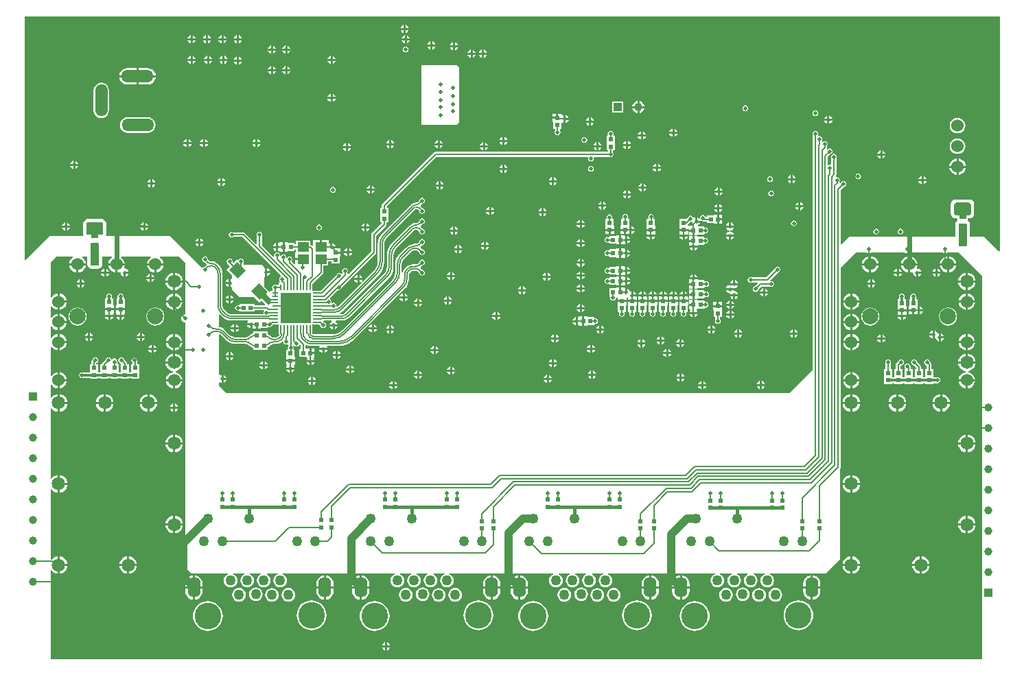
<source format=gbl>
G04*
G04 #@! TF.GenerationSoftware,Altium Limited,Altium Designer,20.0.2 (26)*
G04*
G04 Layer_Physical_Order=4*
G04 Layer_Color=16711680*
%FSLAX25Y25*%
%MOIN*%
G70*
G01*
G75*
%ADD14C,0.00500*%
%ADD15C,0.00787*%
%ADD16C,0.01181*%
%ADD25R,0.01968X0.02362*%
%ADD26R,0.02362X0.01968*%
%ADD35R,0.05512X0.04724*%
%ADD36C,0.03937*%
%ADD73C,0.00500*%
%ADD74C,0.02362*%
%ADD76C,0.01575*%
%ADD77C,0.00709*%
%ADD78C,0.03937*%
%ADD79R,0.03937X0.03937*%
%ADD80C,0.06000*%
%ADD81C,0.06496*%
%ADD82O,0.15748X0.05906*%
%ADD83O,0.05906X0.15748*%
%ADD84C,0.12874*%
%ADD85O,0.06299X0.10000*%
%ADD86C,0.05000*%
%ADD87C,0.04937*%
%ADD88R,0.03937X0.03937*%
%ADD89C,0.01968*%
%ADD90C,0.07874*%
%ADD92R,0.03150X0.00787*%
%ADD93R,0.00787X0.03150*%
%ADD94R,0.14567X0.14567*%
G04:AMPARAMS|DCode=95|XSize=59.06mil|YSize=55.12mil|CornerRadius=0mil|HoleSize=0mil|Usage=FLASHONLY|Rotation=135.000|XOffset=0mil|YOffset=0mil|HoleType=Round|Shape=Rectangle|*
%AMROTATEDRECTD95*
4,1,4,0.04037,-0.00139,0.00139,-0.04037,-0.04037,0.00139,-0.00139,0.04037,0.04037,-0.00139,0.0*
%
%ADD95ROTATEDRECTD95*%

%ADD96R,0.03200X0.03200*%
%ADD97C,0.00630*%
%ADD98C,0.00748*%
G36*
X460557Y222891D02*
X460838Y222609D01*
X460990Y222242D01*
Y222043D01*
Y217957D01*
Y217758D01*
X460838Y217391D01*
X460557Y217109D01*
X460189Y216957D01*
X453706D01*
X453338Y217109D01*
X453057Y217391D01*
X452904Y217758D01*
Y217957D01*
Y222043D01*
Y222242D01*
X453057Y222609D01*
X453338Y222891D01*
X453706Y223043D01*
X460189D01*
X460557Y222891D01*
D02*
G37*
G36*
X39057Y213391D02*
X39338Y213109D01*
X39490Y212742D01*
Y212543D01*
Y208457D01*
Y208258D01*
X39338Y207891D01*
X39057Y207609D01*
X38689Y207457D01*
X32206D01*
X31838Y207609D01*
X31557Y207891D01*
X31404Y208258D01*
Y208457D01*
Y212543D01*
Y212742D01*
X31557Y213109D01*
X31838Y213391D01*
X32206Y213543D01*
X38689D01*
X39057Y213391D01*
D02*
G37*
G36*
X458783Y212924D02*
X458924Y212783D01*
X459000Y212599D01*
Y212500D01*
Y202500D01*
Y202400D01*
X458924Y202217D01*
X458783Y202076D01*
X458599Y202000D01*
X455401D01*
X455217Y202076D01*
X455076Y202217D01*
X455000Y202400D01*
Y202500D01*
Y212500D01*
Y212599D01*
X455076Y212783D01*
X455217Y212924D01*
X455401Y213000D01*
X458599D01*
X458783Y212924D01*
D02*
G37*
G36*
X475065Y199588D02*
X474603Y199397D01*
X467500Y206500D01*
X460606D01*
Y212599D01*
X460606Y212599D01*
X460536Y212950D01*
X460483Y213214D01*
X460483Y213214D01*
X460407Y213398D01*
X460273Y213599D01*
X460059Y213919D01*
X459919Y214059D01*
X459666Y214228D01*
X459393Y214604D01*
X459388Y214851D01*
X459409Y215019D01*
X459741Y215352D01*
X460189D01*
X460804Y215474D01*
X461171Y215626D01*
X461692Y215974D01*
X461692Y215974D01*
X461973Y216255D01*
X462321Y216776D01*
X462474Y217144D01*
X462474Y217144D01*
X462596Y217758D01*
Y222242D01*
X462596Y222242D01*
X462531Y222569D01*
X462474Y222856D01*
X462474Y222856D01*
X462321Y223224D01*
X461973Y223745D01*
X461973Y223745D01*
X461692Y224026D01*
X461171Y224374D01*
X460804Y224526D01*
X460804Y224526D01*
X460189Y224648D01*
X453706D01*
X453706Y224648D01*
X453378Y224584D01*
X453091Y224526D01*
X453091Y224526D01*
X452724Y224374D01*
X452203Y224026D01*
X452203Y224026D01*
X451921Y223745D01*
X451573Y223224D01*
X451421Y222856D01*
X451299Y222242D01*
Y217758D01*
X451421Y217144D01*
X451573Y216776D01*
X451921Y216255D01*
X451921Y216255D01*
X452203Y215974D01*
X452724Y215626D01*
X453091Y215474D01*
X453706Y215352D01*
X454259D01*
X454591Y215019D01*
X454612Y214851D01*
X454608Y214678D01*
X454484Y214435D01*
X454334Y214228D01*
X454081Y214059D01*
X453941Y213919D01*
X453593Y213398D01*
X453517Y213214D01*
X453394Y212599D01*
Y206500D01*
X402000D01*
X398190Y202690D01*
X397728Y202881D01*
Y229025D01*
X399601Y230897D01*
X399766Y230930D01*
X400222Y231235D01*
X400526Y231691D01*
X400633Y232228D01*
X400526Y232766D01*
X400222Y233222D01*
X399766Y233526D01*
X399228Y233633D01*
X398691Y233526D01*
X398235Y233222D01*
X397930Y232766D01*
X397698Y232599D01*
X397297Y232765D01*
X397204Y232859D01*
Y233322D01*
X397298Y233462D01*
X397405Y234000D01*
X397298Y234538D01*
X396993Y234993D01*
X396538Y235298D01*
X396000Y235405D01*
X395678Y235341D01*
X395287Y235736D01*
X395352Y235921D01*
X395613Y236312D01*
X395704Y236773D01*
Y244598D01*
X395798Y244738D01*
X395905Y245276D01*
X395798Y245813D01*
X395493Y246269D01*
X395038Y246574D01*
X394500Y246680D01*
X393962Y246574D01*
X393507Y246269D01*
X393202Y245813D01*
X393095Y245276D01*
X393202Y244738D01*
X393296Y244598D01*
Y241681D01*
X392796Y241346D01*
X392500Y241405D01*
X391962Y241298D01*
X391929Y241276D01*
X391429Y241543D01*
Y245226D01*
X392872Y246669D01*
X393038Y246702D01*
X393493Y247007D01*
X393798Y247462D01*
X393905Y248000D01*
X393798Y248538D01*
X393493Y248993D01*
X393038Y249298D01*
X392500Y249405D01*
X391962Y249298D01*
X391507Y248993D01*
X391113Y249237D01*
X391204Y249698D01*
Y250822D01*
X391298Y250962D01*
X391405Y251500D01*
X391298Y252038D01*
X390993Y252493D01*
X390538Y252798D01*
X390000Y252905D01*
X389462Y252798D01*
X389204Y252625D01*
X388777Y252837D01*
X388713Y253335D01*
X388798Y253462D01*
X388905Y254000D01*
X388798Y254538D01*
X388493Y254993D01*
X388038Y255298D01*
X387500Y255405D01*
X387204Y255346D01*
X386704Y255681D01*
Y255822D01*
X386798Y255962D01*
X386905Y256500D01*
X386798Y257038D01*
X386493Y257493D01*
X386038Y257798D01*
X385500Y257905D01*
X384962Y257798D01*
X384507Y257493D01*
X384202Y257038D01*
X384095Y256500D01*
X384202Y255962D01*
X384296Y255822D01*
Y141796D01*
X373000Y130500D01*
X99500D01*
X95852Y134148D01*
Y135613D01*
X96352Y135881D01*
X96726Y135631D01*
X97000Y135576D01*
Y137500D01*
Y139424D01*
X96726Y139369D01*
X96352Y139119D01*
X95852Y139387D01*
Y158756D01*
X96352Y159023D01*
X96784Y158734D01*
X96813Y158691D01*
X99338Y156166D01*
X99332Y156161D01*
X99708Y155852D01*
X99708Y155852D01*
X100225Y155428D01*
X101244Y154883D01*
X102350Y154548D01*
X103500Y154434D01*
Y154442D01*
X108586D01*
X108626Y154450D01*
X109494Y154278D01*
X109861Y154032D01*
X110243Y153737D01*
X110624Y153444D01*
X111169Y153026D01*
X112252Y152577D01*
X112457Y152550D01*
Y151532D01*
X119543D01*
Y152867D01*
X119790Y152969D01*
X120243Y153316D01*
X120625Y153610D01*
X121005Y153903D01*
X121428Y154185D01*
X122353Y154369D01*
X122401Y154360D01*
X123387D01*
Y154339D01*
X124384Y154471D01*
X124622Y154502D01*
X125774Y154979D01*
X126609Y155620D01*
X126827Y155566D01*
X127057Y155447D01*
X127117Y155387D01*
X127202Y154962D01*
X127506Y154507D01*
X127962Y154202D01*
X128500Y154095D01*
X128934Y154181D01*
X129434Y153911D01*
Y153178D01*
X129340Y153038D01*
X129233Y152500D01*
X129324Y152043D01*
X129185Y151760D01*
X129019Y151543D01*
X128532D01*
Y148213D01*
X128319D01*
Y146728D01*
X130500D01*
X132681D01*
Y148213D01*
X132468D01*
Y151543D01*
X132257D01*
X132091Y151760D01*
X131952Y152043D01*
X132043Y152500D01*
X131936Y153038D01*
X131872Y153134D01*
X131939Y153455D01*
X132462Y153574D01*
X132507Y153507D01*
X132962Y153202D01*
X133500Y153095D01*
X134038Y153202D01*
X134494Y153507D01*
X134762Y153908D01*
X135261Y154004D01*
X135604Y153707D01*
Y151969D01*
X134957D01*
Y148031D01*
X138287D01*
Y147819D01*
X138591D01*
X138767Y147319D01*
X138402Y146774D01*
X138348Y146500D01*
X142195D01*
X142141Y146774D01*
X141777Y147319D01*
X141953Y147819D01*
X142256D01*
Y149500D01*
X140272D01*
Y150000D01*
X139772D01*
Y152181D01*
X138287D01*
X138287Y152181D01*
Y152181D01*
X138287Y152181D01*
X137852Y152338D01*
Y153541D01*
X138352Y153875D01*
X139071Y153577D01*
X140233Y153424D01*
Y153442D01*
X144476D01*
X144743Y152942D01*
X144631Y152774D01*
X144576Y152500D01*
X148424D01*
X148369Y152774D01*
X148257Y152942D01*
X148524Y153442D01*
X154000D01*
Y153430D01*
X155646Y153560D01*
X157251Y153945D01*
X158776Y154577D01*
X160183Y155439D01*
X161065Y156193D01*
X161439Y156511D01*
X161430Y156520D01*
X161430Y156520D01*
X186248Y181338D01*
X186255Y181331D01*
X187024Y182269D01*
X187596Y183339D01*
X187948Y184500D01*
X188067Y185707D01*
X188058D01*
Y187586D01*
X188050Y187626D01*
X188222Y188494D01*
X188713Y189228D01*
X188746Y189250D01*
X188747Y189251D01*
X188748Y189252D01*
X188749Y189253D01*
X188750Y189254D01*
X188772Y189287D01*
X189506Y189778D01*
X190374Y189950D01*
X190414Y189942D01*
X191086D01*
X191126Y189950D01*
X191994Y189778D01*
X192728Y189287D01*
X192750Y189254D01*
X192751Y189253D01*
X192752Y189252D01*
X193118Y188886D01*
X193202Y188462D01*
X193507Y188006D01*
X193962Y187702D01*
X194500Y187595D01*
X195038Y187702D01*
X195493Y188006D01*
X195798Y188462D01*
X195905Y189000D01*
X195798Y189538D01*
X195493Y189994D01*
X195038Y190298D01*
X194614Y190382D01*
X194248Y190748D01*
X194261Y190761D01*
X194257Y190763D01*
X193708Y191185D01*
Y191815D01*
X194257Y192237D01*
X194261Y192239D01*
X194248Y192252D01*
X194614Y192618D01*
X195038Y192702D01*
X195493Y193007D01*
X195798Y193462D01*
X195905Y194000D01*
X195798Y194538D01*
X195493Y194993D01*
X195038Y195298D01*
X194500Y195405D01*
X193962Y195298D01*
X193507Y194993D01*
X193202Y194538D01*
X193118Y194114D01*
X192752Y193748D01*
X192751Y193747D01*
X192750Y193746D01*
X192728Y193713D01*
X191994Y193222D01*
X191126Y193050D01*
X191086Y193058D01*
X190000D01*
Y193076D01*
X188838Y192923D01*
X187755Y192474D01*
X187210Y192056D01*
X186828Y191763D01*
X186825Y191761D01*
X186838Y191748D01*
X186252Y191162D01*
X186239Y191175D01*
X186237Y191172D01*
X185944Y190790D01*
X185526Y190245D01*
X185077Y189162D01*
X185058Y189014D01*
X184558Y189047D01*
Y192879D01*
X184555Y192894D01*
X184691Y193932D01*
X185098Y194913D01*
X185734Y195743D01*
X185747Y195751D01*
X188834Y198838D01*
X188835Y198839D01*
X188836Y198840D01*
X188839Y198846D01*
X189613Y199439D01*
X190523Y199816D01*
X191023Y199882D01*
X191500Y199939D01*
X191500Y199939D01*
X191500Y199939D01*
X192018Y199836D01*
X192457Y199542D01*
X192459Y199545D01*
X192459Y199545D01*
X193118Y198887D01*
X193202Y198462D01*
X193507Y198006D01*
X193962Y197702D01*
X194500Y197595D01*
X195038Y197702D01*
X195493Y198006D01*
X195798Y198462D01*
X195905Y199000D01*
X195798Y199538D01*
X195493Y199994D01*
X195038Y200298D01*
X194614Y200382D01*
X193955Y201041D01*
X193962Y201047D01*
X193738Y201220D01*
X193738Y201850D01*
X194323Y202299D01*
X194323Y202299D01*
X194685Y202632D01*
X195038Y202702D01*
X195493Y203007D01*
X195798Y203462D01*
X195905Y204000D01*
X195798Y204538D01*
X195493Y204993D01*
X195038Y205298D01*
X194500Y205405D01*
X193962Y205298D01*
X193507Y204993D01*
X193202Y204538D01*
X193118Y204114D01*
X192813Y203809D01*
X192784Y203766D01*
X191989Y203234D01*
X191473Y203132D01*
X191000Y203066D01*
Y203066D01*
X189836Y202952D01*
X188716Y202612D01*
X187684Y202060D01*
X186780Y201318D01*
X186786Y201312D01*
X183839Y198366D01*
X183476Y198022D01*
X183476Y198022D01*
X182852Y197261D01*
X182849Y197258D01*
X182842Y197248D01*
X182607Y196962D01*
X181961Y195754D01*
X181563Y194442D01*
X181429Y193079D01*
X181442D01*
Y189328D01*
X181454Y189268D01*
X181265Y187830D01*
X180686Y186433D01*
X179803Y185282D01*
X179752Y185248D01*
X155373Y160869D01*
X155373Y160869D01*
X154436Y160100D01*
X153367Y159528D01*
X152207Y159177D01*
X151000Y159058D01*
X151000Y159058D01*
X141703D01*
Y159075D01*
X141465Y159123D01*
X141263Y159258D01*
X141236Y159361D01*
X141268Y159798D01*
X141268D01*
Y163717D01*
X141283D01*
Y163732D01*
X142724D01*
X142840Y163709D01*
X144588D01*
X145169Y163128D01*
X145202Y162962D01*
X145507Y162506D01*
X145962Y162202D01*
X146500Y162095D01*
X147038Y162202D01*
X147494Y162506D01*
X147798Y162962D01*
X147905Y163500D01*
X147798Y164038D01*
X147494Y164494D01*
X147038Y164798D01*
X146872Y164831D01*
X146485Y165218D01*
X146693Y165718D01*
X150347D01*
X150499Y165218D01*
X150069Y164931D01*
X149631Y164274D01*
X149576Y164000D01*
X153424D01*
X153369Y164274D01*
X152931Y164931D01*
X152501Y165218D01*
X152653Y165718D01*
X155500D01*
Y165694D01*
X156836Y165870D01*
X158080Y166385D01*
X159149Y167205D01*
X159132Y167222D01*
X159132Y167222D01*
X178541Y186631D01*
X178541Y186631D01*
X178550Y186622D01*
X179408Y187667D01*
X180045Y188860D01*
X180438Y190154D01*
X180571Y191500D01*
X180558D01*
Y197000D01*
X180557Y197004D01*
X180680Y198247D01*
X181043Y199447D01*
X181634Y200552D01*
X182425Y201516D01*
X182427Y201517D01*
X182427Y201517D01*
X182428Y201519D01*
X182430Y201520D01*
X190425Y209515D01*
X190426Y209513D01*
X190899Y209830D01*
X191299Y209909D01*
X191669Y209921D01*
X191938Y209896D01*
X192035Y209877D01*
X192240Y209740D01*
X192252Y209752D01*
X193118Y208887D01*
X193202Y208462D01*
X193507Y208007D01*
X193962Y207702D01*
X194500Y207595D01*
X195038Y207702D01*
X195493Y208007D01*
X195798Y208462D01*
X195905Y209000D01*
X195798Y209538D01*
X195493Y209993D01*
X195038Y210298D01*
X194614Y210382D01*
X193781Y211214D01*
X193704Y211362D01*
Y211786D01*
X194104Y212092D01*
X194096Y212100D01*
X194613Y212618D01*
X195038Y212702D01*
X195493Y213007D01*
X195798Y213462D01*
X195905Y214000D01*
X195798Y214538D01*
X195493Y214993D01*
X195038Y215298D01*
X194500Y215405D01*
X193962Y215298D01*
X193507Y214993D01*
X193202Y214538D01*
X193118Y214113D01*
X192600Y213596D01*
X192599Y213595D01*
X192095Y213258D01*
X191969Y213233D01*
X191500Y213158D01*
Y213158D01*
X190524Y213030D01*
X190336Y213005D01*
X189251Y212556D01*
X188319Y211841D01*
X188332Y211828D01*
X179873Y203369D01*
X179859Y203383D01*
X178825Y202122D01*
X178056Y200684D01*
X177582Y199123D01*
X177422Y197500D01*
X177442D01*
Y192328D01*
X177454Y192268D01*
X177265Y190830D01*
X176686Y189433D01*
X175803Y188282D01*
X175752Y188248D01*
X156929Y169425D01*
X156929Y169424D01*
X156928Y169424D01*
X156915Y169405D01*
X156277Y168978D01*
X155524Y168828D01*
X155500Y168833D01*
X154430D01*
X154331Y169333D01*
X154693Y169483D01*
X155676Y170238D01*
X155662Y170252D01*
X173662Y188252D01*
X173676Y188239D01*
X173987Y188618D01*
X174695Y189481D01*
X175453Y190898D01*
X175919Y192436D01*
X176077Y194035D01*
X176058D01*
Y202500D01*
X176049Y202545D01*
X176220Y203846D01*
X176740Y205100D01*
X177538Y206140D01*
X177575Y206165D01*
X177576Y206166D01*
X177576Y206166D01*
X191102Y219691D01*
X191111Y219682D01*
X191384Y219865D01*
X191707Y219929D01*
X192030Y219865D01*
X192303Y219682D01*
X192313Y219691D01*
X193118Y218886D01*
X193202Y218462D01*
X193507Y218007D01*
X193962Y217702D01*
X194500Y217595D01*
X195038Y217702D01*
X195493Y218007D01*
X195798Y218462D01*
X195905Y219000D01*
X195798Y219538D01*
X195493Y219993D01*
X195038Y220298D01*
X194614Y220382D01*
X193809Y221187D01*
X193812Y221191D01*
X193809Y221193D01*
X193717Y221264D01*
X193717Y221764D01*
X193962Y221953D01*
X193955Y221959D01*
X194613Y222618D01*
X195038Y222702D01*
X195493Y223007D01*
X195798Y223462D01*
X195905Y224000D01*
X195798Y224538D01*
X195493Y224993D01*
X195038Y225298D01*
X194500Y225405D01*
X193962Y225298D01*
X193507Y224993D01*
X193202Y224538D01*
X193118Y224113D01*
X192459Y223455D01*
X192457Y223458D01*
X192018Y223164D01*
X191506Y223062D01*
X191500Y223067D01*
Y223067D01*
X190599Y222949D01*
X189759Y222601D01*
X189038Y222047D01*
X189045Y222041D01*
X189045Y222041D01*
X175373Y208369D01*
X175359Y208383D01*
X174325Y207122D01*
X173556Y205684D01*
X173082Y204123D01*
X172923Y202500D01*
X172942D01*
Y194328D01*
X172954Y194268D01*
X172765Y192830D01*
X172186Y191433D01*
X171305Y190284D01*
X171255Y190251D01*
X171255Y190250D01*
X171254Y190249D01*
X171252Y190248D01*
X165448Y184444D01*
X165060Y184763D01*
X165074Y184784D01*
X165369Y185226D01*
X165424Y185500D01*
X164000D01*
Y184076D01*
X164274Y184131D01*
X164716Y184426D01*
X164737Y184440D01*
X165056Y184052D01*
X153752Y172748D01*
X153747Y172753D01*
X153297Y172408D01*
X153056Y172507D01*
X152852Y172733D01*
X152905Y173000D01*
X152798Y173538D01*
X152494Y173994D01*
X152038Y174298D01*
X151500Y174405D01*
X150962Y174298D01*
X150650Y174089D01*
X150312Y174428D01*
X150298Y174462D01*
X150405Y175000D01*
X150298Y175538D01*
X149994Y175994D01*
X149936Y176032D01*
X149873Y176675D01*
X153827Y180630D01*
X154000Y180595D01*
X154538Y180702D01*
X154993Y181007D01*
X155298Y181462D01*
X155331Y181628D01*
X171852Y198149D01*
X172113Y198539D01*
X172204Y199000D01*
Y207001D01*
X176851Y211649D01*
X176851Y211649D01*
X177113Y212039D01*
X177204Y212500D01*
X177204Y212500D01*
Y213457D01*
X177969D01*
Y217000D01*
Y220543D01*
X177306D01*
X177246Y221043D01*
X201499Y245296D01*
X274819D01*
X275154Y244796D01*
X275095Y244500D01*
X275202Y243962D01*
X275507Y243507D01*
X275962Y243202D01*
X276500Y243095D01*
X277038Y243202D01*
X277493Y243507D01*
X277798Y243962D01*
X277905Y244500D01*
X277846Y244796D01*
X278181Y245296D01*
X285322D01*
X285462Y245202D01*
X286000Y245095D01*
X286538Y245202D01*
X286993Y245507D01*
X287298Y245962D01*
X287405Y246500D01*
X287298Y247038D01*
X287204Y247178D01*
Y248457D01*
X287968D01*
Y252000D01*
Y255543D01*
X287619D01*
X287453Y255760D01*
X287314Y256043D01*
X287405Y256500D01*
X287298Y257038D01*
X286993Y257493D01*
X286538Y257798D01*
X286000Y257905D01*
X285462Y257798D01*
X285007Y257493D01*
X284702Y257038D01*
X284595Y256500D01*
X284686Y256043D01*
X284547Y255760D01*
X284381Y255543D01*
X284032D01*
Y252000D01*
Y248457D01*
X284796D01*
Y247704D01*
X201000D01*
X201000Y247704D01*
X200539Y247613D01*
X200149Y247352D01*
X175148Y222352D01*
X174887Y221961D01*
X174796Y221500D01*
X174796Y221500D01*
Y220543D01*
X174031D01*
Y217000D01*
Y213457D01*
X174694D01*
X174754Y212957D01*
X170149Y208351D01*
X169887Y207961D01*
X169796Y207500D01*
X169796Y207500D01*
Y199499D01*
X158666Y188369D01*
X158204Y188561D01*
Y189322D01*
X158298Y189462D01*
X158405Y190000D01*
X158298Y190538D01*
X157993Y190993D01*
X157538Y191298D01*
X157000Y191405D01*
X156462Y191298D01*
X156007Y190993D01*
X155702Y190538D01*
X155595Y190000D01*
X155702Y189462D01*
X155796Y189322D01*
Y188609D01*
X155296Y188458D01*
X155272Y188494D01*
X154816Y188798D01*
X154278Y188905D01*
X153741Y188798D01*
X153285Y188494D01*
X152980Y188038D01*
X152947Y187872D01*
X145367Y180291D01*
X142840D01*
X142724Y180268D01*
X141283D01*
Y180283D01*
X141268D01*
Y181724D01*
X141291Y181840D01*
Y183588D01*
X146182Y188479D01*
X146443Y188870D01*
X146535Y189331D01*
Y192398D01*
X148874D01*
Y194343D01*
X150531D01*
Y193457D01*
X154469D01*
Y196787D01*
X154681D01*
Y198272D01*
X152500D01*
Y199272D01*
X154681D01*
Y200756D01*
X152731D01*
X152570Y200953D01*
X150453D01*
Y201453D01*
X149953D01*
Y203376D01*
X149679Y203322D01*
X149528Y203221D01*
X149087Y203457D01*
Y204815D01*
X145831D01*
Y201453D01*
X144831D01*
Y204815D01*
X141575D01*
Y202281D01*
X141113Y202090D01*
X140899Y202304D01*
X140508Y202565D01*
X140213Y202624D01*
Y204602D01*
X133126D01*
Y202704D01*
X132543D01*
Y203468D01*
X129213D01*
Y203681D01*
X127728D01*
Y201500D01*
Y199319D01*
X129213D01*
Y199531D01*
X132543D01*
Y200296D01*
X133126D01*
Y198909D01*
X132913D01*
Y196047D01*
X136669D01*
Y195047D01*
X132913D01*
Y193443D01*
X132451Y193252D01*
X131204Y194499D01*
Y194822D01*
X131298Y194962D01*
X131405Y195500D01*
X131298Y196038D01*
X130993Y196493D01*
X130538Y196798D01*
X130000Y196905D01*
X129462Y196798D01*
X129007Y196493D01*
X128874Y196295D01*
X128403Y196490D01*
X128405Y196500D01*
X128298Y197038D01*
X127994Y197494D01*
X127538Y197798D01*
X127000Y197905D01*
X126462Y197798D01*
X126006Y197494D01*
X125874Y197295D01*
X125403Y197490D01*
X125405Y197500D01*
X125298Y198038D01*
X124994Y198494D01*
X124538Y198798D01*
X124000Y198905D01*
X123462Y198798D01*
X123006Y198494D01*
X122702Y198038D01*
X122595Y197500D01*
X122702Y196962D01*
X122684Y196938D01*
X122022Y196893D01*
X120106Y198809D01*
X119879Y199148D01*
X116704Y202323D01*
Y206822D01*
X116798Y206962D01*
X116905Y207500D01*
X116798Y208038D01*
X116493Y208493D01*
X116038Y208798D01*
X115500Y208905D01*
X114962Y208798D01*
X114506Y208493D01*
X114202Y208038D01*
X114095Y207500D01*
X114202Y206962D01*
X114296Y206822D01*
Y203157D01*
X113834Y202965D01*
X108476Y208323D01*
X108098Y208576D01*
X107653Y208664D01*
X102738D01*
X102538Y208798D01*
X102000Y208905D01*
X101462Y208798D01*
X101007Y208493D01*
X100702Y208038D01*
X100595Y207500D01*
X100702Y206962D01*
X101007Y206507D01*
X101462Y206202D01*
X102000Y206095D01*
X102538Y206202D01*
X102738Y206336D01*
X107171D01*
X125775Y187732D01*
X125686Y187113D01*
X125506Y186994D01*
X125202Y186538D01*
X125095Y186000D01*
X125202Y185462D01*
X125296Y185322D01*
Y185000D01*
X125296Y185000D01*
X125355Y184702D01*
X125057Y184202D01*
X124732D01*
Y183204D01*
X123678D01*
X123538Y183298D01*
X123000Y183405D01*
X122462Y183298D01*
X122006Y182993D01*
X121702Y182538D01*
X121595Y182000D01*
X121702Y181462D01*
X121796Y181322D01*
Y180268D01*
X120798D01*
Y179920D01*
X120298Y179713D01*
X117821Y182191D01*
X117874Y182244D01*
X117821Y186936D01*
X118228Y187260D01*
Y189272D01*
Y191237D01*
X117769Y191573D01*
X117767Y191800D01*
X116693Y192874D01*
X107704D01*
Y193822D01*
X107798Y193962D01*
X107905Y194500D01*
X107798Y195038D01*
X107493Y195493D01*
X107038Y195798D01*
X106500Y195905D01*
X105962Y195798D01*
X105507Y195493D01*
X105394Y195325D01*
X104771Y195240D01*
X104546Y195465D01*
X102892Y193811D01*
X102372Y194332D01*
X102405Y194500D01*
X102298Y195038D01*
X101993Y195493D01*
X101538Y195798D01*
X101000Y195905D01*
X100462Y195798D01*
X100007Y195493D01*
X99702Y195038D01*
X99595Y194500D01*
X99702Y193962D01*
X99846Y193747D01*
X99887Y193539D01*
X100148Y193149D01*
X101189Y192108D01*
X99535Y190454D01*
X101557Y188432D01*
X101573Y188354D01*
X101833Y187963D01*
X102125Y187769D01*
X102126Y187756D01*
Y186190D01*
X101626Y185899D01*
X101500Y185924D01*
Y184000D01*
Y182076D01*
X101626Y182101D01*
X102126Y181810D01*
Y180965D01*
X105965Y177126D01*
X112756D01*
X112810Y177180D01*
X115454Y174535D01*
X116324Y175405D01*
X118065Y173664D01*
X117858Y173164D01*
X113043D01*
Y173969D01*
X105957D01*
Y173619D01*
X105740Y173453D01*
X105457Y173314D01*
X105000Y173405D01*
X104462Y173298D01*
X104007Y172994D01*
X103702Y172538D01*
X103595Y172000D01*
X103702Y171462D01*
X104007Y171007D01*
X104462Y170702D01*
X105000Y170595D01*
X105457Y170686D01*
X105740Y170547D01*
X105957Y170381D01*
Y170031D01*
X113043D01*
Y170836D01*
X117404D01*
X117671Y170336D01*
X117564Y170176D01*
X117457Y169638D01*
X117518Y169333D01*
X117187Y168833D01*
X101956D01*
Y168836D01*
X101148Y168943D01*
X100396Y169254D01*
X99752Y169748D01*
X99750Y169750D01*
X99748Y169748D01*
X98248Y171248D01*
X98247Y171249D01*
X98246Y171250D01*
X98213Y171272D01*
X97722Y172006D01*
X97550Y172874D01*
X97558Y172914D01*
Y188000D01*
X97572D01*
X97435Y189386D01*
X97031Y190720D01*
X96374Y191948D01*
X95490Y193026D01*
X95480Y193016D01*
X95480Y193016D01*
X94939Y193556D01*
X94945Y193562D01*
X94272Y194078D01*
X93489Y194402D01*
X92811Y194491D01*
X92670Y194534D01*
X91508Y194649D01*
X91107Y194888D01*
X90382Y195614D01*
X90298Y196038D01*
X89993Y196493D01*
X89538Y196798D01*
X89000Y196905D01*
X88462Y196798D01*
X88007Y196493D01*
X87702Y196038D01*
X87595Y195500D01*
X87702Y194962D01*
X88007Y194507D01*
X88462Y194202D01*
X88886Y194118D01*
X89705Y193299D01*
X89755Y193161D01*
X89769Y192719D01*
X89507Y192518D01*
X89515Y192510D01*
X88886Y191882D01*
X88462Y191798D01*
X88007Y191493D01*
X87551Y191449D01*
X72000Y207000D01*
X41238D01*
X41175Y207042D01*
X40914Y207500D01*
X40974Y207644D01*
X40974Y207644D01*
X41096Y208258D01*
Y212742D01*
X41096Y212742D01*
X41031Y213069D01*
X40974Y213356D01*
X40974Y213356D01*
X40821Y213724D01*
X40473Y214245D01*
X40473Y214245D01*
X40192Y214526D01*
X39671Y214874D01*
X39304Y215026D01*
X39304Y215026D01*
X38689Y215148D01*
X32206D01*
X32206Y215148D01*
X31878Y215084D01*
X31591Y215026D01*
X31591Y215026D01*
X31223Y214874D01*
X30703Y214526D01*
X30703Y214526D01*
X30421Y214245D01*
X30073Y213724D01*
X29921Y213356D01*
X29799Y212742D01*
Y208258D01*
X29921Y207644D01*
X29980Y207500D01*
X29696Y207000D01*
X13500D01*
X1775Y195275D01*
X1313Y195466D01*
Y313648D01*
X475065D01*
Y199588D01*
D02*
G37*
G36*
X466500Y187500D02*
Y1313D01*
X13981D01*
Y44341D01*
X14480Y44511D01*
X14920Y43939D01*
X15807Y43258D01*
X16840Y42830D01*
X17449Y42750D01*
Y46969D01*
Y51187D01*
X16840Y51107D01*
X15807Y50679D01*
X14920Y49998D01*
X14480Y49426D01*
X13981Y49596D01*
Y83711D01*
X14480Y83881D01*
X14920Y83309D01*
X15807Y82628D01*
X16840Y82200D01*
X17449Y82120D01*
Y86339D01*
Y90558D01*
X16840Y90478D01*
X15807Y90049D01*
X14920Y89368D01*
X14480Y88796D01*
X13981Y88966D01*
Y123081D01*
X14480Y123251D01*
X14920Y122679D01*
X15807Y121998D01*
X16840Y121570D01*
X17449Y121490D01*
Y125709D01*
Y129928D01*
X16840Y129848D01*
X15807Y129420D01*
X14920Y128739D01*
X14480Y128166D01*
X13981Y128336D01*
Y134402D01*
X14427Y134683D01*
X14480Y134681D01*
X15096Y133880D01*
X15931Y133238D01*
X16904Y132835D01*
X17449Y132764D01*
Y136732D01*
Y140701D01*
X16904Y140629D01*
X15931Y140226D01*
X15096Y139585D01*
X14480Y138783D01*
X14427Y138781D01*
X13981Y139063D01*
Y152907D01*
X14427Y153188D01*
X14480Y153185D01*
X15096Y152383D01*
X15932Y151742D01*
X16905Y151339D01*
X17449Y151268D01*
Y155236D01*
Y159205D01*
X16905Y159133D01*
X15932Y158730D01*
X15096Y158089D01*
X14480Y157287D01*
X14427Y157285D01*
X13981Y157565D01*
Y162756D01*
X14427Y163031D01*
X14480Y163029D01*
X15096Y162226D01*
X15932Y161585D01*
X16905Y161182D01*
X17449Y161110D01*
Y165079D01*
Y169047D01*
X16905Y168976D01*
X15932Y168573D01*
X15096Y167932D01*
X14480Y167129D01*
X14427Y167127D01*
X13981Y167402D01*
Y172591D01*
X14427Y172872D01*
X14480Y172871D01*
X15096Y172069D01*
X15931Y171427D01*
X16904Y171024D01*
X17449Y170953D01*
Y174921D01*
Y178890D01*
X16904Y178819D01*
X15931Y178416D01*
X15096Y177774D01*
X14480Y176972D01*
X14427Y176971D01*
X13981Y177252D01*
Y194187D01*
X16793Y197000D01*
X24792D01*
X25073Y196554D01*
X25071Y196500D01*
X24269Y195885D01*
X23628Y195049D01*
X23225Y194076D01*
X23153Y193532D01*
X27122D01*
Y193032D01*
D01*
Y193532D01*
X31090D01*
X31019Y194076D01*
X30616Y195049D01*
X29974Y195885D01*
X29173Y196500D01*
X29171Y196554D01*
X29452Y197000D01*
X31894D01*
Y192901D01*
X32017Y192286D01*
X32093Y192102D01*
X32441Y191581D01*
X32581Y191441D01*
X33102Y191093D01*
X33286Y191017D01*
X33900Y190894D01*
X37099D01*
X37714Y191017D01*
X37898Y191093D01*
X38419Y191441D01*
X38559Y191581D01*
X38719Y191821D01*
X38907Y192102D01*
X38983Y192286D01*
X38983Y192286D01*
X39052Y192633D01*
X39106Y192901D01*
X39106Y192901D01*
X39106Y192901D01*
Y197000D01*
X43693D01*
X43971Y196554D01*
X43969Y196500D01*
X43167Y195884D01*
X42525Y195049D01*
X42122Y194076D01*
X42051Y193532D01*
X46019D01*
X49988D01*
X49916Y194076D01*
X49513Y195049D01*
X48872Y195884D01*
X48070Y196500D01*
X48068Y196554D01*
X48346Y197000D01*
X62595D01*
X62869Y196554D01*
X62867Y196500D01*
X62064Y195884D01*
X61423Y195048D01*
X61020Y194075D01*
X60948Y193531D01*
X64917D01*
X68886D01*
X68814Y194075D01*
X68411Y195048D01*
X67770Y195884D01*
X66967Y196500D01*
X66965Y196554D01*
X67238Y197000D01*
X76500D01*
X79500Y194000D01*
Y168795D01*
X78726Y168641D01*
X78069Y168202D01*
X77631Y167546D01*
X77477Y166772D01*
X77631Y165997D01*
X78069Y165341D01*
X78726Y164902D01*
X79500Y164749D01*
Y46000D01*
X82500Y43000D01*
X100166D01*
X100265Y42500D01*
X99784Y42301D01*
X99097Y41774D01*
X98570Y41087D01*
X98239Y40287D01*
X98126Y39429D01*
X98239Y38571D01*
X98570Y37771D01*
X99097Y37085D01*
X99784Y36558D01*
X100584Y36226D01*
X101442Y36113D01*
X102300Y36226D01*
X103100Y36558D01*
X103787Y37085D01*
X104314Y37771D01*
X104645Y38571D01*
X104758Y39429D01*
X104645Y40287D01*
X104314Y41087D01*
X103787Y41774D01*
X103100Y42301D01*
X102619Y42500D01*
X102718Y43000D01*
X108264D01*
X108363Y42500D01*
X107923Y42318D01*
X107236Y41791D01*
X106709Y41104D01*
X106378Y40304D01*
X106265Y39446D01*
X106378Y38588D01*
X106709Y37788D01*
X107236Y37102D01*
X107923Y36575D01*
X108723Y36243D01*
X109581Y36130D01*
X110439Y36243D01*
X111239Y36575D01*
X111926Y37102D01*
X112452Y37788D01*
X112784Y38588D01*
X112897Y39446D01*
X112784Y40304D01*
X112452Y41104D01*
X111926Y41791D01*
X111239Y42318D01*
X110799Y42500D01*
X110898Y43000D01*
X116114D01*
X116213Y42500D01*
X115930Y42383D01*
X115243Y41856D01*
X114716Y41169D01*
X114385Y40369D01*
X114272Y39511D01*
X114385Y38653D01*
X114716Y37853D01*
X115243Y37167D01*
X115930Y36640D01*
X116730Y36308D01*
X117588Y36195D01*
X118446Y36308D01*
X119246Y36640D01*
X119933Y37167D01*
X120459Y37853D01*
X120791Y38653D01*
X120904Y39511D01*
X120791Y40369D01*
X120459Y41169D01*
X119933Y41856D01*
X119246Y42383D01*
X118963Y42500D01*
X119062Y43000D01*
X124319D01*
X124418Y42500D01*
X123937Y42301D01*
X123250Y41774D01*
X122723Y41087D01*
X122392Y40287D01*
X122279Y39429D01*
X122392Y38571D01*
X122723Y37771D01*
X123250Y37085D01*
X123937Y36558D01*
X124737Y36226D01*
X125595Y36113D01*
X126453Y36226D01*
X127253Y36558D01*
X127940Y37085D01*
X128466Y37771D01*
X128798Y38571D01*
X128911Y39429D01*
X128798Y40287D01*
X128466Y41087D01*
X127940Y41774D01*
X127253Y42301D01*
X126772Y42500D01*
X126871Y43000D01*
X181166D01*
X181265Y42500D01*
X180784Y42301D01*
X180097Y41774D01*
X179570Y41087D01*
X179239Y40287D01*
X179126Y39429D01*
X179239Y38571D01*
X179570Y37771D01*
X180097Y37085D01*
X180784Y36558D01*
X181584Y36226D01*
X182442Y36113D01*
X183300Y36226D01*
X184100Y36558D01*
X184787Y37085D01*
X185313Y37771D01*
X185645Y38571D01*
X185758Y39429D01*
X185645Y40287D01*
X185313Y41087D01*
X184787Y41774D01*
X184100Y42301D01*
X183619Y42500D01*
X183718Y43000D01*
X189264D01*
X189363Y42500D01*
X188923Y42318D01*
X188236Y41791D01*
X187709Y41104D01*
X187378Y40304D01*
X187265Y39446D01*
X187378Y38588D01*
X187709Y37788D01*
X188236Y37102D01*
X188923Y36575D01*
X189723Y36243D01*
X190581Y36130D01*
X191439Y36243D01*
X192239Y36575D01*
X192926Y37102D01*
X193453Y37788D01*
X193784Y38588D01*
X193897Y39446D01*
X193784Y40304D01*
X193453Y41104D01*
X192926Y41791D01*
X192239Y42318D01*
X191799Y42500D01*
X191898Y43000D01*
X197114D01*
X197213Y42500D01*
X196930Y42383D01*
X196243Y41856D01*
X195716Y41169D01*
X195385Y40369D01*
X195272Y39511D01*
X195385Y38653D01*
X195716Y37853D01*
X196243Y37167D01*
X196930Y36640D01*
X197730Y36308D01*
X198588Y36195D01*
X199446Y36308D01*
X200246Y36640D01*
X200933Y37167D01*
X201460Y37853D01*
X201791Y38653D01*
X201904Y39511D01*
X201791Y40369D01*
X201460Y41169D01*
X200933Y41856D01*
X200246Y42383D01*
X199963Y42500D01*
X200062Y43000D01*
X205319D01*
X205418Y42500D01*
X204937Y42301D01*
X204250Y41774D01*
X203723Y41087D01*
X203392Y40287D01*
X203279Y39429D01*
X203392Y38571D01*
X203723Y37771D01*
X204250Y37085D01*
X204937Y36558D01*
X205737Y36226D01*
X206595Y36113D01*
X207453Y36226D01*
X208253Y36558D01*
X208940Y37085D01*
X209467Y37771D01*
X209798Y38571D01*
X209911Y39429D01*
X209798Y40287D01*
X209467Y41087D01*
X208940Y41774D01*
X208253Y42301D01*
X207772Y42500D01*
X207871Y43000D01*
X258166D01*
X258265Y42500D01*
X257784Y42301D01*
X257097Y41774D01*
X256570Y41087D01*
X256239Y40287D01*
X256126Y39429D01*
X256239Y38571D01*
X256570Y37771D01*
X257097Y37085D01*
X257784Y36558D01*
X258584Y36226D01*
X259442Y36113D01*
X260300Y36226D01*
X261100Y36558D01*
X261787Y37085D01*
X262314Y37771D01*
X262645Y38571D01*
X262758Y39429D01*
X262645Y40287D01*
X262314Y41087D01*
X261787Y41774D01*
X261100Y42301D01*
X260619Y42500D01*
X260718Y43000D01*
X266264D01*
X266363Y42500D01*
X265923Y42318D01*
X265236Y41791D01*
X264709Y41104D01*
X264378Y40304D01*
X264265Y39446D01*
X264378Y38588D01*
X264709Y37788D01*
X265236Y37102D01*
X265923Y36575D01*
X266723Y36243D01*
X267581Y36130D01*
X268439Y36243D01*
X269239Y36575D01*
X269926Y37102D01*
X270452Y37788D01*
X270784Y38588D01*
X270897Y39446D01*
X270784Y40304D01*
X270452Y41104D01*
X269926Y41791D01*
X269239Y42318D01*
X268799Y42500D01*
X268898Y43000D01*
X274114D01*
X274213Y42500D01*
X273930Y42383D01*
X273243Y41856D01*
X272716Y41169D01*
X272385Y40369D01*
X272272Y39511D01*
X272385Y38653D01*
X272716Y37853D01*
X273243Y37167D01*
X273930Y36640D01*
X274730Y36308D01*
X275588Y36195D01*
X276446Y36308D01*
X277246Y36640D01*
X277933Y37167D01*
X278460Y37853D01*
X278791Y38653D01*
X278904Y39511D01*
X278791Y40369D01*
X278460Y41169D01*
X277933Y41856D01*
X277246Y42383D01*
X276963Y42500D01*
X277062Y43000D01*
X282319D01*
X282418Y42500D01*
X281937Y42301D01*
X281250Y41774D01*
X280723Y41087D01*
X280392Y40287D01*
X280279Y39429D01*
X280392Y38571D01*
X280723Y37771D01*
X281250Y37085D01*
X281937Y36558D01*
X282737Y36226D01*
X283595Y36113D01*
X284453Y36226D01*
X285253Y36558D01*
X285940Y37085D01*
X286467Y37771D01*
X286798Y38571D01*
X286911Y39429D01*
X286798Y40287D01*
X286467Y41087D01*
X285940Y41774D01*
X285253Y42301D01*
X284772Y42500D01*
X284871Y43000D01*
X336666D01*
X336765Y42500D01*
X336284Y42301D01*
X335597Y41774D01*
X335070Y41087D01*
X334739Y40287D01*
X334626Y39429D01*
X334739Y38571D01*
X335070Y37771D01*
X335597Y37085D01*
X336284Y36558D01*
X337084Y36226D01*
X337942Y36113D01*
X338800Y36226D01*
X339600Y36558D01*
X340287Y37085D01*
X340813Y37771D01*
X341145Y38571D01*
X341258Y39429D01*
X341145Y40287D01*
X340813Y41087D01*
X340287Y41774D01*
X339600Y42301D01*
X339119Y42500D01*
X339218Y43000D01*
X344764D01*
X344863Y42500D01*
X344423Y42318D01*
X343736Y41791D01*
X343209Y41104D01*
X342878Y40304D01*
X342765Y39446D01*
X342878Y38588D01*
X343209Y37788D01*
X343736Y37102D01*
X344423Y36575D01*
X345223Y36243D01*
X346081Y36130D01*
X346939Y36243D01*
X347739Y36575D01*
X348426Y37102D01*
X348953Y37788D01*
X349284Y38588D01*
X349397Y39446D01*
X349284Y40304D01*
X348953Y41104D01*
X348426Y41791D01*
X347739Y42318D01*
X347299Y42500D01*
X347398Y43000D01*
X352614D01*
X352713Y42500D01*
X352430Y42383D01*
X351743Y41856D01*
X351216Y41169D01*
X350885Y40369D01*
X350772Y39511D01*
X350885Y38653D01*
X351216Y37853D01*
X351743Y37167D01*
X352430Y36640D01*
X353230Y36308D01*
X354088Y36195D01*
X354946Y36308D01*
X355746Y36640D01*
X356433Y37167D01*
X356960Y37853D01*
X357291Y38653D01*
X357404Y39511D01*
X357291Y40369D01*
X356960Y41169D01*
X356433Y41856D01*
X355746Y42383D01*
X355463Y42500D01*
X355562Y43000D01*
X360819D01*
X360918Y42500D01*
X360437Y42301D01*
X359750Y41774D01*
X359223Y41087D01*
X358892Y40287D01*
X358779Y39429D01*
X358892Y38571D01*
X359223Y37771D01*
X359750Y37085D01*
X360437Y36558D01*
X361237Y36226D01*
X362095Y36113D01*
X362953Y36226D01*
X363753Y36558D01*
X364440Y37085D01*
X364967Y37771D01*
X365298Y38571D01*
X365411Y39429D01*
X365298Y40287D01*
X364967Y41087D01*
X364440Y41774D01*
X363753Y42301D01*
X363272Y42500D01*
X363371Y43000D01*
X390500D01*
X397500Y50000D01*
Y93859D01*
X397636Y94063D01*
X397728Y94524D01*
X397728Y94524D01*
Y191429D01*
X405299Y199000D01*
X410173D01*
X410726Y198631D01*
X411500Y198477D01*
X412274Y198631D01*
X412827Y199000D01*
X428673D01*
X429226Y198631D01*
X430000Y198477D01*
X430774Y198631D01*
X431327Y199000D01*
X447173D01*
X447726Y198631D01*
X448500Y198477D01*
X449274Y198631D01*
X449827Y199000D01*
X455000D01*
X466500Y187500D01*
D02*
G37*
G36*
X37283Y203424D02*
X37424Y203283D01*
X37500Y203099D01*
Y203000D01*
Y193000D01*
Y192901D01*
X37424Y192717D01*
X37283Y192576D01*
X37099Y192500D01*
X33900D01*
X33717Y192576D01*
X33576Y192717D01*
X33500Y192901D01*
Y193000D01*
Y203000D01*
Y203099D01*
X33576Y203283D01*
X33717Y203424D01*
X33900Y203500D01*
X37099D01*
X37283Y203424D01*
D02*
G37*
G36*
X97867Y167223D02*
X97851Y167206D01*
X98919Y166385D01*
X100164Y165870D01*
X101500Y165694D01*
Y165718D01*
X109668D01*
X109927Y165218D01*
X109631Y164774D01*
X109576Y164500D01*
X111500D01*
Y164000D01*
X112000D01*
Y162019D01*
X112244Y161819D01*
Y161819D01*
X113728D01*
Y164000D01*
X114728D01*
Y161819D01*
X116213D01*
Y162031D01*
X119543D01*
Y162381D01*
X119760Y162547D01*
X120043Y162686D01*
X120500Y162595D01*
X121038Y162702D01*
X121493Y163006D01*
X121798Y163462D01*
X121831Y163628D01*
X121912Y163709D01*
X123160D01*
X123276Y163732D01*
X124717D01*
Y163717D01*
X124732D01*
Y159798D01*
X124855D01*
Y159587D01*
X124936Y159182D01*
X124967Y159135D01*
X125141Y158707D01*
X125032Y158445D01*
X124676Y158099D01*
X124086Y157705D01*
X123319Y157553D01*
X123293Y157558D01*
X122600D01*
Y157563D01*
X121876Y157659D01*
X121200Y157939D01*
X121003Y158090D01*
X120627Y158389D01*
X120625Y158390D01*
X120247Y158680D01*
X119790Y159031D01*
X119543Y159133D01*
Y160468D01*
X112457D01*
Y159450D01*
X112252Y159423D01*
X111169Y158974D01*
X110624Y158556D01*
X110243Y158263D01*
X109861Y157968D01*
X109494Y157722D01*
X108626Y157550D01*
X108586Y157558D01*
X103914D01*
X103906Y157556D01*
X102938Y157684D01*
X102028Y158061D01*
X101254Y158654D01*
X101251Y158659D01*
X101250Y158660D01*
X101249Y158660D01*
X101248Y158662D01*
X98587Y161323D01*
X98598Y161334D01*
X97722Y162007D01*
X96701Y162429D01*
X95852Y162541D01*
Y168585D01*
X96314Y168776D01*
X97867Y167223D01*
D02*
G37*
%LPC*%
G36*
X186500Y309424D02*
Y308000D01*
X187924D01*
X187869Y308274D01*
X187431Y308931D01*
X186774Y309369D01*
X186500Y309424D01*
D02*
G37*
G36*
X185500D02*
X185226Y309369D01*
X184569Y308931D01*
X184131Y308274D01*
X184076Y308000D01*
X185500D01*
Y309424D01*
D02*
G37*
G36*
X187924Y307000D02*
X186500D01*
Y305576D01*
X186774Y305631D01*
X187431Y306069D01*
X187869Y306726D01*
X187924Y307000D01*
D02*
G37*
G36*
X185500D02*
X184076D01*
X184131Y306726D01*
X184569Y306069D01*
X185226Y305631D01*
X185500Y305576D01*
Y307000D01*
D02*
G37*
G36*
X187000Y304424D02*
Y303000D01*
X188424D01*
X188369Y303274D01*
X187931Y303931D01*
X187274Y304369D01*
X187000Y304424D01*
D02*
G37*
G36*
X186000D02*
X185726Y304369D01*
X185069Y303931D01*
X184631Y303274D01*
X184576Y303000D01*
X186000D01*
Y304424D01*
D02*
G37*
G36*
X105500D02*
Y303000D01*
X106924D01*
X106869Y303274D01*
X106431Y303931D01*
X105774Y304369D01*
X105500Y304424D01*
D02*
G37*
G36*
X104500D02*
X104226Y304369D01*
X103569Y303931D01*
X103131Y303274D01*
X103076Y303000D01*
X104500D01*
Y304424D01*
D02*
G37*
G36*
X98000D02*
Y303000D01*
X99424D01*
X99369Y303274D01*
X98931Y303931D01*
X98274Y304369D01*
X98000Y304424D01*
D02*
G37*
G36*
X97000D02*
X96726Y304369D01*
X96069Y303931D01*
X95631Y303274D01*
X95576Y303000D01*
X97000D01*
Y304424D01*
D02*
G37*
G36*
X90500D02*
Y303000D01*
X91924D01*
X91869Y303274D01*
X91431Y303931D01*
X90774Y304369D01*
X90500Y304424D01*
D02*
G37*
G36*
X89500D02*
X89226Y304369D01*
X88569Y303931D01*
X88131Y303274D01*
X88076Y303000D01*
X89500D01*
Y304424D01*
D02*
G37*
G36*
X83000D02*
Y303000D01*
X84424D01*
X84369Y303274D01*
X83931Y303931D01*
X83274Y304369D01*
X83000Y304424D01*
D02*
G37*
G36*
X82000D02*
X81726Y304369D01*
X81069Y303931D01*
X80631Y303274D01*
X80576Y303000D01*
X82000D01*
Y304424D01*
D02*
G37*
G36*
X188424Y302000D02*
X187000D01*
Y300576D01*
X187274Y300631D01*
X187931Y301069D01*
X188369Y301726D01*
X188424Y302000D01*
D02*
G37*
G36*
X186000D02*
X184576D01*
X184631Y301726D01*
X185069Y301069D01*
X185726Y300631D01*
X186000Y300576D01*
Y302000D01*
D02*
G37*
G36*
X106924D02*
X105500D01*
Y300576D01*
X105774Y300631D01*
X106431Y301069D01*
X106869Y301726D01*
X106924Y302000D01*
D02*
G37*
G36*
X104500D02*
X103076D01*
X103131Y301726D01*
X103569Y301069D01*
X104226Y300631D01*
X104500Y300576D01*
Y302000D01*
D02*
G37*
G36*
X99424D02*
X98000D01*
Y300576D01*
X98274Y300631D01*
X98931Y301069D01*
X99369Y301726D01*
X99424Y302000D01*
D02*
G37*
G36*
X97000D02*
X95576D01*
X95631Y301726D01*
X96069Y301069D01*
X96726Y300631D01*
X97000Y300576D01*
Y302000D01*
D02*
G37*
G36*
X91924D02*
X90500D01*
Y300576D01*
X90774Y300631D01*
X91431Y301069D01*
X91869Y301726D01*
X91924Y302000D01*
D02*
G37*
G36*
X89500D02*
X88076D01*
X88131Y301726D01*
X88569Y301069D01*
X89226Y300631D01*
X89500Y300576D01*
Y302000D01*
D02*
G37*
G36*
X84424D02*
X83000D01*
Y300576D01*
X83274Y300631D01*
X83931Y301069D01*
X84369Y301726D01*
X84424Y302000D01*
D02*
G37*
G36*
X82000D02*
X80576D01*
X80631Y301726D01*
X81069Y301069D01*
X81726Y300631D01*
X82000Y300576D01*
Y302000D01*
D02*
G37*
G36*
X199500Y301424D02*
Y300000D01*
X200924D01*
X200869Y300274D01*
X200431Y300931D01*
X199774Y301369D01*
X199500Y301424D01*
D02*
G37*
G36*
X198500D02*
X198226Y301369D01*
X197569Y300931D01*
X197131Y300274D01*
X197076Y300000D01*
X198500D01*
Y301424D01*
D02*
G37*
G36*
X210500Y300924D02*
Y299500D01*
X211924D01*
X211869Y299774D01*
X211431Y300431D01*
X210774Y300869D01*
X210500Y300924D01*
D02*
G37*
G36*
X209500D02*
X209226Y300869D01*
X208569Y300431D01*
X208131Y299774D01*
X208076Y299500D01*
X209500D01*
Y300924D01*
D02*
G37*
G36*
X129000Y299424D02*
Y298000D01*
X130424D01*
X130369Y298274D01*
X129931Y298931D01*
X129274Y299369D01*
X129000Y299424D01*
D02*
G37*
G36*
X128000D02*
X127726Y299369D01*
X127069Y298931D01*
X126631Y298274D01*
X126576Y298000D01*
X128000D01*
Y299424D01*
D02*
G37*
G36*
X122000D02*
Y298000D01*
X123424D01*
X123369Y298274D01*
X122931Y298931D01*
X122274Y299369D01*
X122000Y299424D01*
D02*
G37*
G36*
X121000D02*
X120726Y299369D01*
X120069Y298931D01*
X119631Y298274D01*
X119576Y298000D01*
X121000D01*
Y299424D01*
D02*
G37*
G36*
X200924Y299000D02*
X199500D01*
Y297576D01*
X199774Y297631D01*
X200431Y298069D01*
X200869Y298726D01*
X200924Y299000D01*
D02*
G37*
G36*
X198500D02*
X197076D01*
X197131Y298726D01*
X197569Y298069D01*
X198226Y297631D01*
X198500Y297576D01*
Y299000D01*
D02*
G37*
G36*
X211924Y298500D02*
X210500D01*
Y297076D01*
X210774Y297131D01*
X211431Y297569D01*
X211869Y298226D01*
X211924Y298500D01*
D02*
G37*
G36*
X209500D02*
X208076D01*
X208131Y298226D01*
X208569Y297569D01*
X209226Y297131D01*
X209500Y297076D01*
Y298500D01*
D02*
G37*
G36*
X186500Y298905D02*
X185962Y298798D01*
X185506Y298493D01*
X185202Y298038D01*
X185095Y297500D01*
X185202Y296962D01*
X185506Y296507D01*
X185962Y296202D01*
X186500Y296095D01*
X187038Y296202D01*
X187494Y296507D01*
X187798Y296962D01*
X187905Y297500D01*
X187798Y298038D01*
X187494Y298493D01*
X187038Y298798D01*
X186500Y298905D01*
D02*
G37*
G36*
X224500Y297424D02*
Y296000D01*
X225924D01*
X225869Y296274D01*
X225431Y296931D01*
X224774Y297369D01*
X224500Y297424D01*
D02*
G37*
G36*
X223500D02*
X223226Y297369D01*
X222569Y296931D01*
X222131Y296274D01*
X222076Y296000D01*
X223500D01*
Y297424D01*
D02*
G37*
G36*
X219000D02*
Y296000D01*
X220424D01*
X220369Y296274D01*
X219931Y296931D01*
X219274Y297369D01*
X219000Y297424D01*
D02*
G37*
G36*
X218000D02*
X217726Y297369D01*
X217069Y296931D01*
X216631Y296274D01*
X216576Y296000D01*
X218000D01*
Y297424D01*
D02*
G37*
G36*
X130424Y297000D02*
X129000D01*
Y295576D01*
X129274Y295631D01*
X129931Y296069D01*
X130369Y296726D01*
X130424Y297000D01*
D02*
G37*
G36*
X128000D02*
X126576D01*
X126631Y296726D01*
X127069Y296069D01*
X127726Y295631D01*
X128000Y295576D01*
Y297000D01*
D02*
G37*
G36*
X123424D02*
X122000D01*
Y295576D01*
X122274Y295631D01*
X122931Y296069D01*
X123369Y296726D01*
X123424Y297000D01*
D02*
G37*
G36*
X121000D02*
X119576D01*
X119631Y296726D01*
X120069Y296069D01*
X120726Y295631D01*
X121000Y295576D01*
Y297000D01*
D02*
G37*
G36*
X225924Y295000D02*
X224500D01*
Y293576D01*
X224774Y293631D01*
X225431Y294069D01*
X225869Y294726D01*
X225924Y295000D01*
D02*
G37*
G36*
X223500D02*
X222076D01*
X222131Y294726D01*
X222569Y294069D01*
X223226Y293631D01*
X223500Y293576D01*
Y295000D01*
D02*
G37*
G36*
X220424D02*
X219000D01*
Y293576D01*
X219274Y293631D01*
X219931Y294069D01*
X220369Y294726D01*
X220424Y295000D01*
D02*
G37*
G36*
X218000D02*
X216576D01*
X216631Y294726D01*
X217069Y294069D01*
X217726Y293631D01*
X218000Y293576D01*
Y295000D01*
D02*
G37*
G36*
X151000Y294424D02*
Y293000D01*
X152424D01*
X152369Y293274D01*
X151931Y293931D01*
X151274Y294369D01*
X151000Y294424D01*
D02*
G37*
G36*
X150000D02*
X149726Y294369D01*
X149069Y293931D01*
X148631Y293274D01*
X148576Y293000D01*
X150000D01*
Y294424D01*
D02*
G37*
G36*
X98500D02*
Y293000D01*
X99924D01*
X99869Y293274D01*
X99431Y293931D01*
X98774Y294369D01*
X98500Y294424D01*
D02*
G37*
G36*
X97500D02*
X97226Y294369D01*
X96569Y293931D01*
X96131Y293274D01*
X96076Y293000D01*
X97500D01*
Y294424D01*
D02*
G37*
G36*
X91000D02*
Y293000D01*
X92424D01*
X92369Y293274D01*
X91931Y293931D01*
X91274Y294369D01*
X91000Y294424D01*
D02*
G37*
G36*
X90000D02*
X89726Y294369D01*
X89069Y293931D01*
X88631Y293274D01*
X88576Y293000D01*
X90000D01*
Y294424D01*
D02*
G37*
G36*
X83000D02*
Y293000D01*
X84424D01*
X84369Y293274D01*
X83931Y293931D01*
X83274Y294369D01*
X83000Y294424D01*
D02*
G37*
G36*
X82000D02*
X81726Y294369D01*
X81069Y293931D01*
X80631Y293274D01*
X80576Y293000D01*
X82000D01*
Y294424D01*
D02*
G37*
G36*
X105500Y293924D02*
Y292500D01*
X106924D01*
X106869Y292774D01*
X106431Y293431D01*
X105774Y293869D01*
X105500Y293924D01*
D02*
G37*
G36*
X104500D02*
X104226Y293869D01*
X103569Y293431D01*
X103131Y292774D01*
X103076Y292500D01*
X104500D01*
Y293924D01*
D02*
G37*
G36*
X152424Y292000D02*
X151000D01*
Y290576D01*
X151274Y290631D01*
X151931Y291069D01*
X152369Y291726D01*
X152424Y292000D01*
D02*
G37*
G36*
X150000D02*
X148576D01*
X148631Y291726D01*
X149069Y291069D01*
X149726Y290631D01*
X150000Y290576D01*
Y292000D01*
D02*
G37*
G36*
X99924D02*
X98500D01*
Y290576D01*
X98774Y290631D01*
X99431Y291069D01*
X99869Y291726D01*
X99924Y292000D01*
D02*
G37*
G36*
X97500D02*
X96076D01*
X96131Y291726D01*
X96569Y291069D01*
X97226Y290631D01*
X97500Y290576D01*
Y292000D01*
D02*
G37*
G36*
X92424D02*
X91000D01*
Y290576D01*
X91274Y290631D01*
X91931Y291069D01*
X92369Y291726D01*
X92424Y292000D01*
D02*
G37*
G36*
X90000D02*
X88576D01*
X88631Y291726D01*
X89069Y291069D01*
X89726Y290631D01*
X90000Y290576D01*
Y292000D01*
D02*
G37*
G36*
X84424D02*
X83000D01*
Y290576D01*
X83274Y290631D01*
X83931Y291069D01*
X84369Y291726D01*
X84424Y292000D01*
D02*
G37*
G36*
X82000D02*
X80576D01*
X80631Y291726D01*
X81069Y291069D01*
X81726Y290631D01*
X82000Y290576D01*
Y292000D01*
D02*
G37*
G36*
X106924Y291500D02*
X105500D01*
Y290076D01*
X105774Y290131D01*
X106431Y290569D01*
X106869Y291226D01*
X106924Y291500D01*
D02*
G37*
G36*
X104500D02*
X103076D01*
X103131Y291226D01*
X103569Y290569D01*
X104226Y290131D01*
X104500Y290076D01*
Y291500D01*
D02*
G37*
G36*
X129000Y289424D02*
Y288000D01*
X130424D01*
X130369Y288274D01*
X129931Y288931D01*
X129274Y289369D01*
X129000Y289424D01*
D02*
G37*
G36*
X128000D02*
X127726Y289369D01*
X127069Y288931D01*
X126631Y288274D01*
X126576Y288000D01*
X128000D01*
Y289424D01*
D02*
G37*
G36*
X122000D02*
Y288000D01*
X123424D01*
X123369Y288274D01*
X122931Y288931D01*
X122274Y289369D01*
X122000Y289424D01*
D02*
G37*
G36*
X121000D02*
X120726Y289369D01*
X120069Y288931D01*
X119631Y288274D01*
X119576Y288000D01*
X121000D01*
Y289424D01*
D02*
G37*
G36*
X130424Y287000D02*
X129000D01*
Y285576D01*
X129274Y285631D01*
X129931Y286069D01*
X130369Y286726D01*
X130424Y287000D01*
D02*
G37*
G36*
X128000D02*
X126576D01*
X126631Y286726D01*
X127069Y286069D01*
X127726Y285631D01*
X128000Y285576D01*
Y287000D01*
D02*
G37*
G36*
X123424D02*
X122000D01*
Y285576D01*
X122274Y285631D01*
X122931Y286069D01*
X123369Y286726D01*
X123424Y287000D01*
D02*
G37*
G36*
X121000D02*
X119576D01*
X119631Y286726D01*
X120069Y286069D01*
X120726Y285631D01*
X121000Y285576D01*
Y287000D01*
D02*
G37*
G36*
X61153Y288428D02*
X56732D01*
Y284941D01*
X65074D01*
X65004Y285473D01*
X64606Y286435D01*
X63973Y287261D01*
X63147Y287894D01*
X62185Y288292D01*
X61153Y288428D01*
D02*
G37*
G36*
X55732D02*
X51311D01*
X50279Y288292D01*
X49317Y287894D01*
X48492Y287261D01*
X47858Y286435D01*
X47460Y285473D01*
X47390Y284941D01*
X55732D01*
Y288428D01*
D02*
G37*
G36*
X65074Y283941D02*
X56732D01*
Y280454D01*
X61153D01*
X62185Y280590D01*
X63147Y280989D01*
X63973Y281622D01*
X64606Y282448D01*
X65004Y283410D01*
X65074Y283941D01*
D02*
G37*
G36*
X55732D02*
X47390D01*
X47460Y283410D01*
X47858Y282448D01*
X48492Y281622D01*
X49317Y280989D01*
X50279Y280590D01*
X51311Y280454D01*
X55732D01*
Y283941D01*
D02*
G37*
G36*
X151000Y275924D02*
Y274500D01*
X152424D01*
X152369Y274774D01*
X151931Y275431D01*
X151274Y275869D01*
X151000Y275924D01*
D02*
G37*
G36*
X150000D02*
X149726Y275869D01*
X149069Y275431D01*
X148631Y274774D01*
X148576Y274500D01*
X150000D01*
Y275924D01*
D02*
G37*
G36*
X152424Y273500D02*
X151000D01*
Y272076D01*
X151274Y272131D01*
X151931Y272569D01*
X152369Y273226D01*
X152424Y273500D01*
D02*
G37*
G36*
X150000D02*
X148576D01*
X148631Y273226D01*
X149069Y272569D01*
X149726Y272131D01*
X150000Y272076D01*
Y273500D01*
D02*
G37*
G36*
X300000Y272428D02*
Y270000D01*
X302428D01*
X302392Y270275D01*
X302093Y270997D01*
X301617Y271617D01*
X300997Y272093D01*
X300275Y272392D01*
X300000Y272428D01*
D02*
G37*
G36*
X299000D02*
X298725Y272392D01*
X298003Y272093D01*
X297383Y271617D01*
X296907Y270997D01*
X296608Y270275D01*
X296572Y270000D01*
X299000D01*
Y272428D01*
D02*
G37*
G36*
X351500Y270342D02*
X350962Y270235D01*
X350507Y269931D01*
X350202Y269475D01*
X350095Y268937D01*
X350202Y268399D01*
X350507Y267944D01*
X350962Y267639D01*
X351500Y267532D01*
X352038Y267639D01*
X352493Y267944D01*
X352798Y268399D01*
X352905Y268937D01*
X352798Y269475D01*
X352493Y269931D01*
X352038Y270235D01*
X351500Y270342D01*
D02*
G37*
G36*
X292256Y272256D02*
X286744D01*
Y266744D01*
X292256D01*
Y272256D01*
D02*
G37*
G36*
X302428Y269000D02*
X300000D01*
Y266572D01*
X300275Y266608D01*
X300997Y266907D01*
X301617Y267383D01*
X302093Y268003D01*
X302392Y268725D01*
X302428Y269000D01*
D02*
G37*
G36*
X299000D02*
X296572D01*
X296608Y268725D01*
X296907Y268003D01*
X297383Y267383D01*
X298003Y266907D01*
X298725Y266608D01*
X299000Y266572D01*
Y269000D01*
D02*
G37*
G36*
X385500Y267905D02*
X384962Y267798D01*
X384507Y267493D01*
X384202Y267038D01*
X384095Y266500D01*
X384202Y265962D01*
X384507Y265507D01*
X384962Y265202D01*
X385500Y265095D01*
X386038Y265202D01*
X386493Y265507D01*
X386798Y265962D01*
X386905Y266500D01*
X386798Y267038D01*
X386493Y267493D01*
X386038Y267798D01*
X385500Y267905D01*
D02*
G37*
G36*
X259500Y266256D02*
X257819D01*
Y264772D01*
X259500D01*
Y266256D01*
D02*
G37*
G36*
X264228Y265695D02*
Y264272D01*
X265652D01*
X265598Y264546D01*
X265159Y265202D01*
X264503Y265641D01*
X264228Y265695D01*
D02*
G37*
G36*
X38636Y281440D02*
X37660Y281311D01*
X36750Y280935D01*
X35969Y280335D01*
X35369Y279554D01*
X34992Y278644D01*
X34864Y277668D01*
Y267825D01*
X34992Y266849D01*
X35369Y265939D01*
X35969Y265158D01*
X36750Y264558D01*
X37660Y264181D01*
X38636Y264053D01*
X39612Y264181D01*
X40522Y264558D01*
X41304Y265158D01*
X41903Y265939D01*
X42280Y266849D01*
X42409Y267825D01*
Y277668D01*
X42280Y278644D01*
X41903Y279554D01*
X41304Y280335D01*
X40522Y280935D01*
X39612Y281311D01*
X38636Y281440D01*
D02*
G37*
G36*
X392272Y265195D02*
Y263772D01*
X393695D01*
X393641Y264046D01*
X393202Y264702D01*
X392546Y265141D01*
X392272Y265195D01*
D02*
G37*
G36*
X391272D02*
X390997Y265141D01*
X390341Y264702D01*
X389902Y264046D01*
X389848Y263772D01*
X391272D01*
Y265195D01*
D02*
G37*
G36*
X276500Y264424D02*
Y263000D01*
X277924D01*
X277869Y263274D01*
X277431Y263931D01*
X276774Y264369D01*
X276500Y264424D01*
D02*
G37*
G36*
X275500D02*
X275226Y264369D01*
X274569Y263931D01*
X274131Y263274D01*
X274076Y263000D01*
X275500D01*
Y264424D01*
D02*
G37*
G36*
X265652Y263272D02*
X264228D01*
Y261848D01*
X264503Y261902D01*
X265159Y262341D01*
X265598Y262997D01*
X265652Y263272D01*
D02*
G37*
G36*
X262181Y266256D02*
X260500D01*
Y264272D01*
X260000D01*
Y263772D01*
X257819D01*
Y262287D01*
X258032D01*
Y258957D01*
X259032D01*
Y257914D01*
X258938Y257774D01*
X258831Y257236D01*
X258938Y256698D01*
X259243Y256242D01*
X259698Y255938D01*
X260236Y255831D01*
X260774Y255938D01*
X261229Y256242D01*
X261534Y256698D01*
X261641Y257236D01*
X261534Y257774D01*
X261440Y257914D01*
Y258957D01*
X261968D01*
Y262002D01*
X262414Y262202D01*
X262615Y262129D01*
X262954Y261902D01*
X263228Y261848D01*
Y263772D01*
Y265695D01*
X262954Y265641D01*
X262681Y265458D01*
X262181Y265726D01*
Y266256D01*
D02*
G37*
G36*
X393695Y262772D02*
X392272D01*
Y261348D01*
X392546Y261403D01*
X393202Y261841D01*
X393641Y262497D01*
X393695Y262772D01*
D02*
G37*
G36*
X391272D02*
X389848D01*
X389902Y262497D01*
X390341Y261841D01*
X390997Y261403D01*
X391272Y261348D01*
Y262772D01*
D02*
G37*
G36*
X211500Y289750D02*
X194000D01*
Y260750D01*
X211000D01*
X212500Y262250D01*
Y288750D01*
X211500Y289750D01*
D02*
G37*
G36*
X277924Y262000D02*
X276500D01*
Y260576D01*
X276774Y260631D01*
X277431Y261069D01*
X277869Y261726D01*
X277924Y262000D01*
D02*
G37*
G36*
X275500D02*
X274076D01*
X274131Y261726D01*
X274569Y261069D01*
X275226Y260631D01*
X275500Y260576D01*
Y262000D01*
D02*
G37*
G36*
X317000Y258924D02*
Y257500D01*
X318424D01*
X318369Y257774D01*
X317931Y258431D01*
X317274Y258869D01*
X317000Y258924D01*
D02*
G37*
G36*
X316000D02*
X315726Y258869D01*
X315069Y258431D01*
X314631Y257774D01*
X314576Y257500D01*
X316000D01*
Y258924D01*
D02*
G37*
G36*
X61284Y264506D02*
X51442D01*
X50466Y264377D01*
X49556Y264000D01*
X48774Y263401D01*
X48175Y262619D01*
X47798Y261710D01*
X47670Y260733D01*
X47798Y259757D01*
X48175Y258847D01*
X48774Y258066D01*
X49556Y257466D01*
X50466Y257089D01*
X51442Y256961D01*
X61284D01*
X62261Y257089D01*
X63171Y257466D01*
X63952Y258066D01*
X64551Y258847D01*
X64928Y259757D01*
X65057Y260733D01*
X64928Y261710D01*
X64551Y262619D01*
X63952Y263401D01*
X63171Y264000D01*
X62261Y264377D01*
X61284Y264506D01*
D02*
G37*
G36*
X454500Y264320D02*
X453511Y264190D01*
X452590Y263808D01*
X451799Y263201D01*
X451192Y262410D01*
X450810Y261489D01*
X450680Y260500D01*
X450810Y259511D01*
X451192Y258590D01*
X451799Y257799D01*
X452590Y257192D01*
X453511Y256810D01*
X454500Y256680D01*
X455489Y256810D01*
X456410Y257192D01*
X457201Y257799D01*
X457808Y258590D01*
X458190Y259511D01*
X458320Y260500D01*
X458190Y261489D01*
X457808Y262410D01*
X457201Y263201D01*
X456410Y263808D01*
X455489Y264190D01*
X454500Y264320D01*
D02*
G37*
G36*
X301669Y257593D02*
Y256169D01*
X303093D01*
X303038Y256444D01*
X302600Y257100D01*
X301943Y257538D01*
X301669Y257593D01*
D02*
G37*
G36*
X300669D02*
X300395Y257538D01*
X299739Y257100D01*
X299300Y256444D01*
X299246Y256169D01*
X300669D01*
Y257593D01*
D02*
G37*
G36*
X318424Y256500D02*
X317000D01*
Y255076D01*
X317274Y255131D01*
X317931Y255569D01*
X318369Y256226D01*
X318424Y256500D01*
D02*
G37*
G36*
X316000D02*
X314576D01*
X314631Y256226D01*
X315069Y255569D01*
X315726Y255131D01*
X316000Y255076D01*
Y256500D01*
D02*
G37*
G36*
X303093Y255169D02*
X301669D01*
Y253746D01*
X301943Y253800D01*
X302600Y254239D01*
X303038Y254895D01*
X303093Y255169D01*
D02*
G37*
G36*
X300669D02*
X299246D01*
X299300Y254895D01*
X299739Y254239D01*
X300395Y253800D01*
X300669Y253746D01*
Y255169D01*
D02*
G37*
G36*
X234500Y254924D02*
Y253500D01*
X235924D01*
X235869Y253774D01*
X235431Y254431D01*
X234774Y254869D01*
X234500Y254924D01*
D02*
G37*
G36*
X233500D02*
X233226Y254869D01*
X232569Y254431D01*
X232131Y253774D01*
X232076Y253500D01*
X233500D01*
Y254924D01*
D02*
G37*
G36*
X114500Y253924D02*
Y252500D01*
X115924D01*
X115869Y252774D01*
X115431Y253431D01*
X114774Y253869D01*
X114500Y253924D01*
D02*
G37*
G36*
X113500D02*
X113226Y253869D01*
X112569Y253431D01*
X112131Y252774D01*
X112076Y252500D01*
X113500D01*
Y253924D01*
D02*
G37*
G36*
X89000D02*
Y252500D01*
X90424D01*
X90369Y252774D01*
X89931Y253431D01*
X89274Y253869D01*
X89000Y253924D01*
D02*
G37*
G36*
X88000D02*
X87726Y253869D01*
X87069Y253431D01*
X86631Y252774D01*
X86576Y252500D01*
X88000D01*
Y253924D01*
D02*
G37*
G36*
X81000D02*
Y252500D01*
X82424D01*
X82369Y252774D01*
X81931Y253431D01*
X81274Y253869D01*
X81000Y253924D01*
D02*
G37*
G36*
X80000D02*
X79726Y253869D01*
X79069Y253431D01*
X78631Y252774D01*
X78576Y252500D01*
X80000D01*
Y253924D01*
D02*
G37*
G36*
X273272Y254905D02*
X272734Y254798D01*
X272278Y254493D01*
X271974Y254038D01*
X271867Y253500D01*
X271974Y252962D01*
X272278Y252507D01*
X272734Y252202D01*
X273272Y252095D01*
X273809Y252202D01*
X274265Y252507D01*
X274570Y252962D01*
X274677Y253500D01*
X274570Y254038D01*
X274265Y254493D01*
X273809Y254798D01*
X273272Y254905D01*
D02*
G37*
G36*
X203000Y253424D02*
Y252000D01*
X204424D01*
X204369Y252274D01*
X203931Y252931D01*
X203274Y253369D01*
X203000Y253424D01*
D02*
G37*
G36*
X202000D02*
X201726Y253369D01*
X201069Y252931D01*
X200631Y252274D01*
X200576Y252000D01*
X202000D01*
Y253424D01*
D02*
G37*
G36*
X179500D02*
Y252000D01*
X180924D01*
X180869Y252274D01*
X180431Y252931D01*
X179774Y253369D01*
X179500Y253424D01*
D02*
G37*
G36*
X178500D02*
X178226Y253369D01*
X177569Y252931D01*
X177131Y252274D01*
X177076Y252000D01*
X178500D01*
Y253424D01*
D02*
G37*
G36*
X294500Y252924D02*
Y251500D01*
X295924D01*
X295869Y251774D01*
X295431Y252431D01*
X294774Y252869D01*
X294500Y252924D01*
D02*
G37*
G36*
X293500D02*
X293226Y252869D01*
X292569Y252431D01*
X292131Y251774D01*
X292076Y251500D01*
X293500D01*
Y252924D01*
D02*
G37*
G36*
X235924Y252500D02*
X234500D01*
Y251076D01*
X234774Y251131D01*
X235431Y251569D01*
X235869Y252226D01*
X235924Y252500D01*
D02*
G37*
G36*
X233500D02*
X232076D01*
X232131Y252226D01*
X232569Y251569D01*
X233226Y251131D01*
X233500Y251076D01*
Y252500D01*
D02*
G37*
G36*
X280228Y252424D02*
Y251000D01*
X281652D01*
X281597Y251274D01*
X281159Y251931D01*
X280503Y252369D01*
X280228Y252424D01*
D02*
G37*
G36*
X279228D02*
X278954Y252369D01*
X278298Y251931D01*
X277859Y251274D01*
X277805Y251000D01*
X279228D01*
Y252424D01*
D02*
G37*
G36*
X225000D02*
Y251000D01*
X226424D01*
X226369Y251274D01*
X225931Y251931D01*
X225274Y252369D01*
X225000Y252424D01*
D02*
G37*
G36*
X224000D02*
X223726Y252369D01*
X223069Y251931D01*
X222631Y251274D01*
X222576Y251000D01*
X224000D01*
Y252424D01*
D02*
G37*
G36*
X158500Y251924D02*
Y250500D01*
X159924D01*
X159869Y250774D01*
X159431Y251431D01*
X158774Y251869D01*
X158500Y251924D01*
D02*
G37*
G36*
X157500D02*
X157226Y251869D01*
X156569Y251431D01*
X156131Y250774D01*
X156076Y250500D01*
X157500D01*
Y251924D01*
D02*
G37*
G36*
X115924Y251500D02*
X114500D01*
Y250076D01*
X114774Y250131D01*
X115431Y250569D01*
X115869Y251226D01*
X115924Y251500D01*
D02*
G37*
G36*
X113500D02*
X112076D01*
X112131Y251226D01*
X112569Y250569D01*
X113226Y250131D01*
X113500Y250076D01*
Y251500D01*
D02*
G37*
G36*
X90424D02*
X89000D01*
Y250076D01*
X89274Y250131D01*
X89931Y250569D01*
X90369Y251226D01*
X90424Y251500D01*
D02*
G37*
G36*
X88000D02*
X86576D01*
X86631Y251226D01*
X87069Y250569D01*
X87726Y250131D01*
X88000Y250076D01*
Y251500D01*
D02*
G37*
G36*
X82424D02*
X81000D01*
Y250076D01*
X81274Y250131D01*
X81931Y250569D01*
X82369Y251226D01*
X82424Y251500D01*
D02*
G37*
G36*
X80000D02*
X78576D01*
X78631Y251226D01*
X79069Y250569D01*
X79726Y250131D01*
X80000Y250076D01*
Y251500D01*
D02*
G37*
G36*
X204424Y251000D02*
X203000D01*
Y249576D01*
X203274Y249631D01*
X203931Y250069D01*
X204369Y250726D01*
X204424Y251000D01*
D02*
G37*
G36*
X202000D02*
X200576D01*
X200631Y250726D01*
X201069Y250069D01*
X201726Y249631D01*
X202000Y249576D01*
Y251000D01*
D02*
G37*
G36*
X180924D02*
X179500D01*
Y249576D01*
X179774Y249631D01*
X180431Y250069D01*
X180869Y250726D01*
X180924Y251000D01*
D02*
G37*
G36*
X178500D02*
X177076D01*
X177131Y250726D01*
X177569Y250069D01*
X178226Y249631D01*
X178500Y249576D01*
Y251000D01*
D02*
G37*
G36*
X295924Y250500D02*
X294500D01*
Y249076D01*
X294774Y249131D01*
X295431Y249569D01*
X295869Y250226D01*
X295924Y250500D01*
D02*
G37*
G36*
X293500D02*
X292076D01*
X292131Y250226D01*
X292569Y249569D01*
X293226Y249131D01*
X293500Y249076D01*
Y250500D01*
D02*
G37*
G36*
X281652Y250000D02*
X280228D01*
Y248576D01*
X280503Y248631D01*
X281159Y249069D01*
X281597Y249726D01*
X281652Y250000D01*
D02*
G37*
G36*
X279228D02*
X277805D01*
X277859Y249726D01*
X278298Y249069D01*
X278954Y248631D01*
X279228Y248576D01*
Y250000D01*
D02*
G37*
G36*
X226424D02*
X225000D01*
Y248576D01*
X225274Y248631D01*
X225931Y249069D01*
X226369Y249726D01*
X226424Y250000D01*
D02*
G37*
G36*
X224000D02*
X222576D01*
X222631Y249726D01*
X223069Y249069D01*
X223726Y248631D01*
X224000Y248576D01*
Y250000D01*
D02*
G37*
G36*
X159924Y249500D02*
X158500D01*
Y248076D01*
X158774Y248131D01*
X159431Y248569D01*
X159869Y249226D01*
X159924Y249500D01*
D02*
G37*
G36*
X157500D02*
X156076D01*
X156131Y249226D01*
X156569Y248569D01*
X157226Y248131D01*
X157500Y248076D01*
Y249500D01*
D02*
G37*
G36*
X418000Y248424D02*
Y247000D01*
X419424D01*
X419369Y247274D01*
X418931Y247931D01*
X418274Y248369D01*
X418000Y248424D01*
D02*
G37*
G36*
X417000D02*
X416726Y248369D01*
X416069Y247931D01*
X415631Y247274D01*
X415576Y247000D01*
X417000D01*
Y248424D01*
D02*
G37*
G36*
X454500Y254320D02*
X453511Y254190D01*
X452590Y253808D01*
X451799Y253201D01*
X451192Y252410D01*
X450810Y251489D01*
X450680Y250500D01*
X450810Y249511D01*
X451192Y248590D01*
X451799Y247799D01*
X452590Y247192D01*
X453511Y246810D01*
X454500Y246680D01*
X455489Y246810D01*
X456410Y247192D01*
X457201Y247799D01*
X457808Y248590D01*
X458190Y249511D01*
X458320Y250500D01*
X458190Y251489D01*
X457808Y252410D01*
X457201Y253201D01*
X456410Y253808D01*
X455489Y254190D01*
X454500Y254320D01*
D02*
G37*
G36*
X419424Y246000D02*
X418000D01*
Y244576D01*
X418274Y244631D01*
X418931Y245069D01*
X419369Y245726D01*
X419424Y246000D01*
D02*
G37*
G36*
X417000D02*
X415576D01*
X415631Y245726D01*
X416069Y245069D01*
X416726Y244631D01*
X417000Y244576D01*
Y246000D01*
D02*
G37*
G36*
X26000Y243424D02*
Y242000D01*
X27424D01*
X27369Y242274D01*
X26931Y242931D01*
X26274Y243369D01*
X26000Y243424D01*
D02*
G37*
G36*
X25000D02*
X24726Y243369D01*
X24069Y242931D01*
X23631Y242274D01*
X23576Y242000D01*
X25000D01*
Y243424D01*
D02*
G37*
G36*
X455000Y244469D02*
Y241000D01*
X458469D01*
X458397Y241544D01*
X457994Y242517D01*
X457353Y243353D01*
X456517Y243994D01*
X455544Y244397D01*
X455000Y244469D01*
D02*
G37*
G36*
X454000D02*
X453456Y244397D01*
X452483Y243994D01*
X451647Y243353D01*
X451006Y242517D01*
X450603Y241544D01*
X450531Y241000D01*
X454000D01*
Y244469D01*
D02*
G37*
G36*
X309000Y241924D02*
Y240500D01*
X310424D01*
X310369Y240774D01*
X309931Y241431D01*
X309274Y241869D01*
X309000Y241924D01*
D02*
G37*
G36*
X308000D02*
X307726Y241869D01*
X307069Y241431D01*
X306631Y240774D01*
X306576Y240500D01*
X308000D01*
Y241924D01*
D02*
G37*
G36*
X234500Y241424D02*
Y240000D01*
X235924D01*
X235869Y240274D01*
X235431Y240931D01*
X234774Y241369D01*
X234500Y241424D01*
D02*
G37*
G36*
X233500D02*
X233226Y241369D01*
X232569Y240931D01*
X232131Y240274D01*
X232076Y240000D01*
X233500D01*
Y241424D01*
D02*
G37*
G36*
X27424Y241000D02*
X26000D01*
Y239576D01*
X26274Y239631D01*
X26931Y240069D01*
X27369Y240726D01*
X27424Y241000D01*
D02*
G37*
G36*
X25000D02*
X23576D01*
X23631Y240726D01*
X24069Y240069D01*
X24726Y239631D01*
X25000Y239576D01*
Y241000D01*
D02*
G37*
G36*
X276500Y240905D02*
X275962Y240798D01*
X275507Y240493D01*
X275202Y240038D01*
X275095Y239500D01*
X275202Y238962D01*
X275507Y238507D01*
X275962Y238202D01*
X276500Y238095D01*
X277038Y238202D01*
X277493Y238507D01*
X277798Y238962D01*
X277905Y239500D01*
X277798Y240038D01*
X277493Y240493D01*
X277038Y240798D01*
X276500Y240905D01*
D02*
G37*
G36*
X310424Y239500D02*
X309000D01*
Y238076D01*
X309274Y238131D01*
X309931Y238569D01*
X310369Y239226D01*
X310424Y239500D01*
D02*
G37*
G36*
X308000D02*
X306576D01*
X306631Y239226D01*
X307069Y238569D01*
X307726Y238131D01*
X308000Y238076D01*
Y239500D01*
D02*
G37*
G36*
X235924Y239000D02*
X234500D01*
Y237576D01*
X234774Y237631D01*
X235431Y238069D01*
X235869Y238726D01*
X235924Y239000D01*
D02*
G37*
G36*
X233500D02*
X232076D01*
X232131Y238726D01*
X232569Y238069D01*
X233226Y237631D01*
X233500Y237576D01*
Y239000D01*
D02*
G37*
G36*
X458469Y240000D02*
X455000D01*
Y236531D01*
X455544Y236603D01*
X456517Y237006D01*
X457353Y237647D01*
X457994Y238483D01*
X458397Y239456D01*
X458469Y240000D01*
D02*
G37*
G36*
X454000D02*
X450531D01*
X450603Y239456D01*
X451006Y238483D01*
X451647Y237647D01*
X452483Y237006D01*
X453456Y236603D01*
X454000Y236531D01*
Y240000D01*
D02*
G37*
G36*
X374500Y236424D02*
Y235000D01*
X375924D01*
X375869Y235274D01*
X375431Y235931D01*
X374774Y236369D01*
X374500Y236424D01*
D02*
G37*
G36*
X373500D02*
X373226Y236369D01*
X372569Y235931D01*
X372131Y235274D01*
X372076Y235000D01*
X373500D01*
Y236424D01*
D02*
G37*
G36*
X438000Y235924D02*
Y234500D01*
X439424D01*
X439369Y234774D01*
X438931Y235431D01*
X438274Y235869D01*
X438000Y235924D01*
D02*
G37*
G36*
X437000D02*
X436726Y235869D01*
X436069Y235431D01*
X435631Y234774D01*
X435576Y234500D01*
X437000D01*
Y235924D01*
D02*
G37*
G36*
X406272Y237177D02*
X405734Y237070D01*
X405278Y236765D01*
X404974Y236309D01*
X404867Y235772D01*
X404974Y235234D01*
X405278Y234778D01*
X405734Y234474D01*
X406272Y234367D01*
X406809Y234474D01*
X407265Y234778D01*
X407570Y235234D01*
X407677Y235772D01*
X407570Y236309D01*
X407265Y236765D01*
X406809Y237070D01*
X406272Y237177D01*
D02*
G37*
G36*
X258500Y235424D02*
Y234000D01*
X259924D01*
X259869Y234274D01*
X259431Y234931D01*
X258774Y235369D01*
X258500Y235424D01*
D02*
G37*
G36*
X257500D02*
X257226Y235369D01*
X256569Y234931D01*
X256131Y234274D01*
X256076Y234000D01*
X257500D01*
Y235424D01*
D02*
G37*
G36*
X97500Y234924D02*
Y233500D01*
X98924D01*
X98869Y233774D01*
X98431Y234431D01*
X97774Y234869D01*
X97500Y234924D01*
D02*
G37*
G36*
X96500D02*
X96226Y234869D01*
X95569Y234431D01*
X95131Y233774D01*
X95076Y233500D01*
X96500D01*
Y234924D01*
D02*
G37*
G36*
X363500Y235905D02*
X362962Y235798D01*
X362507Y235493D01*
X362202Y235038D01*
X362095Y234500D01*
X362202Y233962D01*
X362507Y233507D01*
X362962Y233202D01*
X363500Y233095D01*
X364038Y233202D01*
X364493Y233507D01*
X364798Y233962D01*
X364905Y234500D01*
X364798Y235038D01*
X364493Y235493D01*
X364038Y235798D01*
X363500Y235905D01*
D02*
G37*
G36*
X63500Y234424D02*
Y233000D01*
X64924D01*
X64869Y233274D01*
X64431Y233931D01*
X63774Y234369D01*
X63500Y234424D01*
D02*
G37*
G36*
X62500D02*
X62226Y234369D01*
X61569Y233931D01*
X61131Y233274D01*
X61076Y233000D01*
X62500D01*
Y234424D01*
D02*
G37*
G36*
X375924Y234000D02*
X374500D01*
Y232576D01*
X374774Y232631D01*
X375431Y233069D01*
X375869Y233726D01*
X375924Y234000D01*
D02*
G37*
G36*
X373500D02*
X372076D01*
X372131Y233726D01*
X372569Y233069D01*
X373226Y232631D01*
X373500Y232576D01*
Y234000D01*
D02*
G37*
G36*
X439424Y233500D02*
X438000D01*
Y232076D01*
X438274Y232131D01*
X438931Y232569D01*
X439369Y233226D01*
X439424Y233500D01*
D02*
G37*
G36*
X437000D02*
X435576D01*
X435631Y233226D01*
X436069Y232569D01*
X436726Y232131D01*
X437000Y232076D01*
Y233500D01*
D02*
G37*
G36*
X203500Y233424D02*
Y232000D01*
X204924D01*
X204869Y232274D01*
X204431Y232931D01*
X203774Y233369D01*
X203500Y233424D01*
D02*
G37*
G36*
X202500D02*
X202226Y233369D01*
X201569Y232931D01*
X201131Y232274D01*
X201076Y232000D01*
X202500D01*
Y233424D01*
D02*
G37*
G36*
X259924Y233000D02*
X258500D01*
Y231576D01*
X258774Y231631D01*
X259431Y232069D01*
X259869Y232726D01*
X259924Y233000D01*
D02*
G37*
G36*
X257500D02*
X256076D01*
X256131Y232726D01*
X256569Y232069D01*
X257226Y231631D01*
X257500Y231576D01*
Y233000D01*
D02*
G37*
G36*
X98924Y232500D02*
X97500D01*
Y231076D01*
X97774Y231131D01*
X98431Y231569D01*
X98869Y232226D01*
X98924Y232500D01*
D02*
G37*
G36*
X96500D02*
X95076D01*
X95131Y232226D01*
X95569Y231569D01*
X96226Y231131D01*
X96500Y231076D01*
Y232500D01*
D02*
G37*
G36*
X302000Y232424D02*
Y231000D01*
X303424D01*
X303369Y231274D01*
X302931Y231931D01*
X302274Y232369D01*
X302000Y232424D01*
D02*
G37*
G36*
X301000D02*
X300726Y232369D01*
X300069Y231931D01*
X299631Y231274D01*
X299576Y231000D01*
X301000D01*
Y232424D01*
D02*
G37*
G36*
X64924Y232000D02*
X63500D01*
Y230576D01*
X63774Y230631D01*
X64431Y231069D01*
X64869Y231726D01*
X64924Y232000D01*
D02*
G37*
G36*
X62500D02*
X61076D01*
X61131Y231726D01*
X61569Y231069D01*
X62226Y230631D01*
X62500Y230576D01*
Y232000D01*
D02*
G37*
G36*
X170000Y231424D02*
Y230000D01*
X171424D01*
X171369Y230274D01*
X170931Y230931D01*
X170274Y231369D01*
X170000Y231424D01*
D02*
G37*
G36*
X169000D02*
X168726Y231369D01*
X168069Y230931D01*
X167631Y230274D01*
X167576Y230000D01*
X169000D01*
Y231424D01*
D02*
G37*
G36*
X204924Y231000D02*
X203500D01*
Y229576D01*
X203774Y229631D01*
X204431Y230069D01*
X204869Y230726D01*
X204924Y231000D01*
D02*
G37*
G36*
X202500D02*
X201076D01*
X201131Y230726D01*
X201569Y230069D01*
X202226Y229631D01*
X202500Y229576D01*
Y231000D01*
D02*
G37*
G36*
X339000Y230424D02*
Y229000D01*
X340424D01*
X340369Y229274D01*
X339931Y229931D01*
X339274Y230369D01*
X339000Y230424D01*
D02*
G37*
G36*
X338000D02*
X337726Y230369D01*
X337069Y229931D01*
X336631Y229274D01*
X336576Y229000D01*
X338000D01*
Y230424D01*
D02*
G37*
G36*
X303424Y230000D02*
X302000D01*
Y228576D01*
X302274Y228631D01*
X302931Y229069D01*
X303369Y229726D01*
X303424Y230000D01*
D02*
G37*
G36*
X301000D02*
X299576D01*
X299631Y229726D01*
X300069Y229069D01*
X300726Y228631D01*
X301000Y228576D01*
Y230000D01*
D02*
G37*
G36*
X151228Y230677D02*
X150691Y230570D01*
X150235Y230265D01*
X149930Y229809D01*
X149823Y229272D01*
X149930Y228734D01*
X150235Y228278D01*
X150691Y227974D01*
X151228Y227867D01*
X151766Y227974D01*
X152222Y228278D01*
X152526Y228734D01*
X152633Y229272D01*
X152526Y229809D01*
X152222Y230265D01*
X151766Y230570D01*
X151228Y230677D01*
D02*
G37*
G36*
X171424Y229000D02*
X170000D01*
Y227576D01*
X170274Y227631D01*
X170931Y228069D01*
X171369Y228726D01*
X171424Y229000D01*
D02*
G37*
G36*
X169000D02*
X167576D01*
X167631Y228726D01*
X168069Y228069D01*
X168726Y227631D01*
X169000Y227576D01*
Y229000D01*
D02*
G37*
G36*
X294500Y228924D02*
Y227500D01*
X295924D01*
X295869Y227774D01*
X295431Y228431D01*
X294774Y228869D01*
X294500Y228924D01*
D02*
G37*
G36*
X293500D02*
X293226Y228869D01*
X292569Y228431D01*
X292131Y227774D01*
X292076Y227500D01*
X293500D01*
Y228924D01*
D02*
G37*
G36*
X340424Y228000D02*
X339000D01*
Y226576D01*
X339274Y226631D01*
X339931Y227069D01*
X340369Y227726D01*
X340424Y228000D01*
D02*
G37*
G36*
X338000D02*
X336576D01*
X336631Y227726D01*
X337069Y227069D01*
X337726Y226631D01*
X338000Y226576D01*
Y228000D01*
D02*
G37*
G36*
X364000Y228905D02*
X363462Y228798D01*
X363007Y228493D01*
X362702Y228038D01*
X362595Y227500D01*
X362702Y226962D01*
X363007Y226507D01*
X363462Y226202D01*
X364000Y226095D01*
X364538Y226202D01*
X364993Y226507D01*
X365298Y226962D01*
X365405Y227500D01*
X365298Y228038D01*
X364993Y228493D01*
X364538Y228798D01*
X364000Y228905D01*
D02*
G37*
G36*
X295924Y226500D02*
X294500D01*
Y225076D01*
X294774Y225131D01*
X295431Y225569D01*
X295869Y226226D01*
X295924Y226500D01*
D02*
G37*
G36*
X293500D02*
X292076D01*
X292131Y226226D01*
X292569Y225569D01*
X293226Y225131D01*
X293500Y225076D01*
Y226500D01*
D02*
G37*
G36*
X282539Y223463D02*
Y222039D01*
X283963D01*
X283909Y222314D01*
X283470Y222970D01*
X282814Y223409D01*
X282539Y223463D01*
D02*
G37*
G36*
X281539D02*
X281265Y223409D01*
X280609Y222970D01*
X280170Y222314D01*
X280116Y222039D01*
X281539D01*
Y223463D01*
D02*
G37*
G36*
X378250Y223174D02*
Y221750D01*
X379674D01*
X379619Y222024D01*
X379181Y222681D01*
X378524Y223119D01*
X378250Y223174D01*
D02*
G37*
G36*
X377250D02*
X376976Y223119D01*
X376319Y222681D01*
X375881Y222024D01*
X375826Y221750D01*
X377250D01*
Y223174D01*
D02*
G37*
G36*
X338772Y222195D02*
Y220772D01*
X340195D01*
X340141Y221046D01*
X339702Y221702D01*
X339046Y222141D01*
X338772Y222195D01*
D02*
G37*
G36*
X337772D02*
X337497Y222141D01*
X336841Y221702D01*
X336403Y221046D01*
X336348Y220772D01*
X337772D01*
Y222195D01*
D02*
G37*
G36*
X283963Y221039D02*
X282539D01*
Y219616D01*
X282814Y219670D01*
X283470Y220109D01*
X283909Y220765D01*
X283963Y221039D01*
D02*
G37*
G36*
X281539D02*
X280116D01*
X280170Y220765D01*
X280609Y220109D01*
X281265Y219670D01*
X281539Y219616D01*
Y221039D01*
D02*
G37*
G36*
X228000Y220924D02*
Y219500D01*
X229424D01*
X229369Y219774D01*
X228931Y220431D01*
X228274Y220869D01*
X228000Y220924D01*
D02*
G37*
G36*
X227000D02*
X226726Y220869D01*
X226069Y220431D01*
X225631Y219774D01*
X225576Y219500D01*
X227000D01*
Y220924D01*
D02*
G37*
G36*
X379674Y220750D02*
X378250D01*
Y219326D01*
X378524Y219381D01*
X379181Y219819D01*
X379619Y220476D01*
X379674Y220750D01*
D02*
G37*
G36*
X377250D02*
X375826D01*
X375881Y220476D01*
X376319Y219819D01*
X376976Y219381D01*
X377250Y219326D01*
Y220750D01*
D02*
G37*
G36*
X253500Y220424D02*
Y219000D01*
X254924D01*
X254869Y219274D01*
X254431Y219931D01*
X253774Y220369D01*
X253500Y220424D01*
D02*
G37*
G36*
X252500D02*
X252226Y220369D01*
X251569Y219931D01*
X251131Y219274D01*
X251076Y219000D01*
X252500D01*
Y220424D01*
D02*
G37*
G36*
X340195Y219772D02*
X338772D01*
Y218348D01*
X339046Y218403D01*
X339702Y218841D01*
X340141Y219497D01*
X340195Y219772D01*
D02*
G37*
G36*
X337772D02*
X336348D01*
X336403Y219497D01*
X336841Y218841D01*
X337497Y218403D01*
X337772Y218348D01*
Y219772D01*
D02*
G37*
G36*
X229424Y218500D02*
X228000D01*
Y217076D01*
X228274Y217131D01*
X228931Y217569D01*
X229369Y218226D01*
X229424Y218500D01*
D02*
G37*
G36*
X227000D02*
X225576D01*
X225631Y218226D01*
X226069Y217569D01*
X226726Y217131D01*
X227000Y217076D01*
Y218500D01*
D02*
G37*
G36*
X254924Y218000D02*
X253500D01*
Y216576D01*
X253774Y216631D01*
X254431Y217069D01*
X254869Y217726D01*
X254924Y218000D01*
D02*
G37*
G36*
X252500D02*
X251076D01*
X251131Y217726D01*
X251569Y217069D01*
X252226Y216631D01*
X252500Y216576D01*
Y218000D01*
D02*
G37*
G36*
X337772Y217181D02*
X336287D01*
Y216968D01*
X332957D01*
Y216204D01*
X332132D01*
X331828Y216659D01*
X331372Y216963D01*
X330835Y217070D01*
X330297Y216963D01*
X329841Y216659D01*
X329537Y216203D01*
X329430Y215665D01*
X329446Y215582D01*
X328986Y215332D01*
X328459Y215684D01*
X328185Y215739D01*
Y214315D01*
X329783D01*
X330079Y214513D01*
X330297Y214367D01*
X330463Y214335D01*
X330648Y214148D01*
X330648Y214148D01*
X331039Y213887D01*
X331500Y213796D01*
X332957D01*
Y213032D01*
X336287D01*
Y212819D01*
X337772D01*
Y215000D01*
Y217181D01*
D02*
G37*
G36*
X340256D02*
X338772D01*
Y215500D01*
X340256D01*
Y217181D01*
D02*
G37*
G36*
X272000Y214684D02*
Y213260D01*
X273424D01*
X273369Y213534D01*
X272931Y214190D01*
X272274Y214629D01*
X272000Y214684D01*
D02*
G37*
G36*
X271000D02*
X270726Y214629D01*
X270069Y214190D01*
X269631Y213534D01*
X269576Y213260D01*
X271000D01*
Y214684D01*
D02*
G37*
G36*
X340256Y214500D02*
X338772D01*
Y212819D01*
X340256D01*
Y214500D01*
D02*
G37*
G36*
X344500Y213424D02*
Y212000D01*
X345924D01*
X345869Y212274D01*
X345431Y212931D01*
X344774Y213369D01*
X344500Y213424D01*
D02*
G37*
G36*
X343500D02*
X343226Y213369D01*
X342569Y212931D01*
X342131Y212274D01*
X342076Y212000D01*
X343500D01*
Y213424D01*
D02*
G37*
G36*
X60000D02*
Y212000D01*
X61424D01*
X61369Y212274D01*
X60931Y212931D01*
X60274Y213369D01*
X60000Y213424D01*
D02*
G37*
G36*
X59000D02*
X58726Y213369D01*
X58069Y212931D01*
X57631Y212274D01*
X57576Y212000D01*
X59000D01*
Y213424D01*
D02*
G37*
G36*
X22000D02*
Y212000D01*
X23424D01*
X23369Y212274D01*
X22931Y212931D01*
X22274Y213369D01*
X22000Y213424D01*
D02*
G37*
G36*
X21000D02*
X20726Y213369D01*
X20069Y212931D01*
X19631Y212274D01*
X19576Y212000D01*
X21000D01*
Y213424D01*
D02*
G37*
G36*
X375000Y214405D02*
X374462Y214298D01*
X374007Y213993D01*
X373702Y213538D01*
X373595Y213000D01*
X373702Y212462D01*
X374007Y212007D01*
X374462Y211702D01*
X375000Y211595D01*
X375538Y211702D01*
X375993Y212007D01*
X376298Y212462D01*
X376405Y213000D01*
X376298Y213538D01*
X375993Y213993D01*
X375538Y214298D01*
X375000Y214405D01*
D02*
G37*
G36*
X167437Y212987D02*
Y211563D01*
X168861D01*
X168806Y211837D01*
X168368Y212494D01*
X167711Y212932D01*
X167437Y212987D01*
D02*
G37*
G36*
X166437D02*
X166163Y212932D01*
X165506Y212494D01*
X165068Y211837D01*
X165013Y211563D01*
X166437D01*
Y212987D01*
D02*
G37*
G36*
X273424Y212260D02*
X272000D01*
Y210836D01*
X272274Y210891D01*
X272931Y211329D01*
X273369Y211986D01*
X273424Y212260D01*
D02*
G37*
G36*
X271000D02*
X269576D01*
X269631Y211986D01*
X270069Y211329D01*
X270726Y210891D01*
X271000Y210836D01*
Y212260D01*
D02*
G37*
G36*
X285500Y217405D02*
X284962Y217298D01*
X284507Y216993D01*
X284202Y216538D01*
X284095Y216000D01*
X284186Y215543D01*
X284047Y215260D01*
X283881Y215043D01*
X283531D01*
Y211713D01*
X283319D01*
Y210228D01*
X285500D01*
X287681D01*
Y211713D01*
X287469D01*
Y215043D01*
X287119D01*
X286953Y215260D01*
X286814Y215543D01*
X286905Y216000D01*
X286798Y216538D01*
X286493Y216993D01*
X286038Y217298D01*
X285500Y217405D01*
D02*
G37*
G36*
X305638Y217444D02*
X305100Y217337D01*
X304644Y217033D01*
X304340Y216577D01*
X304233Y216039D01*
X304331Y215543D01*
X304324Y215474D01*
X304078Y215043D01*
X303532D01*
Y211713D01*
X303319D01*
Y210228D01*
X305500D01*
X307681D01*
Y211713D01*
X307469D01*
Y215043D01*
X307197D01*
X306952Y215474D01*
X306944Y215543D01*
X307043Y216039D01*
X306936Y216577D01*
X306631Y217033D01*
X306175Y217337D01*
X305638Y217444D01*
D02*
G37*
G36*
X296228Y211652D02*
Y210228D01*
X297652D01*
X297598Y210503D01*
X297159Y211159D01*
X296503Y211597D01*
X296228Y211652D01*
D02*
G37*
G36*
X210500Y211424D02*
Y210000D01*
X211924D01*
X211869Y210274D01*
X211431Y210931D01*
X210774Y211369D01*
X210500Y211424D01*
D02*
G37*
G36*
X209500D02*
X209226Y211369D01*
X208569Y210931D01*
X208131Y210274D01*
X208076Y210000D01*
X209500D01*
Y211424D01*
D02*
G37*
G36*
X144500Y212405D02*
X143962Y212298D01*
X143507Y211993D01*
X143202Y211538D01*
X143095Y211000D01*
X143202Y210462D01*
X143507Y210007D01*
X143962Y209702D01*
X144500Y209595D01*
X145038Y209702D01*
X145493Y210007D01*
X145798Y210462D01*
X145905Y211000D01*
X145798Y211538D01*
X145493Y211993D01*
X145038Y212298D01*
X144500Y212405D01*
D02*
G37*
G36*
X61424Y211000D02*
X60000D01*
Y209576D01*
X60274Y209631D01*
X60931Y210069D01*
X61369Y210726D01*
X61424Y211000D01*
D02*
G37*
G36*
X59000D02*
X57576D01*
X57631Y210726D01*
X58069Y210069D01*
X58726Y209631D01*
X59000Y209576D01*
Y211000D01*
D02*
G37*
G36*
X23424D02*
X22000D01*
Y209576D01*
X22274Y209631D01*
X22931Y210069D01*
X23369Y210726D01*
X23424Y211000D01*
D02*
G37*
G36*
X21000D02*
X19576D01*
X19631Y210726D01*
X20069Y210069D01*
X20726Y209631D01*
X21000Y209576D01*
Y211000D01*
D02*
G37*
G36*
X168861Y210563D02*
X167437D01*
Y209139D01*
X167711Y209194D01*
X168368Y209632D01*
X168806Y210289D01*
X168861Y210563D01*
D02*
G37*
G36*
X166437D02*
X165013D01*
X165068Y210289D01*
X165506Y209632D01*
X166163Y209194D01*
X166437Y209139D01*
Y210563D01*
D02*
G37*
G36*
X324772Y216677D02*
X324234Y216570D01*
X323778Y216265D01*
X323474Y215809D01*
X323441Y215644D01*
X322840Y215043D01*
X319531D01*
Y211713D01*
X319319D01*
Y210228D01*
X321500D01*
X323681D01*
Y211713D01*
X323468D01*
Y212317D01*
X323623Y212420D01*
X325144Y213941D01*
X325179Y213948D01*
X325277Y213920D01*
X325570Y213745D01*
X325698Y213632D01*
X325816Y213041D01*
X326254Y212384D01*
X326559Y212181D01*
X326407Y211681D01*
X324244D01*
Y210000D01*
X326228D01*
Y209500D01*
X326728D01*
Y207319D01*
X328213D01*
Y207531D01*
X331543D01*
Y207792D01*
X331930Y208109D01*
X332000Y208095D01*
X332538Y208202D01*
X332993Y208507D01*
X333298Y208962D01*
X333405Y209500D01*
X333298Y210038D01*
X332993Y210493D01*
X332538Y210798D01*
X332000Y210905D01*
X331930Y210891D01*
X331543Y211208D01*
Y211469D01*
X328784D01*
X328488Y211932D01*
X328490Y211944D01*
X328572Y212021D01*
X329116Y212384D01*
X329554Y213041D01*
X329609Y213315D01*
X327685D01*
Y213815D01*
X327185D01*
Y215739D01*
X326911Y215684D01*
X326640Y215503D01*
X326085Y215734D01*
X326070Y215809D01*
X325765Y216265D01*
X325309Y216570D01*
X324772Y216677D01*
D02*
G37*
G36*
X297652Y209228D02*
X296228D01*
Y207805D01*
X296503Y207859D01*
X297159Y208298D01*
X297598Y208954D01*
X297652Y209228D01*
D02*
G37*
G36*
X292500Y209228D02*
X290819D01*
Y207744D01*
X292500D01*
Y209228D01*
D02*
G37*
G36*
X287681D02*
X286000D01*
Y207744D01*
X287681D01*
Y209228D01*
D02*
G37*
G36*
X285000D02*
X283319D01*
Y207744D01*
X285000D01*
Y209228D01*
D02*
G37*
G36*
X293039Y217444D02*
X292502Y217337D01*
X292046Y217033D01*
X291741Y216577D01*
X291634Y216039D01*
X291733Y215543D01*
X291725Y215474D01*
X291480Y215043D01*
X291032D01*
Y211713D01*
X290819D01*
Y210228D01*
X293000D01*
Y209728D01*
X293500D01*
Y207744D01*
X295181D01*
Y207744D01*
X295228Y207783D01*
Y209728D01*
Y211868D01*
X294969Y212056D01*
Y215043D01*
X294599D01*
X294353Y215474D01*
X294346Y215543D01*
X294444Y216039D01*
X294337Y216577D01*
X294033Y217033D01*
X293577Y217337D01*
X293039Y217444D01*
D02*
G37*
G36*
X426772Y210405D02*
X426234Y210298D01*
X425778Y209993D01*
X425474Y209538D01*
X425367Y209000D01*
X425474Y208462D01*
X425778Y208007D01*
X426234Y207702D01*
X426772Y207595D01*
X427309Y207702D01*
X427765Y208007D01*
X428070Y208462D01*
X428177Y209000D01*
X428070Y209538D01*
X427765Y209993D01*
X427309Y210298D01*
X426772Y210405D01*
D02*
G37*
G36*
X415000D02*
X414462Y210298D01*
X414007Y209993D01*
X413702Y209538D01*
X413595Y209000D01*
X413702Y208462D01*
X414007Y208007D01*
X414462Y207702D01*
X415000Y207595D01*
X415538Y207702D01*
X415993Y208007D01*
X416298Y208462D01*
X416405Y209000D01*
X416298Y209538D01*
X415993Y209993D01*
X415538Y210298D01*
X415000Y210405D01*
D02*
G37*
G36*
X211924Y209000D02*
X210500D01*
Y207576D01*
X210774Y207631D01*
X211431Y208069D01*
X211869Y208726D01*
X211924Y209000D01*
D02*
G37*
G36*
X209500D02*
X208076D01*
X208131Y208726D01*
X208569Y208069D01*
X209226Y207631D01*
X209500Y207576D01*
Y209000D01*
D02*
G37*
G36*
X345924Y211000D02*
X342076D01*
X342131Y210726D01*
X342569Y210069D01*
X343226Y209631D01*
X343657Y209545D01*
X343859Y209505D01*
Y208995D01*
X343657Y208955D01*
X343226Y208869D01*
X342569Y208431D01*
X342131Y207774D01*
X342076Y207500D01*
X345924D01*
X345869Y207774D01*
X345431Y208431D01*
X344774Y208869D01*
X344342Y208955D01*
X344141Y208995D01*
Y209505D01*
X344342Y209545D01*
X344774Y209631D01*
X345431Y210069D01*
X345869Y210726D01*
X345924Y211000D01*
D02*
G37*
G36*
X323681Y209228D02*
X321500D01*
X319319D01*
Y207744D01*
X319319D01*
X319519Y207500D01*
X323481D01*
X323681Y207744D01*
X323681D01*
Y209228D01*
D02*
G37*
G36*
X307681D02*
X305500D01*
X303319D01*
Y207744D01*
X303319D01*
X303519Y207500D01*
X307481D01*
X307681Y207744D01*
X307681D01*
Y209228D01*
D02*
G37*
G36*
X325728Y209000D02*
X324244D01*
Y207319D01*
X325728D01*
Y209000D01*
D02*
G37*
G36*
X290272Y207181D02*
X288787D01*
Y206968D01*
X285457D01*
Y206619D01*
X285241Y206453D01*
X284957Y206314D01*
X284500Y206405D01*
X283962Y206298D01*
X283507Y205993D01*
X283202Y205538D01*
X283095Y205000D01*
X283202Y204462D01*
X283507Y204007D01*
X283962Y203702D01*
X284500Y203595D01*
X284957Y203686D01*
X285241Y203547D01*
X285457Y203381D01*
Y203031D01*
X288787D01*
Y202819D01*
X290272D01*
Y205000D01*
Y207181D01*
D02*
G37*
G36*
X294000Y206924D02*
Y205500D01*
X295424D01*
X295369Y205774D01*
X294931Y206431D01*
X294274Y206869D01*
X294000Y206924D01*
D02*
G37*
G36*
X345924Y206500D02*
X344500D01*
Y205076D01*
X344774Y205131D01*
X345431Y205569D01*
X345869Y206226D01*
X345924Y206500D01*
D02*
G37*
G36*
X343500D02*
X342076D01*
X342131Y206226D01*
X342569Y205569D01*
X343226Y205131D01*
X343500Y205076D01*
Y206500D01*
D02*
G37*
G36*
X323424D02*
X322000D01*
Y205076D01*
X322274Y205131D01*
X322931Y205569D01*
X323369Y206226D01*
X323424Y206500D01*
D02*
G37*
G36*
X321000D02*
X319576D01*
X319631Y206226D01*
X320069Y205569D01*
X320726Y205131D01*
X321000Y205076D01*
Y206500D01*
D02*
G37*
G36*
X307424D02*
X306000D01*
Y205076D01*
X306274Y205131D01*
X306931Y205569D01*
X307369Y206226D01*
X307424Y206500D01*
D02*
G37*
G36*
X305000D02*
X303576D01*
X303631Y206226D01*
X304069Y205569D01*
X304726Y205131D01*
X305000Y205076D01*
Y206500D01*
D02*
G37*
G36*
X325728Y206681D02*
X324244D01*
Y205000D01*
X325728D01*
Y206681D01*
D02*
G37*
G36*
X86772Y205695D02*
Y204272D01*
X88195D01*
X88141Y204546D01*
X87702Y205202D01*
X87046Y205641D01*
X86772Y205695D01*
D02*
G37*
G36*
X85772D02*
X85497Y205641D01*
X84841Y205202D01*
X84403Y204546D01*
X84348Y204272D01*
X85772D01*
Y205695D01*
D02*
G37*
G36*
X272000Y205235D02*
Y203811D01*
X273424D01*
X273369Y204085D01*
X272931Y204742D01*
X272274Y205180D01*
X272000Y205235D01*
D02*
G37*
G36*
X271000D02*
X270726Y205180D01*
X270069Y204742D01*
X269631Y204085D01*
X269576Y203811D01*
X271000D01*
Y205235D01*
D02*
G37*
G36*
X126728Y203681D02*
X125244D01*
Y203632D01*
X124831Y203375D01*
X124744Y203375D01*
X124500Y203424D01*
Y201500D01*
Y199576D01*
X124744Y199625D01*
X124831Y199625D01*
X125244Y199368D01*
Y199319D01*
X126728D01*
Y201500D01*
Y203681D01*
D02*
G37*
G36*
X328213Y206681D02*
X326728D01*
Y204500D01*
X326228D01*
Y204000D01*
X324244D01*
Y202319D01*
X324244D01*
X324283Y202272D01*
X328368D01*
X328556Y202532D01*
X331543D01*
Y202792D01*
X331930Y203109D01*
X332000Y203095D01*
X332538Y203202D01*
X332993Y203506D01*
X333298Y203962D01*
X333405Y204500D01*
X333298Y205038D01*
X332993Y205493D01*
X332538Y205798D01*
X332000Y205905D01*
X331930Y205891D01*
X331543Y206208D01*
Y206469D01*
X328213D01*
Y206681D01*
D02*
G37*
G36*
X295424Y204500D02*
X294000D01*
Y203076D01*
X294274Y203131D01*
X294931Y203569D01*
X295369Y204226D01*
X295424Y204500D01*
D02*
G37*
G36*
X292756Y207181D02*
Y207181D01*
X291272D01*
Y205000D01*
Y202819D01*
X292756D01*
Y202819D01*
X293000Y203019D01*
Y205000D01*
Y206981D01*
X292756Y207181D01*
D02*
G37*
G36*
X225500Y203924D02*
Y202500D01*
X226924D01*
X226869Y202774D01*
X226431Y203431D01*
X225774Y203869D01*
X225500Y203924D01*
D02*
G37*
G36*
X224500D02*
X224226Y203869D01*
X223569Y203431D01*
X223131Y202774D01*
X223076Y202500D01*
X224500D01*
Y203924D01*
D02*
G37*
G36*
X123500Y203424D02*
X123226Y203369D01*
X122569Y202931D01*
X122131Y202274D01*
X122076Y202000D01*
X123500D01*
Y203424D01*
D02*
G37*
G36*
X150953Y203376D02*
Y201953D01*
X152376D01*
X152322Y202227D01*
X151883Y202883D01*
X151227Y203322D01*
X150953Y203376D01*
D02*
G37*
G36*
X88195Y203272D02*
X86772D01*
Y201848D01*
X87046Y201903D01*
X87702Y202341D01*
X88141Y202997D01*
X88195Y203272D01*
D02*
G37*
G36*
X85772D02*
X84348D01*
X84403Y202997D01*
X84841Y202341D01*
X85497Y201903D01*
X85772Y201848D01*
Y203272D01*
D02*
G37*
G36*
X273424Y202811D02*
X272000D01*
Y201387D01*
X272274Y201442D01*
X272931Y201881D01*
X273369Y202537D01*
X273424Y202811D01*
D02*
G37*
G36*
X271000D02*
X269576D01*
X269631Y202537D01*
X270069Y201881D01*
X270726Y201442D01*
X271000Y201387D01*
Y202811D01*
D02*
G37*
G36*
X212500Y202424D02*
Y201000D01*
X213924D01*
X213869Y201274D01*
X213431Y201931D01*
X212774Y202369D01*
X212500Y202424D01*
D02*
G37*
G36*
X211500D02*
X211226Y202369D01*
X210569Y201931D01*
X210131Y201274D01*
X210076Y201000D01*
X211500D01*
Y202424D01*
D02*
G37*
G36*
X226924Y201500D02*
X225500D01*
Y200076D01*
X225774Y200131D01*
X226431Y200569D01*
X226869Y201226D01*
X226924Y201500D01*
D02*
G37*
G36*
X224500D02*
X223076D01*
X223131Y201226D01*
X223569Y200569D01*
X224226Y200131D01*
X224500Y200076D01*
Y201500D01*
D02*
G37*
G36*
X328152Y201272D02*
X326728D01*
Y199848D01*
X327003Y199902D01*
X327659Y200341D01*
X328098Y200997D01*
X328152Y201272D01*
D02*
G37*
G36*
X325728D02*
X324305D01*
X324359Y200997D01*
X324798Y200341D01*
X325454Y199902D01*
X325728Y199848D01*
Y201272D01*
D02*
G37*
G36*
X290272Y200681D02*
X288787D01*
Y200468D01*
X285457D01*
Y200119D01*
X285241Y199953D01*
X284957Y199814D01*
X284500Y199905D01*
X283962Y199798D01*
X283507Y199494D01*
X283202Y199038D01*
X283095Y198500D01*
X283202Y197962D01*
X283507Y197506D01*
X283962Y197202D01*
X284500Y197095D01*
X284957Y197186D01*
X285241Y197047D01*
X285457Y196881D01*
Y196531D01*
X288787D01*
Y196319D01*
X290272D01*
Y198500D01*
Y200681D01*
D02*
G37*
G36*
X123500Y201000D02*
X122076D01*
X122131Y200726D01*
X122569Y200069D01*
X123226Y199631D01*
X123500Y199576D01*
Y201000D01*
D02*
G37*
G36*
X159000Y200924D02*
Y199500D01*
X160424D01*
X160369Y199774D01*
X159931Y200431D01*
X159274Y200869D01*
X159000Y200924D01*
D02*
G37*
G36*
X158000D02*
X157726Y200869D01*
X157069Y200431D01*
X156631Y199774D01*
X156576Y199500D01*
X158000D01*
Y200924D01*
D02*
G37*
G36*
X294000Y200424D02*
Y199000D01*
X295424D01*
X295369Y199274D01*
X294931Y199931D01*
X294274Y200369D01*
X294000Y200424D01*
D02*
G37*
G36*
X213924Y200000D02*
X212500D01*
Y198576D01*
X212774Y198631D01*
X213431Y199069D01*
X213869Y199726D01*
X213924Y200000D01*
D02*
G37*
G36*
X211500D02*
X210076D01*
X210131Y199726D01*
X210569Y199069D01*
X211226Y198631D01*
X211500Y198576D01*
Y200000D01*
D02*
G37*
G36*
X160424Y198500D02*
X159000D01*
Y197076D01*
X159274Y197131D01*
X159931Y197569D01*
X160369Y198226D01*
X160424Y198500D01*
D02*
G37*
G36*
X158000D02*
X156576D01*
X156631Y198226D01*
X157069Y197569D01*
X157726Y197131D01*
X158000Y197076D01*
Y198500D01*
D02*
G37*
G36*
X295424Y198000D02*
X294000D01*
Y196576D01*
X294274Y196631D01*
X294931Y197069D01*
X295369Y197726D01*
X295424Y198000D01*
D02*
G37*
G36*
X292756Y200681D02*
Y200681D01*
X291272D01*
Y198500D01*
Y196319D01*
X292756D01*
Y196319D01*
X293000Y196519D01*
Y198500D01*
Y200481D01*
X292756Y200681D01*
D02*
G37*
G36*
X272000Y195786D02*
Y194362D01*
X273424D01*
X273369Y194636D01*
X272931Y195293D01*
X272274Y195731D01*
X272000Y195786D01*
D02*
G37*
G36*
X271000D02*
X270726Y195731D01*
X270069Y195293D01*
X269631Y194636D01*
X269576Y194362D01*
X271000D01*
Y195786D01*
D02*
G37*
G36*
X273424Y193362D02*
X272000D01*
Y191938D01*
X272274Y191993D01*
X272931Y192432D01*
X273369Y193088D01*
X273424Y193362D01*
D02*
G37*
G36*
X271000D02*
X269576D01*
X269631Y193088D01*
X270069Y192432D01*
X270726Y191993D01*
X271000Y191938D01*
Y193362D01*
D02*
G37*
G36*
X290272Y192181D02*
X288787D01*
Y191969D01*
X285457D01*
Y191619D01*
X285241Y191453D01*
X284957Y191314D01*
X284500Y191405D01*
X283962Y191298D01*
X283507Y190993D01*
X283202Y190538D01*
X283095Y190000D01*
X283202Y189462D01*
X283507Y189006D01*
X283962Y188702D01*
X284500Y188595D01*
X284957Y188686D01*
X285241Y188547D01*
X285457Y188381D01*
Y188031D01*
X288787D01*
Y187819D01*
X290272D01*
Y190000D01*
Y192181D01*
D02*
G37*
G36*
X294000Y191924D02*
Y190500D01*
X295424D01*
X295369Y190774D01*
X294931Y191431D01*
X294274Y191869D01*
X294000Y191924D01*
D02*
G37*
G36*
X119228Y191195D02*
Y189772D01*
X120652D01*
X120598Y190046D01*
X120159Y190702D01*
X119503Y191141D01*
X119228Y191195D01*
D02*
G37*
G36*
X295424Y189500D02*
X294000D01*
Y188076D01*
X294274Y188131D01*
X294931Y188569D01*
X295369Y189226D01*
X295424Y189500D01*
D02*
G37*
G36*
X272000Y189487D02*
Y188063D01*
X273424D01*
X273369Y188337D01*
X272931Y188994D01*
X272274Y189432D01*
X272000Y189487D01*
D02*
G37*
G36*
X271000D02*
X270726Y189432D01*
X270069Y188994D01*
X269631Y188337D01*
X269576Y188063D01*
X271000D01*
Y189487D01*
D02*
G37*
G36*
X209000Y189424D02*
Y188000D01*
X210424D01*
X210369Y188274D01*
X209931Y188931D01*
X209274Y189369D01*
X209000Y189424D01*
D02*
G37*
G36*
X208000D02*
X207726Y189369D01*
X207069Y188931D01*
X206631Y188274D01*
X206576Y188000D01*
X208000D01*
Y189424D01*
D02*
G37*
G36*
X292756Y192181D02*
Y192181D01*
X291272D01*
Y190000D01*
Y187819D01*
X292756D01*
Y187819D01*
X293000Y188019D01*
Y190000D01*
Y191981D01*
X292756Y192181D01*
D02*
G37*
G36*
X255500Y188924D02*
Y187500D01*
X256924D01*
X256869Y187774D01*
X256431Y188431D01*
X255774Y188869D01*
X255500Y188924D01*
D02*
G37*
G36*
X254500D02*
X254226Y188869D01*
X253569Y188431D01*
X253131Y187774D01*
X253076Y187500D01*
X254500D01*
Y188924D01*
D02*
G37*
G36*
X120652Y188772D02*
X119228D01*
Y187348D01*
X119503Y187402D01*
X120159Y187841D01*
X120598Y188497D01*
X120652Y188772D01*
D02*
G37*
G36*
X326728Y188152D02*
Y186728D01*
X328152D01*
X328098Y187003D01*
X327659Y187659D01*
X327003Y188098D01*
X326728Y188152D01*
D02*
G37*
G36*
X325728D02*
X325454Y188098D01*
X324798Y187659D01*
X324359Y187003D01*
X324305Y186728D01*
X325728D01*
Y188152D01*
D02*
G37*
G36*
X367000Y191905D02*
X366462Y191798D01*
X366007Y191493D01*
X365702Y191038D01*
X365669Y190872D01*
X361501Y186704D01*
X354694D01*
X354554Y186798D01*
X354016Y186905D01*
X353478Y186798D01*
X353023Y186494D01*
X352718Y186038D01*
X352611Y185500D01*
X352718Y184962D01*
X353023Y184506D01*
X353478Y184202D01*
X354016Y184095D01*
X354554Y184202D01*
X354694Y184296D01*
X357306D01*
X357497Y183834D01*
X356061Y182398D01*
X355895Y182365D01*
X355440Y182060D01*
X355135Y181605D01*
X355028Y181067D01*
X355135Y180529D01*
X355440Y180073D01*
X355895Y179769D01*
X356433Y179662D01*
X356971Y179769D01*
X357427Y180073D01*
X357731Y180529D01*
X357764Y180695D01*
X359365Y182296D01*
X363322D01*
X363462Y182202D01*
X364000Y182095D01*
X364538Y182202D01*
X364993Y182507D01*
X365298Y182962D01*
X365405Y183500D01*
X365298Y184038D01*
X364993Y184494D01*
X364538Y184798D01*
X364000Y184905D01*
X363769Y184859D01*
X363523Y185320D01*
X367372Y189169D01*
X367538Y189202D01*
X367993Y189506D01*
X368298Y189962D01*
X368405Y190500D01*
X368298Y191038D01*
X367993Y191493D01*
X367538Y191798D01*
X367000Y191905D01*
D02*
G37*
G36*
X164000Y187924D02*
Y186500D01*
X165424D01*
X165369Y186774D01*
X164931Y187431D01*
X164274Y187869D01*
X164000Y187924D01*
D02*
G37*
G36*
X163000D02*
X162726Y187869D01*
X162069Y187431D01*
X161631Y186774D01*
X161576Y186500D01*
X163000D01*
Y187924D01*
D02*
G37*
G36*
X290272Y187181D02*
X288787D01*
Y186969D01*
X285457D01*
Y186619D01*
X285241Y186453D01*
X284957Y186314D01*
X284500Y186405D01*
X283962Y186298D01*
X283507Y185994D01*
X283202Y185538D01*
X283095Y185000D01*
X283202Y184462D01*
X283507Y184007D01*
X283962Y183702D01*
X284500Y183595D01*
X284957Y183686D01*
X285241Y183547D01*
X285457Y183381D01*
Y183031D01*
X288787D01*
Y182819D01*
X290272D01*
Y185000D01*
Y187181D01*
D02*
G37*
G36*
X273424Y187063D02*
X272000D01*
Y185639D01*
X272274Y185694D01*
X272931Y186133D01*
X273369Y186789D01*
X273424Y187063D01*
D02*
G37*
G36*
X271000D02*
X269576D01*
X269631Y186789D01*
X270069Y186133D01*
X270726Y185694D01*
X271000Y185639D01*
Y187063D01*
D02*
G37*
G36*
X210424Y187000D02*
X209000D01*
Y185576D01*
X209274Y185631D01*
X209931Y186069D01*
X210369Y186726D01*
X210424Y187000D01*
D02*
G37*
G36*
X208000D02*
X206576D01*
X206631Y186726D01*
X207069Y186069D01*
X207726Y185631D01*
X208000Y185576D01*
Y187000D01*
D02*
G37*
G36*
X294000Y186924D02*
Y185500D01*
X295424D01*
X295369Y185774D01*
X294931Y186431D01*
X294274Y186869D01*
X294000Y186924D01*
D02*
G37*
G36*
X256924Y186500D02*
X255500D01*
Y185076D01*
X255774Y185131D01*
X256431Y185569D01*
X256869Y186226D01*
X256924Y186500D01*
D02*
G37*
G36*
X254500D02*
X253076D01*
X253131Y186226D01*
X253569Y185569D01*
X254226Y185131D01*
X254500Y185076D01*
Y186500D01*
D02*
G37*
G36*
X100500Y185924D02*
X100226Y185869D01*
X99569Y185431D01*
X99131Y184774D01*
X99076Y184500D01*
X100500D01*
Y185924D01*
D02*
G37*
G36*
X163000Y185500D02*
X161576D01*
X161631Y185226D01*
X162069Y184569D01*
X162726Y184131D01*
X163000Y184076D01*
Y185500D01*
D02*
G37*
G36*
X346500Y185424D02*
Y184000D01*
X347924D01*
X347869Y184274D01*
X347431Y184931D01*
X346774Y185369D01*
X346500Y185424D01*
D02*
G37*
G36*
X345500D02*
X345226Y185369D01*
X344569Y184931D01*
X344131Y184274D01*
X344076Y184000D01*
X345500D01*
Y185424D01*
D02*
G37*
G36*
X295424Y184500D02*
X294000D01*
Y183076D01*
X294274Y183131D01*
X294931Y183569D01*
X295369Y184226D01*
X295424Y184500D01*
D02*
G37*
G36*
X292756Y187181D02*
Y187181D01*
X291272D01*
Y185000D01*
Y182819D01*
X292756D01*
Y182819D01*
X293000Y183019D01*
Y185000D01*
Y186981D01*
X292756Y187181D01*
D02*
G37*
G36*
X328368Y185728D02*
X324283D01*
X324244Y185681D01*
X324244D01*
Y184000D01*
X326228D01*
Y183500D01*
X326728D01*
Y181319D01*
X328213D01*
Y181532D01*
X331543D01*
Y181881D01*
X331760Y182047D01*
X332043Y182186D01*
X332500Y182095D01*
X333038Y182202D01*
X333493Y182507D01*
X333798Y182962D01*
X333905Y183500D01*
X333798Y184038D01*
X333493Y184494D01*
X333038Y184798D01*
X332500Y184905D01*
X332043Y184814D01*
X331760Y184953D01*
X331543Y185119D01*
Y185468D01*
X328556D01*
X328368Y185728D01*
D02*
G37*
G36*
X100500Y183500D02*
X99076D01*
X99131Y183226D01*
X99569Y182569D01*
X100226Y182131D01*
X100500Y182076D01*
Y183500D01*
D02*
G37*
G36*
X272000Y183187D02*
Y181764D01*
X273424D01*
X273369Y182038D01*
X272931Y182694D01*
X272274Y183133D01*
X272000Y183187D01*
D02*
G37*
G36*
X271000D02*
X270726Y183133D01*
X270069Y182694D01*
X269631Y182038D01*
X269576Y181764D01*
X271000D01*
Y183187D01*
D02*
G37*
G36*
X347924Y183000D02*
X343884D01*
X343226Y182869D01*
X342569Y182431D01*
X342131Y181774D01*
X342076Y181500D01*
X346116D01*
X346774Y181631D01*
X347431Y182069D01*
X347869Y182726D01*
X347924Y183000D01*
D02*
G37*
G36*
X325728Y183000D02*
X324244D01*
Y181319D01*
X325728D01*
Y183000D01*
D02*
G37*
G36*
X243500Y182424D02*
Y181000D01*
X244924D01*
X244869Y181274D01*
X244431Y181931D01*
X243774Y182369D01*
X243500Y182424D01*
D02*
G37*
G36*
X242500D02*
X242226Y182369D01*
X241569Y181931D01*
X241131Y181274D01*
X241076Y181000D01*
X242500D01*
Y182424D01*
D02*
G37*
G36*
X361000Y181424D02*
Y180000D01*
X362424D01*
X362369Y180274D01*
X361931Y180931D01*
X361274Y181369D01*
X361000Y181424D01*
D02*
G37*
G36*
X360000D02*
X359726Y181369D01*
X359069Y180931D01*
X358631Y180274D01*
X358576Y180000D01*
X360000D01*
Y181424D01*
D02*
G37*
G36*
X292756Y181681D02*
Y181681D01*
X291272D01*
Y179500D01*
X290272D01*
Y181681D01*
X288787D01*
Y181468D01*
X285457D01*
Y177532D01*
X285504D01*
X285535Y177515D01*
X285875Y177032D01*
X285823Y176772D01*
X285930Y176234D01*
X286235Y175778D01*
X286691Y175474D01*
X287228Y175367D01*
X287766Y175474D01*
X288222Y175778D01*
X288526Y176234D01*
X288611Y176658D01*
X288940Y176913D01*
X289100Y176987D01*
X289319Y176896D01*
Y175772D01*
X293681D01*
Y176920D01*
X293941Y177122D01*
X294319Y176904D01*
Y175772D01*
X298681D01*
Y177256D01*
X298681D01*
X298481Y177500D01*
X296500D01*
Y178000D01*
X296000D01*
Y179924D01*
X295726Y179869D01*
X295425Y179994D01*
X295369Y180274D01*
X294931Y180931D01*
X294274Y181369D01*
X294000Y181424D01*
Y179500D01*
X293000D01*
Y181481D01*
X292756Y181681D01*
D02*
G37*
G36*
X273424Y180764D02*
X272000D01*
Y179340D01*
X272274Y179395D01*
X272931Y179833D01*
X273369Y180490D01*
X273424Y180764D01*
D02*
G37*
G36*
X271000D02*
X269576D01*
X269631Y180490D01*
X270069Y179833D01*
X270726Y179395D01*
X271000Y179340D01*
Y180764D01*
D02*
G37*
G36*
X325728Y180681D02*
X324244D01*
Y179000D01*
X325728D01*
Y180681D01*
D02*
G37*
G36*
X345960Y180500D02*
X342076D01*
X342131Y180226D01*
X342569Y179569D01*
X343226Y179131D01*
X343690Y179039D01*
X344005Y178931D01*
X344040Y178614D01*
X347924D01*
X347869Y178888D01*
X347431Y179545D01*
X346774Y179983D01*
X346310Y180076D01*
X345995Y180183D01*
X345960Y180500D01*
D02*
G37*
G36*
X244924Y180000D02*
X243500D01*
Y178576D01*
X243774Y178631D01*
X244431Y179069D01*
X244869Y179726D01*
X244924Y180000D01*
D02*
G37*
G36*
X242500D02*
X241076D01*
X241131Y179726D01*
X241569Y179069D01*
X242226Y178631D01*
X242500Y178576D01*
Y180000D01*
D02*
G37*
G36*
X322000Y179924D02*
Y178500D01*
X323424D01*
X323369Y178774D01*
X322931Y179431D01*
X322274Y179869D01*
X322000Y179924D01*
D02*
G37*
G36*
X321000D02*
X320726Y179869D01*
X320069Y179431D01*
X319631Y178774D01*
X319576Y178500D01*
X321000D01*
Y179924D01*
D02*
G37*
G36*
X317000D02*
Y178500D01*
X318424D01*
X318369Y178774D01*
X317931Y179431D01*
X317274Y179869D01*
X317000Y179924D01*
D02*
G37*
G36*
X316000D02*
X315726Y179869D01*
X315069Y179431D01*
X314631Y178774D01*
X314576Y178500D01*
X316000D01*
Y179924D01*
D02*
G37*
G36*
X312000D02*
Y178500D01*
X313424D01*
X313369Y178774D01*
X312931Y179431D01*
X312274Y179869D01*
X312000Y179924D01*
D02*
G37*
G36*
X311000D02*
X310726Y179869D01*
X310069Y179431D01*
X309631Y178774D01*
X309576Y178500D01*
X311000D01*
Y179924D01*
D02*
G37*
G36*
X307000D02*
Y178500D01*
X308424D01*
X308369Y178774D01*
X307931Y179431D01*
X307274Y179869D01*
X307000Y179924D01*
D02*
G37*
G36*
X306000D02*
X305726Y179869D01*
X305069Y179431D01*
X304631Y178774D01*
X304576Y178500D01*
X306000D01*
Y179924D01*
D02*
G37*
G36*
X302000D02*
Y178500D01*
X303424D01*
X303369Y178774D01*
X302931Y179431D01*
X302274Y179869D01*
X302000Y179924D01*
D02*
G37*
G36*
X301000D02*
X300726Y179869D01*
X300069Y179431D01*
X299631Y178774D01*
X299576Y178500D01*
X301000D01*
Y179924D01*
D02*
G37*
G36*
X297000D02*
Y178500D01*
X298424D01*
X298369Y178774D01*
X297931Y179431D01*
X297274Y179869D01*
X297000Y179924D01*
D02*
G37*
G36*
X362424Y179000D02*
X361000D01*
Y177576D01*
X361274Y177631D01*
X361931Y178069D01*
X362369Y178726D01*
X362424Y179000D01*
D02*
G37*
G36*
X360000D02*
X358576D01*
X358631Y178726D01*
X359069Y178069D01*
X359726Y177631D01*
X360000Y177576D01*
Y179000D01*
D02*
G37*
G36*
X186000Y178924D02*
Y177500D01*
X187424D01*
X187369Y177774D01*
X186931Y178431D01*
X186274Y178869D01*
X186000Y178924D01*
D02*
G37*
G36*
X185000D02*
X184726Y178869D01*
X184069Y178431D01*
X183631Y177774D01*
X183576Y177500D01*
X185000D01*
Y178924D01*
D02*
G37*
G36*
X328213Y180681D02*
X326728D01*
Y178500D01*
Y176319D01*
X328213D01*
Y176532D01*
X331543D01*
Y176881D01*
X331760Y177047D01*
X332043Y177186D01*
X332500Y177095D01*
X333038Y177202D01*
X333493Y177506D01*
X333798Y177962D01*
X333905Y178500D01*
X333798Y179038D01*
X333493Y179493D01*
X333038Y179798D01*
X332500Y179905D01*
X332043Y179814D01*
X331760Y179953D01*
X331543Y180119D01*
Y180468D01*
X328213D01*
Y180681D01*
D02*
G37*
G36*
X101500Y177924D02*
Y176500D01*
X102924D01*
X102869Y176774D01*
X102431Y177431D01*
X101774Y177869D01*
X101500Y177924D01*
D02*
G37*
G36*
X100500D02*
X100226Y177869D01*
X99569Y177431D01*
X99131Y176774D01*
X99076Y176500D01*
X100500D01*
Y177924D01*
D02*
G37*
G36*
X325728Y178000D02*
X324244D01*
Y176319D01*
X325728D01*
Y178000D01*
D02*
G37*
G36*
X347924Y177614D02*
X346500D01*
Y176190D01*
X346774Y176245D01*
X347431Y176684D01*
X347869Y177340D01*
X347924Y177614D01*
D02*
G37*
G36*
X345500D02*
X344076D01*
X344131Y177340D01*
X344569Y176684D01*
X345226Y176245D01*
X345500Y176190D01*
Y177614D01*
D02*
G37*
G36*
X207500Y177424D02*
Y176000D01*
X208924D01*
X208869Y176274D01*
X208431Y176931D01*
X207774Y177369D01*
X207500Y177424D01*
D02*
G37*
G36*
X206500D02*
X206226Y177369D01*
X205569Y176931D01*
X205131Y176274D01*
X205076Y176000D01*
X206500D01*
Y177424D01*
D02*
G37*
G36*
X323481Y177500D02*
X319519D01*
X319319Y177256D01*
X319319D01*
Y175772D01*
X323681D01*
Y177256D01*
X323681D01*
X323481Y177500D01*
D02*
G37*
G36*
X318481D02*
X314519D01*
X314319Y177256D01*
X314319D01*
Y175772D01*
X318681D01*
Y177256D01*
X318681D01*
X318481Y177500D01*
D02*
G37*
G36*
X313481D02*
X309519D01*
X309319Y177256D01*
X309319D01*
Y175772D01*
X313681D01*
Y177256D01*
X313681D01*
X313481Y177500D01*
D02*
G37*
G36*
X308481D02*
X304519D01*
X304319Y177256D01*
X304319D01*
Y175772D01*
X308681D01*
Y177256D01*
X308681D01*
X308481Y177500D01*
D02*
G37*
G36*
X303481D02*
X299519D01*
X299319Y177256D01*
X299319D01*
Y175772D01*
X303681D01*
Y177256D01*
X303681D01*
X303481Y177500D01*
D02*
G37*
G36*
X187424Y176500D02*
X186000D01*
Y175076D01*
X186274Y175131D01*
X186931Y175569D01*
X187369Y176226D01*
X187424Y176500D01*
D02*
G37*
G36*
X185000D02*
X183576D01*
X183631Y176226D01*
X184069Y175569D01*
X184726Y175131D01*
X185000Y175076D01*
Y176500D01*
D02*
G37*
G36*
X193000Y176424D02*
Y175000D01*
X194424D01*
X194369Y175274D01*
X193931Y175931D01*
X193274Y176369D01*
X193000Y176424D01*
D02*
G37*
G36*
X192000D02*
X191726Y176369D01*
X191069Y175931D01*
X190631Y175274D01*
X190576Y175000D01*
X192000D01*
Y176424D01*
D02*
G37*
G36*
X102924Y175500D02*
X101500D01*
Y174076D01*
X101774Y174131D01*
X102431Y174569D01*
X102869Y175226D01*
X102924Y175500D01*
D02*
G37*
G36*
X100500D02*
X99076D01*
X99131Y175226D01*
X99569Y174569D01*
X100226Y174131D01*
X100500Y174076D01*
Y175500D01*
D02*
G37*
G36*
X344665Y175424D02*
Y174000D01*
X346089D01*
X346035Y174274D01*
X345596Y174931D01*
X344940Y175369D01*
X344665Y175424D01*
D02*
G37*
G36*
X343665D02*
X343391Y175369D01*
X342735Y174931D01*
X342296Y174274D01*
X342242Y174000D01*
X343665D01*
Y175424D01*
D02*
G37*
G36*
X325728Y175681D02*
X324244D01*
Y174000D01*
X325728D01*
Y175681D01*
D02*
G37*
G36*
X208924Y175000D02*
X207500D01*
Y173576D01*
X207774Y173631D01*
X208431Y174069D01*
X208869Y174726D01*
X208924Y175000D01*
D02*
G37*
G36*
X206500D02*
X205076D01*
X205131Y174726D01*
X205569Y174069D01*
X206226Y173631D01*
X206500Y173576D01*
Y175000D01*
D02*
G37*
G36*
X340181Y174756D02*
X338500D01*
Y173272D01*
X340181D01*
Y174756D01*
D02*
G37*
G36*
X337500D02*
X335819D01*
Y173272D01*
X337500D01*
Y174756D01*
D02*
G37*
G36*
X194424Y174000D02*
X193000D01*
Y172576D01*
X193274Y172631D01*
X193931Y173069D01*
X194369Y173726D01*
X194424Y174000D01*
D02*
G37*
G36*
X192000D02*
X190576D01*
X190631Y173726D01*
X191069Y173069D01*
X191726Y172631D01*
X192000Y172576D01*
Y174000D01*
D02*
G37*
G36*
X272000Y173739D02*
Y172315D01*
X273424D01*
X273369Y172589D01*
X272931Y173246D01*
X272274Y173684D01*
X272000Y173739D01*
D02*
G37*
G36*
X271000D02*
X270726Y173684D01*
X270069Y173246D01*
X269631Y172589D01*
X269576Y172315D01*
X271000D01*
Y173739D01*
D02*
G37*
G36*
X328213Y175681D02*
X326728D01*
Y173500D01*
X326228D01*
Y173000D01*
X324244D01*
Y171319D01*
X324821D01*
X324972Y170819D01*
X324798Y170702D01*
X324359Y170046D01*
X324305Y169772D01*
X328152D01*
X328098Y170046D01*
X327659Y170702D01*
X327484Y170819D01*
X327636Y171319D01*
X328213D01*
Y171531D01*
X331543D01*
Y171588D01*
X332043Y171998D01*
X332110Y171985D01*
X332648Y172092D01*
X333104Y172396D01*
X333408Y172852D01*
X333515Y173390D01*
X333408Y173927D01*
X333104Y174383D01*
X332648Y174688D01*
X332110Y174795D01*
X332043Y174781D01*
X331543Y175192D01*
Y175469D01*
X328213D01*
Y175681D01*
D02*
G37*
G36*
X346089Y173000D02*
X344665D01*
Y171576D01*
X344940Y171631D01*
X345596Y172069D01*
X346035Y172726D01*
X346089Y173000D01*
D02*
G37*
G36*
X343665D02*
X342242D01*
X342296Y172726D01*
X342735Y172069D01*
X343391Y171631D01*
X343665Y171576D01*
Y173000D01*
D02*
G37*
G36*
X273424Y171315D02*
X272000D01*
Y169891D01*
X272274Y169946D01*
X272931Y170384D01*
X273369Y171041D01*
X273424Y171315D01*
D02*
G37*
G36*
X271000D02*
X269576D01*
X269631Y171041D01*
X270069Y170384D01*
X270726Y169946D01*
X271000Y169891D01*
Y171315D01*
D02*
G37*
G36*
X344665Y170589D02*
Y169165D01*
X346089D01*
X346035Y169440D01*
X345596Y170096D01*
X344940Y170535D01*
X344665Y170589D01*
D02*
G37*
G36*
X343665D02*
X343391Y170535D01*
X342735Y170096D01*
X342296Y169440D01*
X342242Y169165D01*
X343665D01*
Y170589D01*
D02*
G37*
G36*
X231000Y169924D02*
Y168500D01*
X232424D01*
X232369Y168774D01*
X231931Y169431D01*
X231274Y169869D01*
X231000Y169924D01*
D02*
G37*
G36*
X230000D02*
X229726Y169869D01*
X229069Y169431D01*
X228631Y168774D01*
X228576Y168500D01*
X230000D01*
Y169924D01*
D02*
G37*
G36*
X323681Y174772D02*
X319319D01*
Y173287D01*
X319531D01*
Y169957D01*
X319881D01*
X320047Y169740D01*
X320186Y169457D01*
X320095Y169000D01*
X320202Y168462D01*
X320507Y168007D01*
X320962Y167702D01*
X321500Y167595D01*
X322038Y167702D01*
X322493Y168007D01*
X322798Y168462D01*
X322905Y169000D01*
X322814Y169457D01*
X322953Y169740D01*
X323119Y169957D01*
X323468D01*
Y173287D01*
X323681D01*
Y174772D01*
D02*
G37*
G36*
X318681D02*
X314319D01*
Y173287D01*
X314531D01*
Y169957D01*
X314881D01*
X315047Y169740D01*
X315186Y169457D01*
X315095Y169000D01*
X315202Y168462D01*
X315507Y168007D01*
X315962Y167702D01*
X316500Y167595D01*
X317038Y167702D01*
X317493Y168007D01*
X317798Y168462D01*
X317905Y169000D01*
X317814Y169457D01*
X317953Y169740D01*
X318119Y169957D01*
X318468D01*
Y173287D01*
X318681D01*
Y174772D01*
D02*
G37*
G36*
X313681D02*
X309319D01*
Y173287D01*
X309531D01*
Y169957D01*
X309881D01*
X310047Y169740D01*
X310186Y169457D01*
X310095Y169000D01*
X310202Y168462D01*
X310507Y168007D01*
X310962Y167702D01*
X311500Y167595D01*
X312038Y167702D01*
X312493Y168007D01*
X312798Y168462D01*
X312905Y169000D01*
X312814Y169457D01*
X312953Y169740D01*
X313119Y169957D01*
X313469D01*
Y173287D01*
X313681D01*
Y174772D01*
D02*
G37*
G36*
X308681D02*
X304319D01*
Y173287D01*
X304532D01*
Y169957D01*
X304881D01*
X305047Y169740D01*
X305186Y169457D01*
X305095Y169000D01*
X305202Y168462D01*
X305507Y168007D01*
X305962Y167702D01*
X306500Y167595D01*
X307038Y167702D01*
X307493Y168007D01*
X307798Y168462D01*
X307905Y169000D01*
X307814Y169457D01*
X307953Y169740D01*
X308119Y169957D01*
X308469D01*
Y173287D01*
X308681D01*
Y174772D01*
D02*
G37*
G36*
X303681D02*
X299319D01*
Y173287D01*
X299532D01*
Y169957D01*
X299881D01*
X300047Y169740D01*
X300186Y169457D01*
X300095Y169000D01*
X300202Y168462D01*
X300507Y168007D01*
X300962Y167702D01*
X301500Y167595D01*
X302038Y167702D01*
X302493Y168007D01*
X302798Y168462D01*
X302905Y169000D01*
X302814Y169457D01*
X302953Y169740D01*
X303119Y169957D01*
X303468D01*
Y173287D01*
X303681D01*
Y174772D01*
D02*
G37*
G36*
X293681D02*
X289319D01*
Y173287D01*
X289531D01*
Y169957D01*
X289881D01*
X290047Y169740D01*
X290186Y169457D01*
X290095Y169000D01*
X290202Y168462D01*
X290507Y168007D01*
X290962Y167702D01*
X291500Y167595D01*
X292038Y167702D01*
X292493Y168007D01*
X292798Y168462D01*
X292905Y169000D01*
X292814Y169457D01*
X292953Y169740D01*
X293119Y169957D01*
X293468D01*
Y173287D01*
X293681D01*
Y174772D01*
D02*
G37*
G36*
X298681D02*
X294319D01*
Y173287D01*
X294531D01*
Y169957D01*
X294881D01*
X295047Y169740D01*
X295186Y169457D01*
X295095Y169000D01*
X295202Y168462D01*
X295507Y168007D01*
X295962Y167702D01*
X295980Y167698D01*
X296039Y167659D01*
X296500Y167567D01*
X296961Y167659D01*
X297020Y167698D01*
X297038Y167702D01*
X297493Y168007D01*
X297798Y168462D01*
X297905Y169000D01*
X297814Y169457D01*
X297953Y169740D01*
X298119Y169957D01*
X298468D01*
Y173287D01*
X298681D01*
Y174772D01*
D02*
G37*
G36*
X272228Y167681D02*
X270744D01*
Y167632D01*
X270331Y167375D01*
X270244Y167375D01*
X270000Y167424D01*
Y165500D01*
Y163576D01*
X270244Y163625D01*
X270331Y163625D01*
X270744Y163368D01*
Y163319D01*
X272228D01*
Y165500D01*
Y167681D01*
D02*
G37*
G36*
X328152Y168772D02*
X326728D01*
Y167348D01*
X327003Y167403D01*
X327659Y167841D01*
X328098Y168497D01*
X328152Y168772D01*
D02*
G37*
G36*
X325728D02*
X324305D01*
X324359Y168497D01*
X324798Y167841D01*
X325454Y167403D01*
X325728Y167348D01*
Y168772D01*
D02*
G37*
G36*
X346089Y168165D02*
X344665D01*
Y166742D01*
X344940Y166796D01*
X345596Y167235D01*
X346035Y167891D01*
X346089Y168165D01*
D02*
G37*
G36*
X343665D02*
X342242D01*
X342296Y167891D01*
X342735Y167235D01*
X343391Y166796D01*
X343665Y166742D01*
Y168165D01*
D02*
G37*
G36*
X232424Y167500D02*
X231000D01*
Y166076D01*
X231274Y166131D01*
X231931Y166569D01*
X232369Y167226D01*
X232424Y167500D01*
D02*
G37*
G36*
X230000D02*
X228576D01*
X228631Y167226D01*
X229069Y166569D01*
X229726Y166131D01*
X230000Y166076D01*
Y167500D01*
D02*
G37*
G36*
X269000Y167424D02*
X268726Y167369D01*
X268069Y166931D01*
X267631Y166274D01*
X267576Y166000D01*
X269000D01*
Y167424D01*
D02*
G37*
G36*
X340181Y172272D02*
X335819D01*
Y170787D01*
X336032D01*
Y167457D01*
X336835D01*
Y166217D01*
X336741Y166077D01*
X336634Y165539D01*
X336741Y165002D01*
X337046Y164546D01*
X337502Y164241D01*
X338039Y164134D01*
X338577Y164241D01*
X339033Y164546D01*
X339337Y165002D01*
X339444Y165539D01*
X339337Y166077D01*
X339244Y166217D01*
Y167457D01*
X339968D01*
Y170787D01*
X340181D01*
Y172272D01*
D02*
G37*
G36*
X274713Y167681D02*
X273228D01*
Y165500D01*
Y163319D01*
X274713D01*
Y163531D01*
X278043D01*
Y163792D01*
X278430Y164109D01*
X278500Y164095D01*
X279038Y164202D01*
X279493Y164506D01*
X279798Y164962D01*
X279905Y165500D01*
X279798Y166038D01*
X279493Y166493D01*
X279038Y166798D01*
X278500Y166905D01*
X278430Y166891D01*
X278043Y167208D01*
Y167469D01*
X274713D01*
Y167681D01*
D02*
G37*
G36*
X269000Y165000D02*
X267576D01*
X267631Y164726D01*
X268069Y164069D01*
X268726Y163631D01*
X269000Y163576D01*
Y165000D01*
D02*
G37*
G36*
X171000Y163924D02*
Y162500D01*
X172424D01*
X172369Y162774D01*
X171931Y163431D01*
X171274Y163869D01*
X171000Y163924D01*
D02*
G37*
G36*
X170000D02*
X169726Y163869D01*
X169069Y163431D01*
X168631Y162774D01*
X168576Y162500D01*
X170000D01*
Y163924D01*
D02*
G37*
G36*
X179500Y163424D02*
Y162000D01*
X180924D01*
X180869Y162274D01*
X180431Y162931D01*
X179774Y163369D01*
X179500Y163424D01*
D02*
G37*
G36*
X178500D02*
X178226Y163369D01*
X177569Y162931D01*
X177131Y162274D01*
X177076Y162000D01*
X178500D01*
Y163424D01*
D02*
G37*
G36*
X335500Y163384D02*
Y161961D01*
X336924D01*
X336869Y162235D01*
X336431Y162891D01*
X335774Y163330D01*
X335500Y163384D01*
D02*
G37*
G36*
X334500D02*
X334226Y163330D01*
X333569Y162891D01*
X333131Y162235D01*
X333076Y161961D01*
X334500D01*
Y163384D01*
D02*
G37*
G36*
X281539D02*
Y161961D01*
X282963D01*
X282909Y162235D01*
X282470Y162891D01*
X281814Y163330D01*
X281539Y163384D01*
D02*
G37*
G36*
X280539D02*
X280265Y163330D01*
X279609Y162891D01*
X279170Y162235D01*
X279116Y161961D01*
X280539D01*
Y163384D01*
D02*
G37*
G36*
X153424Y163000D02*
X152000D01*
Y161576D01*
X152274Y161631D01*
X152931Y162069D01*
X153369Y162726D01*
X153424Y163000D01*
D02*
G37*
G36*
X151000D02*
X149576D01*
X149631Y162726D01*
X150069Y162069D01*
X150726Y161631D01*
X151000Y161576D01*
Y163000D01*
D02*
G37*
G36*
X172424Y161500D02*
X171000D01*
Y160076D01*
X171274Y160131D01*
X171931Y160569D01*
X172369Y161226D01*
X172424Y161500D01*
D02*
G37*
G36*
X170000D02*
X168576D01*
X168631Y161226D01*
X169069Y160569D01*
X169726Y160131D01*
X170000Y160076D01*
Y161500D01*
D02*
G37*
G36*
X375500Y161424D02*
Y160000D01*
X376924D01*
X376869Y160274D01*
X376431Y160931D01*
X375774Y161369D01*
X375500Y161424D01*
D02*
G37*
G36*
X374500D02*
X374226Y161369D01*
X373569Y160931D01*
X373131Y160274D01*
X373076Y160000D01*
X374500D01*
Y161424D01*
D02*
G37*
G36*
X348500D02*
Y160000D01*
X349924D01*
X349869Y160274D01*
X349431Y160931D01*
X348774Y161369D01*
X348500Y161424D01*
D02*
G37*
G36*
X347500D02*
X347226Y161369D01*
X346569Y160931D01*
X346131Y160274D01*
X346076Y160000D01*
X347500D01*
Y161424D01*
D02*
G37*
G36*
X180924Y161000D02*
X179500D01*
Y159576D01*
X179774Y159631D01*
X180431Y160069D01*
X180869Y160726D01*
X180924Y161000D01*
D02*
G37*
G36*
X178500D02*
X177076D01*
X177131Y160726D01*
X177569Y160069D01*
X178226Y159631D01*
X178500Y159576D01*
Y161000D01*
D02*
G37*
G36*
X336924Y160961D02*
X335500D01*
Y159537D01*
X335774Y159591D01*
X336431Y160030D01*
X336869Y160686D01*
X336924Y160961D01*
D02*
G37*
G36*
X334500D02*
X333076D01*
X333131Y160686D01*
X333569Y160030D01*
X334226Y159591D01*
X334500Y159537D01*
Y160961D01*
D02*
G37*
G36*
X282963D02*
X281539D01*
Y159537D01*
X281814Y159591D01*
X282470Y160030D01*
X282909Y160686D01*
X282963Y160961D01*
D02*
G37*
G36*
X280539D02*
X279116D01*
X279170Y160686D01*
X279609Y160030D01*
X280265Y159591D01*
X280539Y159537D01*
Y160961D01*
D02*
G37*
G36*
X376924Y159000D02*
X375500D01*
Y157576D01*
X375774Y157631D01*
X376431Y158069D01*
X376869Y158726D01*
X376924Y159000D01*
D02*
G37*
G36*
X374500D02*
X373076D01*
X373131Y158726D01*
X373569Y158069D01*
X374226Y157631D01*
X374500Y157576D01*
Y159000D01*
D02*
G37*
G36*
X349924D02*
X348500D01*
Y157576D01*
X348774Y157631D01*
X349431Y158069D01*
X349869Y158726D01*
X349924Y159000D01*
D02*
G37*
G36*
X347500D02*
X346076D01*
X346131Y158726D01*
X346569Y158069D01*
X347226Y157631D01*
X347500Y157576D01*
Y159000D01*
D02*
G37*
G36*
X259500Y158924D02*
Y157500D01*
X260924D01*
X260869Y157774D01*
X260431Y158431D01*
X259774Y158869D01*
X259500Y158924D01*
D02*
G37*
G36*
X258500D02*
X258226Y158869D01*
X257569Y158431D01*
X257131Y157774D01*
X257076Y157500D01*
X258500D01*
Y158924D01*
D02*
G37*
G36*
X310862Y157924D02*
Y156500D01*
X312286D01*
X312231Y156774D01*
X311793Y157431D01*
X311137Y157869D01*
X310862Y157924D01*
D02*
G37*
G36*
X309862D02*
X309588Y157869D01*
X308932Y157431D01*
X308493Y156774D01*
X308439Y156500D01*
X309862D01*
Y157924D01*
D02*
G37*
G36*
X320311Y156735D02*
Y155311D01*
X321735D01*
X321680Y155585D01*
X321242Y156242D01*
X320585Y156680D01*
X320311Y156735D01*
D02*
G37*
G36*
X319311D02*
X319037Y156680D01*
X318380Y156242D01*
X317942Y155585D01*
X317887Y155311D01*
X319311D01*
Y156735D01*
D02*
G37*
G36*
X301413Y156510D02*
Y155087D01*
X302837D01*
X302783Y155361D01*
X302344Y156017D01*
X301688Y156456D01*
X301413Y156510D01*
D02*
G37*
G36*
X300413D02*
X300139Y156456D01*
X299483Y156017D01*
X299044Y155361D01*
X298990Y155087D01*
X300413D01*
Y156510D01*
D02*
G37*
G36*
X260924Y156500D02*
X259500D01*
Y155076D01*
X259774Y155131D01*
X260431Y155569D01*
X260869Y156226D01*
X260924Y156500D01*
D02*
G37*
G36*
X258500D02*
X257076D01*
X257131Y156226D01*
X257569Y155569D01*
X258226Y155131D01*
X258500Y155076D01*
Y156500D01*
D02*
G37*
G36*
X312286Y155500D02*
X310862D01*
Y154076D01*
X311137Y154131D01*
X311793Y154569D01*
X312231Y155226D01*
X312286Y155500D01*
D02*
G37*
G36*
X309862D02*
X308439D01*
X308493Y155226D01*
X308932Y154569D01*
X309588Y154131D01*
X309862Y154076D01*
Y155500D01*
D02*
G37*
G36*
X321735Y154311D02*
X320311D01*
Y152887D01*
X320585Y152942D01*
X321242Y153381D01*
X321680Y154037D01*
X321735Y154311D01*
D02*
G37*
G36*
X319311D02*
X317887D01*
X317942Y154037D01*
X318380Y153381D01*
X319037Y152942D01*
X319311Y152887D01*
Y154311D01*
D02*
G37*
G36*
X302837Y154086D02*
X301413D01*
Y152663D01*
X301688Y152717D01*
X302344Y153156D01*
X302783Y153812D01*
X302837Y154086D01*
D02*
G37*
G36*
X300413D02*
X298990D01*
X299044Y153812D01*
X299483Y153156D01*
X300139Y152717D01*
X300413Y152663D01*
Y154086D01*
D02*
G37*
G36*
X277000Y153924D02*
Y152500D01*
X278424D01*
X278369Y152774D01*
X277931Y153431D01*
X277274Y153869D01*
X277000Y153924D01*
D02*
G37*
G36*
X276000D02*
X275726Y153869D01*
X275069Y153431D01*
X274631Y152774D01*
X274576Y152500D01*
X276000D01*
Y153924D01*
D02*
G37*
G36*
X201000Y153424D02*
Y152000D01*
X202424D01*
X202369Y152274D01*
X201931Y152931D01*
X201274Y153369D01*
X201000Y153424D01*
D02*
G37*
G36*
X200000D02*
X199726Y153369D01*
X199069Y152931D01*
X198631Y152274D01*
X198576Y152000D01*
X200000D01*
Y153424D01*
D02*
G37*
G36*
X142256Y152181D02*
X140772D01*
Y150500D01*
X142256D01*
Y152181D01*
D02*
G37*
G36*
X314000Y151924D02*
Y150500D01*
X315424D01*
X315369Y150774D01*
X314931Y151431D01*
X314274Y151869D01*
X314000Y151924D01*
D02*
G37*
G36*
X313000D02*
X312726Y151869D01*
X312069Y151431D01*
X311631Y150774D01*
X311576Y150500D01*
X313000D01*
Y151924D01*
D02*
G37*
G36*
X278424Y151500D02*
X277000D01*
Y150076D01*
X277274Y150131D01*
X277931Y150569D01*
X278369Y151226D01*
X278424Y151500D01*
D02*
G37*
G36*
X276000D02*
X274576D01*
X274631Y151226D01*
X275069Y150569D01*
X275726Y150131D01*
X276000Y150076D01*
Y151500D01*
D02*
G37*
G36*
X148424D02*
X147000D01*
Y150076D01*
X147274Y150131D01*
X147931Y150569D01*
X148369Y151226D01*
X148424Y151500D01*
D02*
G37*
G36*
X146000D02*
X144576D01*
X144631Y151226D01*
X145069Y150569D01*
X145726Y150131D01*
X146000Y150076D01*
Y151500D01*
D02*
G37*
G36*
X202424Y151000D02*
X201000D01*
Y149576D01*
X201274Y149631D01*
X201931Y150069D01*
X202369Y150726D01*
X202424Y151000D01*
D02*
G37*
G36*
X200000D02*
X198576D01*
X198631Y150726D01*
X199069Y150069D01*
X199726Y149631D01*
X200000Y149576D01*
Y151000D01*
D02*
G37*
G36*
X153500Y150924D02*
Y149500D01*
X154924D01*
X154869Y149774D01*
X154431Y150431D01*
X153774Y150869D01*
X153500Y150924D01*
D02*
G37*
G36*
X152500D02*
X152226Y150869D01*
X151569Y150431D01*
X151131Y149774D01*
X151076Y149500D01*
X152500D01*
Y150924D01*
D02*
G37*
G36*
X101500Y150424D02*
Y149000D01*
X102924D01*
X102869Y149274D01*
X102431Y149931D01*
X101774Y150369D01*
X101500Y150424D01*
D02*
G37*
G36*
X100500D02*
X100226Y150369D01*
X99569Y149931D01*
X99131Y149274D01*
X99076Y149000D01*
X100500D01*
Y150424D01*
D02*
G37*
G36*
X315424Y149500D02*
X314000D01*
Y148076D01*
X314274Y148131D01*
X314931Y148569D01*
X315369Y149226D01*
X315424Y149500D01*
D02*
G37*
G36*
X313000D02*
X311576D01*
X311631Y149226D01*
X312069Y148569D01*
X312726Y148131D01*
X313000Y148076D01*
Y149500D01*
D02*
G37*
G36*
X154924Y148500D02*
X153500D01*
Y147076D01*
X153774Y147131D01*
X154431Y147569D01*
X154869Y148226D01*
X154924Y148500D01*
D02*
G37*
G36*
X152500D02*
X151076D01*
X151131Y148226D01*
X151569Y147569D01*
X152226Y147131D01*
X152500Y147076D01*
Y148500D01*
D02*
G37*
G36*
X102924Y148000D02*
X101500D01*
Y146576D01*
X101774Y146631D01*
X102431Y147069D01*
X102869Y147726D01*
X102924Y148000D01*
D02*
G37*
G36*
X100500D02*
X99076D01*
X99131Y147726D01*
X99569Y147069D01*
X100226Y146631D01*
X100500Y146576D01*
Y148000D01*
D02*
G37*
G36*
X258500Y146924D02*
Y145500D01*
X259924D01*
X259869Y145774D01*
X259431Y146431D01*
X258774Y146869D01*
X258500Y146924D01*
D02*
G37*
G36*
X257500D02*
X257226Y146869D01*
X256569Y146431D01*
X256131Y145774D01*
X256076Y145500D01*
X257500D01*
Y146924D01*
D02*
G37*
G36*
X118000Y145924D02*
Y144500D01*
X119424D01*
X119369Y144774D01*
X118931Y145431D01*
X118274Y145869D01*
X118000Y145924D01*
D02*
G37*
G36*
X117000D02*
X116726Y145869D01*
X116069Y145431D01*
X115631Y144774D01*
X115576Y144500D01*
X117000D01*
Y145924D01*
D02*
G37*
G36*
X142195Y145500D02*
X140772D01*
Y144076D01*
X141046Y144131D01*
X141702Y144569D01*
X142141Y145226D01*
X142195Y145500D01*
D02*
G37*
G36*
X139772D02*
X138348D01*
X138402Y145226D01*
X138841Y144569D01*
X139497Y144131D01*
X139772Y144076D01*
Y145500D01*
D02*
G37*
G36*
X259924Y144500D02*
X258500D01*
Y143076D01*
X258774Y143131D01*
X259431Y143569D01*
X259869Y144226D01*
X259924Y144500D01*
D02*
G37*
G36*
X257500D02*
X256076D01*
X256131Y144226D01*
X256569Y143569D01*
X257226Y143131D01*
X257500Y143076D01*
Y144500D01*
D02*
G37*
G36*
X132681Y145728D02*
X130500D01*
X128319D01*
Y144244D01*
X128707D01*
X128945Y143744D01*
X128631Y143274D01*
X128576Y143000D01*
X132424D01*
X132369Y143274D01*
X132055Y143744D01*
X132293Y144244D01*
X132681D01*
Y145728D01*
D02*
G37*
G36*
X160000Y143924D02*
Y142500D01*
X161424D01*
X161369Y142774D01*
X160931Y143431D01*
X160274Y143869D01*
X160000Y143924D01*
D02*
G37*
G36*
X159000D02*
X158726Y143869D01*
X158069Y143431D01*
X157631Y142774D01*
X157576Y142500D01*
X159000D01*
Y143924D01*
D02*
G37*
G36*
X119424Y143500D02*
X118000D01*
Y142076D01*
X118274Y142131D01*
X118931Y142569D01*
X119369Y143226D01*
X119424Y143500D01*
D02*
G37*
G36*
X117000D02*
X115576D01*
X115631Y143226D01*
X116069Y142569D01*
X116726Y142131D01*
X117000Y142076D01*
Y143500D01*
D02*
G37*
G36*
X209000Y143424D02*
Y142000D01*
X210424D01*
X210369Y142274D01*
X209931Y142931D01*
X209274Y143369D01*
X209000Y143424D01*
D02*
G37*
G36*
X208000D02*
X207726Y143369D01*
X207069Y142931D01*
X206631Y142274D01*
X206576Y142000D01*
X208000D01*
Y143424D01*
D02*
G37*
G36*
X132424Y142000D02*
X131000D01*
Y140576D01*
X131274Y140631D01*
X131931Y141069D01*
X132369Y141726D01*
X132424Y142000D01*
D02*
G37*
G36*
X130000D02*
X128576D01*
X128631Y141726D01*
X129069Y141069D01*
X129726Y140631D01*
X130000Y140576D01*
Y142000D01*
D02*
G37*
G36*
X161424Y141500D02*
X160000D01*
Y140076D01*
X160274Y140131D01*
X160931Y140569D01*
X161369Y141226D01*
X161424Y141500D01*
D02*
G37*
G36*
X159000D02*
X157576D01*
X157631Y141226D01*
X158069Y140569D01*
X158726Y140131D01*
X159000Y140076D01*
Y141500D01*
D02*
G37*
G36*
X277500Y141424D02*
Y140000D01*
X278924D01*
X278869Y140274D01*
X278431Y140931D01*
X277774Y141369D01*
X277500Y141424D01*
D02*
G37*
G36*
X276500D02*
X276226Y141369D01*
X275569Y140931D01*
X275131Y140274D01*
X275076Y140000D01*
X276500D01*
Y141424D01*
D02*
G37*
G36*
X193000D02*
Y140000D01*
X194424D01*
X194369Y140274D01*
X193931Y140931D01*
X193274Y141369D01*
X193000Y141424D01*
D02*
G37*
G36*
X192000D02*
X191726Y141369D01*
X191069Y140931D01*
X190631Y140274D01*
X190576Y140000D01*
X192000D01*
Y141424D01*
D02*
G37*
G36*
X210424Y141000D02*
X209000D01*
Y139576D01*
X209274Y139631D01*
X209931Y140069D01*
X210369Y140726D01*
X210424Y141000D01*
D02*
G37*
G36*
X208000D02*
X206576D01*
X206631Y140726D01*
X207069Y140069D01*
X207726Y139631D01*
X208000Y139576D01*
Y141000D01*
D02*
G37*
G36*
X320500Y139924D02*
Y138500D01*
X321924D01*
X321869Y138774D01*
X321431Y139431D01*
X320774Y139869D01*
X320500Y139924D01*
D02*
G37*
G36*
X319500D02*
X319226Y139869D01*
X318569Y139431D01*
X318131Y138774D01*
X318076Y138500D01*
X319500D01*
Y139924D01*
D02*
G37*
G36*
X256000Y139424D02*
Y138000D01*
X257424D01*
X257369Y138274D01*
X256931Y138931D01*
X256274Y139369D01*
X256000Y139424D01*
D02*
G37*
G36*
X255000D02*
X254726Y139369D01*
X254069Y138931D01*
X253631Y138274D01*
X253576Y138000D01*
X255000D01*
Y139424D01*
D02*
G37*
G36*
X98000D02*
Y138000D01*
X99424D01*
X99369Y138274D01*
X98931Y138931D01*
X98274Y139369D01*
X98000Y139424D01*
D02*
G37*
G36*
X278924Y139000D02*
X277500D01*
Y137576D01*
X277774Y137631D01*
X278431Y138069D01*
X278869Y138726D01*
X278924Y139000D01*
D02*
G37*
G36*
X276500D02*
X275076D01*
X275131Y138726D01*
X275569Y138069D01*
X276226Y137631D01*
X276500Y137576D01*
Y139000D01*
D02*
G37*
G36*
X194424D02*
X193000D01*
Y137576D01*
X193274Y137631D01*
X193931Y138069D01*
X194369Y138726D01*
X194424Y139000D01*
D02*
G37*
G36*
X192000D02*
X190576D01*
X190631Y138726D01*
X191069Y138069D01*
X191726Y137631D01*
X192000Y137576D01*
Y139000D01*
D02*
G37*
G36*
X141500Y138424D02*
Y137000D01*
X142924D01*
X142869Y137274D01*
X142431Y137931D01*
X141774Y138369D01*
X141500Y138424D01*
D02*
G37*
G36*
X140500D02*
X140226Y138369D01*
X139569Y137931D01*
X139131Y137274D01*
X139076Y137000D01*
X140500D01*
Y138424D01*
D02*
G37*
G36*
X321924Y137500D02*
X320500D01*
Y136076D01*
X320774Y136131D01*
X321431Y136569D01*
X321869Y137226D01*
X321924Y137500D01*
D02*
G37*
G36*
X319500D02*
X318076D01*
X318131Y137226D01*
X318569Y136569D01*
X319226Y136131D01*
X319500Y136076D01*
Y137500D01*
D02*
G37*
G36*
X257424Y137000D02*
X256000D01*
Y135576D01*
X256274Y135631D01*
X256931Y136069D01*
X257369Y136726D01*
X257424Y137000D01*
D02*
G37*
G36*
X255000D02*
X253576D01*
X253631Y136726D01*
X254069Y136069D01*
X254726Y135631D01*
X255000Y135576D01*
Y137000D01*
D02*
G37*
G36*
X99424D02*
X98000D01*
Y135576D01*
X98274Y135631D01*
X98931Y136069D01*
X99369Y136726D01*
X99424Y137000D01*
D02*
G37*
G36*
X359500Y136424D02*
Y135000D01*
X360924D01*
X360869Y135274D01*
X360431Y135931D01*
X359774Y136369D01*
X359500Y136424D01*
D02*
G37*
G36*
X358500D02*
X358226Y136369D01*
X357569Y135931D01*
X357131Y135274D01*
X357076Y135000D01*
X358500D01*
Y136424D01*
D02*
G37*
G36*
X331000Y136195D02*
Y134772D01*
X332424D01*
X332369Y135046D01*
X331931Y135702D01*
X331274Y136141D01*
X331000Y136195D01*
D02*
G37*
G36*
X330000D02*
X329726Y136141D01*
X329069Y135702D01*
X328631Y135046D01*
X328576Y134772D01*
X330000D01*
Y136195D01*
D02*
G37*
G36*
X181000D02*
Y134772D01*
X182424D01*
X182369Y135046D01*
X181931Y135702D01*
X181274Y136141D01*
X181000Y136195D01*
D02*
G37*
G36*
X180000D02*
X179726Y136141D01*
X179069Y135702D01*
X178631Y135046D01*
X178576Y134772D01*
X180000D01*
Y136195D01*
D02*
G37*
G36*
X142924Y136000D02*
X141500D01*
Y134576D01*
X141774Y134631D01*
X142431Y135069D01*
X142869Y135726D01*
X142924Y136000D01*
D02*
G37*
G36*
X140500D02*
X139076D01*
X139131Y135726D01*
X139569Y135069D01*
X140226Y134631D01*
X140500Y134576D01*
Y136000D01*
D02*
G37*
G36*
X360924Y134000D02*
X359500D01*
Y132576D01*
X359774Y132631D01*
X360431Y133069D01*
X360869Y133726D01*
X360924Y134000D01*
D02*
G37*
G36*
X358500D02*
X357076D01*
X357131Y133726D01*
X357569Y133069D01*
X358226Y132631D01*
X358500Y132576D01*
Y134000D01*
D02*
G37*
G36*
X332424Y133772D02*
X331000D01*
Y132348D01*
X331274Y132403D01*
X331931Y132841D01*
X332369Y133497D01*
X332424Y133772D01*
D02*
G37*
G36*
X330000D02*
X328576D01*
X328631Y133497D01*
X329069Y132841D01*
X329726Y132403D01*
X330000Y132348D01*
Y133772D01*
D02*
G37*
G36*
X182424D02*
X181000D01*
Y132348D01*
X181274Y132403D01*
X181931Y132841D01*
X182369Y133497D01*
X182424Y133772D01*
D02*
G37*
G36*
X180000D02*
X178576D01*
X178631Y133497D01*
X179069Y132841D01*
X179726Y132403D01*
X180000Y132348D01*
Y133772D01*
D02*
G37*
G36*
X412622Y197001D02*
Y193532D01*
X416090D01*
X416019Y194076D01*
X415616Y195049D01*
X414974Y195885D01*
X414139Y196526D01*
X413166Y196929D01*
X412622Y197001D01*
D02*
G37*
G36*
X411622Y197001D02*
X411077Y196929D01*
X410104Y196526D01*
X409269Y195885D01*
X408628Y195049D01*
X408225Y194076D01*
X408153Y193532D01*
X411622D01*
Y197001D01*
D02*
G37*
G36*
X431519Y197000D02*
Y193532D01*
X434988D01*
X434916Y194076D01*
X434513Y195049D01*
X433872Y195884D01*
X433037Y196526D01*
X432064Y196929D01*
X431519Y197000D01*
D02*
G37*
G36*
X430519Y197000D02*
X429975Y196929D01*
X429002Y196526D01*
X428166Y195884D01*
X427525Y195049D01*
X427122Y194076D01*
X427051Y193532D01*
X430519D01*
Y197000D01*
D02*
G37*
G36*
X450417Y197000D02*
Y193531D01*
X453886D01*
X453814Y194075D01*
X453411Y195048D01*
X452770Y195884D01*
X451934Y196525D01*
X450961Y196928D01*
X450417Y197000D01*
D02*
G37*
G36*
X449417Y197000D02*
X448873Y196928D01*
X447900Y196525D01*
X447064Y195884D01*
X446423Y195048D01*
X446020Y194075D01*
X445948Y193531D01*
X449417D01*
Y197000D01*
D02*
G37*
G36*
X444886Y191038D02*
Y189614D01*
X446310D01*
X446255Y189888D01*
X445816Y190545D01*
X445160Y190983D01*
X444886Y191038D01*
D02*
G37*
G36*
X443886D02*
X443612Y190983D01*
X442955Y190545D01*
X442517Y189888D01*
X442462Y189614D01*
X443886D01*
Y191038D01*
D02*
G37*
G36*
X41000Y190924D02*
Y189500D01*
X42424D01*
X42369Y189774D01*
X41931Y190431D01*
X41274Y190869D01*
X41000Y190924D01*
D02*
G37*
G36*
X40000D02*
X39726Y190869D01*
X39069Y190431D01*
X38631Y189774D01*
X38576Y189500D01*
X40000D01*
Y190924D01*
D02*
G37*
G36*
X425990Y190914D02*
Y189490D01*
X427414D01*
X427359Y189764D01*
X426921Y190421D01*
X426264Y190859D01*
X425990Y190914D01*
D02*
G37*
G36*
X424990D02*
X424716Y190859D01*
X424059Y190421D01*
X423621Y189764D01*
X423566Y189490D01*
X424990D01*
Y190914D01*
D02*
G37*
G36*
X416090Y192532D02*
X412622D01*
Y189063D01*
X413166Y189135D01*
X414139Y189538D01*
X414974Y190179D01*
X415616Y191015D01*
X416019Y191988D01*
X416090Y192532D01*
D02*
G37*
G36*
X26622Y192532D02*
X23153D01*
X23225Y191988D01*
X23628Y191015D01*
X24269Y190179D01*
X25104Y189538D01*
X26077Y189135D01*
X26622Y189063D01*
Y192532D01*
D02*
G37*
G36*
X31090D02*
X27622D01*
Y189063D01*
X28166Y189135D01*
X29139Y189538D01*
X29974Y190179D01*
X30616Y191015D01*
X31019Y191988D01*
X31090Y192532D01*
D02*
G37*
G36*
X411622Y192532D02*
X408153D01*
X408225Y191988D01*
X408628Y191015D01*
X409269Y190179D01*
X410104Y189538D01*
X411077Y189135D01*
X411622Y189063D01*
Y192532D01*
D02*
G37*
G36*
X430519Y192532D02*
X427051D01*
X427122Y191987D01*
X427525Y191014D01*
X428166Y190179D01*
X429002Y189538D01*
X429975Y189135D01*
X430519Y189063D01*
Y192532D01*
D02*
G37*
G36*
X45519D02*
X42051D01*
X42122Y191987D01*
X42525Y191014D01*
X43167Y190179D01*
X44002Y189538D01*
X44975Y189135D01*
X45519Y189063D01*
Y192532D01*
D02*
G37*
G36*
X453886Y192531D02*
X450417D01*
Y189062D01*
X450961Y189134D01*
X451934Y189537D01*
X452770Y190178D01*
X453411Y191014D01*
X453814Y191987D01*
X453886Y192531D01*
D02*
G37*
G36*
X68886D02*
X65417D01*
Y189062D01*
X65961Y189134D01*
X66934Y189537D01*
X67770Y190178D01*
X68411Y191014D01*
X68814Y191987D01*
X68886Y192531D01*
D02*
G37*
G36*
X449417D02*
X445948D01*
X446020Y191987D01*
X446423Y191014D01*
X447064Y190178D01*
X447900Y189537D01*
X448873Y189134D01*
X449417Y189062D01*
Y192531D01*
D02*
G37*
G36*
X64417D02*
X60948D01*
X61020Y191987D01*
X61423Y191014D01*
X62064Y190178D01*
X62900Y189537D01*
X63873Y189134D01*
X64417Y189062D01*
Y192531D01*
D02*
G37*
G36*
X446310Y188614D02*
X444886D01*
Y187190D01*
X445160Y187245D01*
X445816Y187684D01*
X446255Y188340D01*
X446310Y188614D01*
D02*
G37*
G36*
X443886D02*
X442462D01*
X442517Y188340D01*
X442955Y187684D01*
X443612Y187245D01*
X443886Y187190D01*
Y188614D01*
D02*
G37*
G36*
X51924Y188500D02*
X50500D01*
Y187076D01*
X50774Y187131D01*
X51431Y187569D01*
X51869Y188226D01*
X51924Y188500D01*
D02*
G37*
G36*
X49988Y192532D02*
X46519D01*
Y189063D01*
X47064Y189135D01*
X47532Y189329D01*
X47971Y189005D01*
X47982Y188974D01*
X48131Y188226D01*
X48569Y187569D01*
X49226Y187131D01*
X49500Y187076D01*
Y189000D01*
X50000D01*
Y189500D01*
X51924D01*
X51869Y189774D01*
X51431Y190431D01*
X50774Y190869D01*
X50054Y191012D01*
X49966Y191074D01*
X49704Y191474D01*
X49916Y191987D01*
X49988Y192532D01*
D02*
G37*
G36*
X42424Y188500D02*
X41000D01*
Y187076D01*
X41274Y187131D01*
X41931Y187569D01*
X42369Y188226D01*
X42424Y188500D01*
D02*
G37*
G36*
X40000D02*
X38576D01*
X38631Y188226D01*
X39069Y187569D01*
X39726Y187131D01*
X40000Y187076D01*
Y188500D01*
D02*
G37*
G36*
X427414Y188490D02*
X425990D01*
Y187066D01*
X426264Y187121D01*
X426921Y187559D01*
X427359Y188216D01*
X427414Y188490D01*
D02*
G37*
G36*
X424990D02*
X423566D01*
X423621Y188216D01*
X424059Y187559D01*
X424716Y187121D01*
X424990Y187066D01*
Y188490D01*
D02*
G37*
G36*
X436861Y188437D02*
X435437D01*
Y187013D01*
X435711Y187068D01*
X436368Y187506D01*
X436806Y188163D01*
X436861Y188437D01*
D02*
G37*
G36*
X434988Y192532D02*
X431519D01*
Y189063D01*
X432064Y189135D01*
X432543Y189333D01*
X432930Y189016D01*
X432914Y188937D01*
X433068Y188163D01*
X433506Y187506D01*
X434163Y187068D01*
X434437Y187013D01*
Y188937D01*
X434937D01*
Y189437D01*
X436861D01*
X436806Y189711D01*
X436368Y190368D01*
X435711Y190806D01*
X435025Y190943D01*
X434788Y191227D01*
X434681Y191419D01*
X434916Y191987D01*
X434988Y192532D01*
D02*
G37*
G36*
X63000Y188424D02*
Y187000D01*
X64424D01*
X64369Y187274D01*
X63931Y187931D01*
X63274Y188369D01*
X63000Y188424D01*
D02*
G37*
G36*
X62000D02*
X61726Y188369D01*
X61069Y187931D01*
X60631Y187274D01*
X60576Y187000D01*
X62000D01*
Y188424D01*
D02*
G37*
G36*
X74552Y188983D02*
Y185264D01*
X78270D01*
X78190Y185873D01*
X77762Y186907D01*
X77081Y187794D01*
X76194Y188475D01*
X75160Y188903D01*
X74552Y188983D01*
D02*
G37*
G36*
X459552D02*
Y185264D01*
X463270D01*
X463190Y185873D01*
X462762Y186907D01*
X462081Y187794D01*
X461194Y188475D01*
X460160Y188903D01*
X459552Y188983D01*
D02*
G37*
G36*
X73552D02*
X72943Y188903D01*
X71909Y188475D01*
X71022Y187794D01*
X70341Y186907D01*
X69913Y185873D01*
X69833Y185264D01*
X73552D01*
Y188983D01*
D02*
G37*
G36*
X458552D02*
X457943Y188903D01*
X456909Y188475D01*
X456022Y187794D01*
X455341Y186907D01*
X454913Y185873D01*
X454833Y185264D01*
X458552D01*
Y188983D01*
D02*
G37*
G36*
X64424Y186000D02*
X63000D01*
Y184576D01*
X63274Y184631D01*
X63931Y185069D01*
X64369Y185726D01*
X64424Y186000D01*
D02*
G37*
G36*
X62000D02*
X60576D01*
X60631Y185726D01*
X61069Y185069D01*
X61726Y184631D01*
X62000Y184576D01*
Y186000D01*
D02*
G37*
G36*
X413175Y185749D02*
Y184325D01*
X414599D01*
X414544Y184599D01*
X414106Y185256D01*
X413449Y185694D01*
X413175Y185749D01*
D02*
G37*
G36*
X412175D02*
X411901Y185694D01*
X411244Y185256D01*
X410806Y184599D01*
X410751Y184325D01*
X412175D01*
Y185749D01*
D02*
G37*
G36*
X29175D02*
Y184325D01*
X30599D01*
X30544Y184599D01*
X30106Y185256D01*
X29449Y185694D01*
X29175Y185749D01*
D02*
G37*
G36*
X28175D02*
X27901Y185694D01*
X27244Y185256D01*
X26806Y184599D01*
X26751Y184325D01*
X28175D01*
Y185749D01*
D02*
G37*
G36*
X414599Y183325D02*
X413175D01*
Y181901D01*
X413449Y181956D01*
X414106Y182395D01*
X414544Y183051D01*
X414599Y183325D01*
D02*
G37*
G36*
X412175D02*
X410751D01*
X410806Y183051D01*
X411244Y182395D01*
X411901Y181956D01*
X412175Y181901D01*
Y183325D01*
D02*
G37*
G36*
X30599D02*
X29175D01*
Y181901D01*
X29449Y181956D01*
X30106Y182395D01*
X30544Y183051D01*
X30599Y183325D01*
D02*
G37*
G36*
X28175D02*
X26751D01*
X26806Y183051D01*
X27244Y182395D01*
X27901Y181956D01*
X28175Y181901D01*
Y183325D01*
D02*
G37*
G36*
X463270Y184264D02*
X459552D01*
Y180545D01*
X460160Y180626D01*
X461194Y181054D01*
X462081Y181735D01*
X462762Y182622D01*
X463190Y183655D01*
X463270Y184264D01*
D02*
G37*
G36*
X78270D02*
X74552D01*
Y180545D01*
X75160Y180626D01*
X76194Y181054D01*
X77081Y181735D01*
X77762Y182622D01*
X78190Y183655D01*
X78270Y184264D01*
D02*
G37*
G36*
X458552D02*
X454833D01*
X454913Y183655D01*
X455341Y182622D01*
X456022Y181735D01*
X456909Y181054D01*
X457943Y180626D01*
X458552Y180545D01*
Y184264D01*
D02*
G37*
G36*
X73552D02*
X69833D01*
X69913Y183655D01*
X70341Y182622D01*
X71022Y181735D01*
X71909Y181054D01*
X72943Y180626D01*
X73552Y180545D01*
Y184264D01*
D02*
G37*
G36*
X459551Y178891D02*
Y175422D01*
X463020D01*
X462948Y175966D01*
X462545Y176939D01*
X461904Y177775D01*
X461068Y178416D01*
X460095Y178819D01*
X459551Y178891D01*
D02*
G37*
G36*
X458551Y178891D02*
X458007Y178819D01*
X457034Y178416D01*
X456198Y177775D01*
X455557Y176939D01*
X455154Y175966D01*
X455082Y175422D01*
X458551D01*
Y178891D01*
D02*
G37*
G36*
X74551Y178891D02*
Y175422D01*
X78020D01*
X77948Y175966D01*
X77545Y176939D01*
X76904Y177775D01*
X76068Y178416D01*
X75095Y178819D01*
X74551Y178891D01*
D02*
G37*
G36*
X73551Y178891D02*
X73007Y178819D01*
X72034Y178416D01*
X71198Y177775D01*
X70557Y176939D01*
X70154Y175966D01*
X70082Y175422D01*
X73551D01*
Y178891D01*
D02*
G37*
G36*
X403449Y178890D02*
Y175422D01*
X406917D01*
X406846Y175966D01*
X406443Y176939D01*
X405801Y177774D01*
X404966Y178416D01*
X403993Y178819D01*
X403449Y178890D01*
D02*
G37*
G36*
X402449Y178890D02*
X401904Y178819D01*
X400931Y178416D01*
X400096Y177774D01*
X399455Y176939D01*
X399052Y175966D01*
X398980Y175422D01*
X402449D01*
Y178890D01*
D02*
G37*
G36*
X18449Y178890D02*
Y175421D01*
X21917D01*
X21846Y175966D01*
X21443Y176939D01*
X20801Y177774D01*
X19966Y178416D01*
X18993Y178819D01*
X18449Y178890D01*
D02*
G37*
G36*
X48000Y178905D02*
X47462Y178798D01*
X47006Y178493D01*
X46702Y178038D01*
X46595Y177500D01*
Y176543D01*
X46031D01*
Y173213D01*
X45819D01*
Y171728D01*
X50181D01*
Y173213D01*
X49968D01*
Y176543D01*
X49405D01*
Y177500D01*
X49298Y178038D01*
X48994Y178493D01*
X48538Y178798D01*
X48000Y178905D01*
D02*
G37*
G36*
X42500D02*
X41962Y178798D01*
X41506Y178493D01*
X41202Y178038D01*
X41095Y177500D01*
Y176543D01*
X40532D01*
Y173213D01*
X40319D01*
Y171728D01*
X44681D01*
Y173213D01*
X44469D01*
Y176543D01*
X43905D01*
Y177500D01*
X43798Y178038D01*
X43494Y178493D01*
X43038Y178798D01*
X42500Y178905D01*
D02*
G37*
G36*
X436228Y172652D02*
Y171228D01*
X437652D01*
X437598Y171503D01*
X437159Y172159D01*
X436503Y172598D01*
X436228Y172652D01*
D02*
G37*
G36*
X427500Y178905D02*
X426962Y178798D01*
X426507Y178493D01*
X426202Y178038D01*
X426095Y177500D01*
Y176043D01*
X425531D01*
Y172713D01*
X425319D01*
Y171228D01*
X429681D01*
Y172713D01*
X429468D01*
Y176043D01*
X428905D01*
Y177500D01*
X428798Y178038D01*
X428493Y178493D01*
X428038Y178798D01*
X427500Y178905D01*
D02*
G37*
G36*
X458551Y174422D02*
X455082D01*
X455154Y173878D01*
X455557Y172905D01*
X456198Y172069D01*
X457034Y171428D01*
X458007Y171025D01*
X458551Y170953D01*
Y174422D01*
D02*
G37*
G36*
X73551Y174422D02*
X70082D01*
X70154Y173878D01*
X70557Y172905D01*
X71198Y172069D01*
X72034Y171428D01*
X73007Y171025D01*
X73551Y170953D01*
Y174422D01*
D02*
G37*
G36*
X78020D02*
X74551D01*
Y170953D01*
X75095Y171025D01*
X76068Y171428D01*
X76904Y172069D01*
X77545Y172905D01*
X77948Y173878D01*
X78020Y174422D01*
D02*
G37*
G36*
X463020Y174422D02*
X459551D01*
Y170953D01*
X460095Y171025D01*
X461068Y171428D01*
X461904Y172069D01*
X462545Y172905D01*
X462948Y173878D01*
X463020Y174422D01*
D02*
G37*
G36*
X402449Y174422D02*
X398980D01*
X399052Y173877D01*
X399455Y172904D01*
X400096Y172069D01*
X400931Y171427D01*
X401904Y171024D01*
X402449Y170953D01*
Y174422D01*
D02*
G37*
G36*
X21917Y174421D02*
X18449D01*
Y170953D01*
X18993Y171024D01*
X19966Y171427D01*
X20801Y172069D01*
X21443Y172904D01*
X21846Y173877D01*
X21917Y174421D01*
D02*
G37*
G36*
X406917Y174422D02*
X403449D01*
Y170953D01*
X403993Y171024D01*
X404966Y171427D01*
X405801Y172069D01*
X406443Y172904D01*
X406846Y173877D01*
X406917Y174422D01*
D02*
G37*
G36*
X437652Y170228D02*
X436228D01*
Y168805D01*
X436503Y168859D01*
X437159Y169298D01*
X437598Y169954D01*
X437652Y170228D01*
D02*
G37*
G36*
X432500D02*
X430819D01*
Y168744D01*
X432500D01*
Y170228D01*
D02*
G37*
G36*
X433000Y178905D02*
X432462Y178798D01*
X432007Y178493D01*
X431702Y178038D01*
X431595Y177500D01*
Y176043D01*
X431032D01*
Y172713D01*
X430819D01*
Y171228D01*
X433000D01*
Y170728D01*
X433500D01*
Y168744D01*
X435181D01*
Y168744D01*
X435228Y168783D01*
Y170728D01*
Y172868D01*
X434969Y173056D01*
Y176043D01*
X434405D01*
Y177500D01*
X434298Y178038D01*
X433993Y178493D01*
X433538Y178798D01*
X433000Y178905D01*
D02*
G37*
G36*
X429681Y170228D02*
X425319D01*
Y168744D01*
X425319D01*
X425519Y168500D01*
X429481D01*
X429681Y168744D01*
X429681D01*
Y170228D01*
D02*
G37*
G36*
X50181Y170728D02*
X45819D01*
Y169244D01*
X45868D01*
X46125Y168831D01*
X46125Y168744D01*
X46076Y168500D01*
X49924D01*
X49875Y168744D01*
X49875Y168831D01*
X50132Y169244D01*
X50181D01*
Y170728D01*
D02*
G37*
G36*
X44681D02*
X40319D01*
Y169244D01*
X40368D01*
X40625Y168831D01*
X40625Y168744D01*
X40576Y168500D01*
X44424D01*
X44375Y168744D01*
X44375Y168831D01*
X44632Y169244D01*
X44681D01*
Y170728D01*
D02*
G37*
G36*
X429424Y167500D02*
X428000D01*
Y166076D01*
X428274Y166131D01*
X428931Y166569D01*
X429369Y167226D01*
X429424Y167500D01*
D02*
G37*
G36*
X427000D02*
X425576D01*
X425631Y167226D01*
X426069Y166569D01*
X426726Y166131D01*
X427000Y166076D01*
Y167500D01*
D02*
G37*
G36*
X49924D02*
X48500D01*
Y166076D01*
X48774Y166131D01*
X49431Y166569D01*
X49869Y167226D01*
X49924Y167500D01*
D02*
G37*
G36*
X47500D02*
X46076D01*
X46131Y167226D01*
X46569Y166569D01*
X47226Y166131D01*
X47500Y166076D01*
Y167500D01*
D02*
G37*
G36*
X44424D02*
X43000D01*
Y166076D01*
X43274Y166131D01*
X43931Y166569D01*
X44369Y167226D01*
X44424Y167500D01*
D02*
G37*
G36*
X42000D02*
X40576D01*
X40631Y167226D01*
X41069Y166569D01*
X41726Y166131D01*
X42000Y166076D01*
Y167500D01*
D02*
G37*
G36*
X18449Y169048D02*
Y165579D01*
X21918D01*
X21846Y166123D01*
X21443Y167096D01*
X20802Y167932D01*
X19966Y168573D01*
X18993Y168976D01*
X18449Y169048D01*
D02*
G37*
G36*
X403449Y169047D02*
Y165579D01*
X406918D01*
X406846Y166123D01*
X406443Y167096D01*
X405802Y167932D01*
X404966Y168573D01*
X403994Y168976D01*
X403449Y169047D01*
D02*
G37*
G36*
X402449Y169048D02*
X401905Y168976D01*
X400932Y168573D01*
X400096Y167932D01*
X399455Y167096D01*
X399052Y166123D01*
X398981Y165579D01*
X402449D01*
Y169048D01*
D02*
G37*
G36*
X449898Y172053D02*
X448767Y171904D01*
X447714Y171468D01*
X446809Y170774D01*
X446115Y169869D01*
X445678Y168816D01*
X445530Y167685D01*
X445678Y166554D01*
X446115Y165501D01*
X446809Y164596D01*
X447714Y163902D01*
X448767Y163466D01*
X449898Y163317D01*
X451028Y163466D01*
X452082Y163902D01*
X452986Y164596D01*
X453681Y165501D01*
X454117Y166554D01*
X454266Y167685D01*
X454117Y168816D01*
X453681Y169869D01*
X452986Y170774D01*
X452082Y171468D01*
X451028Y171904D01*
X449898Y172053D01*
D02*
G37*
G36*
X412102D02*
X410972Y171904D01*
X409918Y171468D01*
X409014Y170774D01*
X408320Y169869D01*
X407883Y168816D01*
X407734Y167685D01*
X407883Y166554D01*
X408320Y165501D01*
X409014Y164596D01*
X409918Y163902D01*
X410972Y163466D01*
X412102Y163317D01*
X413233Y163466D01*
X414286Y163902D01*
X415191Y164596D01*
X415885Y165501D01*
X416322Y166554D01*
X416470Y167685D01*
X416322Y168816D01*
X415885Y169869D01*
X415191Y170774D01*
X414286Y171468D01*
X413233Y171904D01*
X412102Y172053D01*
D02*
G37*
G36*
X64898D02*
X63767Y171904D01*
X62714Y171468D01*
X61809Y170774D01*
X61115Y169869D01*
X60678Y168816D01*
X60530Y167685D01*
X60678Y166554D01*
X61115Y165501D01*
X61809Y164596D01*
X62714Y163902D01*
X63767Y163466D01*
X64898Y163317D01*
X66028Y163466D01*
X67082Y163902D01*
X67986Y164596D01*
X68681Y165501D01*
X69117Y166554D01*
X69266Y167685D01*
X69117Y168816D01*
X68681Y169869D01*
X67986Y170774D01*
X67082Y171468D01*
X66028Y171904D01*
X64898Y172053D01*
D02*
G37*
G36*
X27102D02*
X25972Y171904D01*
X24918Y171468D01*
X24014Y170774D01*
X23320Y169869D01*
X22883Y168816D01*
X22734Y167685D01*
X22883Y166554D01*
X23320Y165501D01*
X24014Y164596D01*
X24918Y163902D01*
X25972Y163466D01*
X27102Y163317D01*
X28233Y163466D01*
X29286Y163902D01*
X30191Y164596D01*
X30885Y165501D01*
X31322Y166554D01*
X31470Y167685D01*
X31322Y168816D01*
X30885Y169869D01*
X30191Y170774D01*
X29286Y171468D01*
X28233Y171904D01*
X27102Y172053D01*
D02*
G37*
G36*
X406918Y164579D02*
X403449D01*
Y161110D01*
X403994Y161182D01*
X404966Y161585D01*
X405802Y162226D01*
X406443Y163062D01*
X406846Y164035D01*
X406918Y164579D01*
D02*
G37*
G36*
X21918Y164579D02*
X18449D01*
Y161110D01*
X18993Y161182D01*
X19966Y161585D01*
X20802Y162226D01*
X21443Y163062D01*
X21846Y164035D01*
X21918Y164579D01*
D02*
G37*
G36*
X402449Y164579D02*
X398981D01*
X399052Y164035D01*
X399455Y163062D01*
X400096Y162226D01*
X400932Y161585D01*
X401905Y161182D01*
X402449Y161110D01*
Y164579D01*
D02*
G37*
G36*
X442310Y160924D02*
X442036Y160869D01*
X441379Y160431D01*
X440941Y159774D01*
X440886Y159500D01*
X442310D01*
Y160924D01*
D02*
G37*
G36*
X58310Y159734D02*
Y158310D01*
X59734D01*
X59679Y158584D01*
X59241Y159241D01*
X58584Y159679D01*
X58310Y159734D01*
D02*
G37*
G36*
X57310D02*
X57036Y159679D01*
X56379Y159241D01*
X55941Y158584D01*
X55886Y158310D01*
X57310D01*
Y159734D01*
D02*
G37*
G36*
X33114D02*
Y158310D01*
X34538D01*
X34483Y158584D01*
X34045Y159241D01*
X33388Y159679D01*
X33114Y159734D01*
D02*
G37*
G36*
X32114D02*
X31840Y159679D01*
X31184Y159241D01*
X30745Y158584D01*
X30691Y158310D01*
X32114D01*
Y159734D01*
D02*
G37*
G36*
X446460Y159464D02*
Y158040D01*
X447884D01*
X447829Y158314D01*
X447391Y158971D01*
X446734Y159409D01*
X446460Y159464D01*
D02*
G37*
G36*
X418000Y158924D02*
Y157500D01*
X419424D01*
X419369Y157774D01*
X418931Y158431D01*
X418274Y158869D01*
X418000Y158924D01*
D02*
G37*
G36*
X417000D02*
X416726Y158869D01*
X416069Y158431D01*
X415631Y157774D01*
X415576Y157500D01*
X417000D01*
Y158924D01*
D02*
G37*
G36*
X442310Y158500D02*
X440886D01*
X440941Y158226D01*
X441379Y157569D01*
X442036Y157131D01*
X442310Y157076D01*
Y158500D01*
D02*
G37*
G36*
X59734Y157310D02*
X58310D01*
Y155886D01*
X58584Y155941D01*
X59241Y156379D01*
X59679Y157036D01*
X59734Y157310D01*
D02*
G37*
G36*
X57310D02*
X55886D01*
X55941Y157036D01*
X56379Y156379D01*
X57036Y155941D01*
X57310Y155886D01*
Y157310D01*
D02*
G37*
G36*
X34538D02*
X33114D01*
Y155886D01*
X33388Y155941D01*
X34045Y156379D01*
X34483Y157036D01*
X34538Y157310D01*
D02*
G37*
G36*
X32114D02*
X30691D01*
X30745Y157036D01*
X31184Y156379D01*
X31840Y155941D01*
X32114Y155886D01*
Y157310D01*
D02*
G37*
G36*
X459551Y159205D02*
Y155737D01*
X463020D01*
X462948Y156281D01*
X462545Y157254D01*
X461904Y158090D01*
X461068Y158731D01*
X460095Y159134D01*
X459551Y159205D01*
D02*
G37*
G36*
X458551Y159205D02*
X458007Y159134D01*
X457034Y158731D01*
X456198Y158090D01*
X455557Y157254D01*
X455154Y156281D01*
X455082Y155737D01*
X458551D01*
Y159205D01*
D02*
G37*
G36*
X74551Y159205D02*
Y155737D01*
X78020D01*
X77948Y156281D01*
X77545Y157254D01*
X76904Y158090D01*
X76068Y158731D01*
X75095Y159134D01*
X74551Y159205D01*
D02*
G37*
G36*
X73551Y159205D02*
X73007Y159134D01*
X72034Y158731D01*
X71198Y158090D01*
X70557Y157254D01*
X70154Y156281D01*
X70082Y155737D01*
X73551D01*
Y159205D01*
D02*
G37*
G36*
X403449Y159205D02*
Y155736D01*
X406917D01*
X406846Y156281D01*
X406443Y157254D01*
X405802Y158089D01*
X404966Y158730D01*
X403993Y159133D01*
X403449Y159205D01*
D02*
G37*
G36*
X18449D02*
Y155736D01*
X21917D01*
X21846Y156281D01*
X21443Y157254D01*
X20802Y158089D01*
X19966Y158730D01*
X18993Y159133D01*
X18449Y159205D01*
D02*
G37*
G36*
X402449Y159205D02*
X401905Y159133D01*
X400932Y158730D01*
X400096Y158089D01*
X399455Y157254D01*
X399052Y156281D01*
X398980Y155736D01*
X402449D01*
Y159205D01*
D02*
G37*
G36*
X447884Y157040D02*
X446460D01*
Y155616D01*
X446734Y155671D01*
X447391Y156109D01*
X447829Y156766D01*
X447884Y157040D01*
D02*
G37*
G36*
X443310Y160924D02*
Y159000D01*
Y157076D01*
X443511Y157116D01*
X443716Y157086D01*
X444055Y156946D01*
X444091Y156766D01*
X444529Y156109D01*
X445186Y155671D01*
X445460Y155616D01*
Y157540D01*
Y159464D01*
X445259Y159424D01*
X445053Y159454D01*
X444715Y159595D01*
X444679Y159774D01*
X444241Y160431D01*
X443584Y160869D01*
X443310Y160924D01*
D02*
G37*
G36*
X419424Y156500D02*
X418000D01*
Y155076D01*
X418274Y155131D01*
X418931Y155569D01*
X419369Y156226D01*
X419424Y156500D01*
D02*
G37*
G36*
X417000D02*
X415576D01*
X415631Y156226D01*
X416069Y155569D01*
X416726Y155131D01*
X417000Y155076D01*
Y156500D01*
D02*
G37*
G36*
X64000Y153924D02*
Y152500D01*
X65424D01*
X65369Y152774D01*
X64931Y153431D01*
X64274Y153869D01*
X64000Y153924D01*
D02*
G37*
G36*
X63000D02*
X62726Y153869D01*
X62069Y153431D01*
X61631Y152774D01*
X61576Y152500D01*
X63000D01*
Y153924D01*
D02*
G37*
G36*
X458551Y154737D02*
X455082D01*
X455154Y154193D01*
X455557Y153220D01*
X456198Y152384D01*
X457034Y151743D01*
X458007Y151340D01*
X458551Y151268D01*
Y154737D01*
D02*
G37*
G36*
X73551Y154737D02*
X70082D01*
X70154Y154193D01*
X70557Y153220D01*
X71198Y152384D01*
X72034Y151743D01*
X73007Y151340D01*
X73551Y151268D01*
Y154737D01*
D02*
G37*
G36*
X78020D02*
X74551D01*
Y151268D01*
X75095Y151340D01*
X76068Y151743D01*
X76904Y152384D01*
X77545Y153220D01*
X77948Y154193D01*
X78020Y154737D01*
D02*
G37*
G36*
X463020Y154737D02*
X459551D01*
Y151268D01*
X460095Y151340D01*
X461068Y151743D01*
X461904Y152384D01*
X462545Y153220D01*
X462948Y154193D01*
X463020Y154737D01*
D02*
G37*
G36*
X406917Y154736D02*
X403449D01*
Y151268D01*
X403993Y151339D01*
X404966Y151742D01*
X405802Y152383D01*
X406443Y153219D01*
X406846Y154192D01*
X406917Y154736D01*
D02*
G37*
G36*
X21917D02*
X18449D01*
Y151268D01*
X18993Y151339D01*
X19966Y151742D01*
X20802Y152383D01*
X21443Y153219D01*
X21846Y154192D01*
X21917Y154736D01*
D02*
G37*
G36*
X402449D02*
X398980D01*
X399052Y154192D01*
X399455Y153219D01*
X400096Y152383D01*
X400932Y151742D01*
X401905Y151339D01*
X402449Y151268D01*
Y154736D01*
D02*
G37*
G36*
X65424Y151500D02*
X64000D01*
Y150076D01*
X64274Y150131D01*
X64931Y150569D01*
X65369Y151226D01*
X65424Y151500D01*
D02*
G37*
G36*
X63000D02*
X61576D01*
X61631Y151226D01*
X62069Y150569D01*
X62726Y150131D01*
X63000Y150076D01*
Y151500D01*
D02*
G37*
G36*
X74552Y149613D02*
Y145894D01*
X78271D01*
X78190Y146503D01*
X77762Y147537D01*
X77081Y148424D01*
X76194Y149105D01*
X75161Y149533D01*
X74552Y149613D01*
D02*
G37*
G36*
X73552D02*
X72943Y149533D01*
X71909Y149105D01*
X71022Y148424D01*
X70341Y147537D01*
X69913Y146503D01*
X69833Y145894D01*
X73552D01*
Y149613D01*
D02*
G37*
G36*
X459552D02*
Y145894D01*
X463271D01*
X463190Y146503D01*
X462762Y147537D01*
X462081Y148424D01*
X461194Y149105D01*
X460161Y149533D01*
X459552Y149613D01*
D02*
G37*
G36*
X458552D02*
X457943Y149533D01*
X456909Y149105D01*
X456022Y148424D01*
X455341Y147537D01*
X454913Y146503D01*
X454833Y145894D01*
X458552D01*
Y149613D01*
D02*
G37*
G36*
X48362Y147905D02*
X47824Y147798D01*
X47369Y147494D01*
X47064Y147038D01*
X46957Y146500D01*
X47064Y145962D01*
X47369Y145507D01*
X47824Y145202D01*
X48105Y144721D01*
X48031Y144543D01*
X48031D01*
Y140633D01*
X46968D01*
Y144543D01*
X46772D01*
X46527Y145043D01*
X46617Y145500D01*
X46511Y146038D01*
X46206Y146493D01*
X46157Y146526D01*
X46113Y146748D01*
X45851Y147139D01*
X45461Y147400D01*
X45000Y147492D01*
X44539Y147400D01*
X44148Y147139D01*
X43919Y146795D01*
X43733Y146780D01*
X43399Y146848D01*
X43361Y147038D01*
X43056Y147494D01*
X42601Y147798D01*
X42063Y147905D01*
X41525Y147798D01*
X41069Y147494D01*
X40765Y147038D01*
X40732Y146872D01*
X39149Y145289D01*
X38887Y144898D01*
X38817Y144543D01*
X38032D01*
Y140633D01*
X36968D01*
Y144543D01*
X36204D01*
Y145183D01*
X36301Y145202D01*
X36757Y145507D01*
X37062Y145962D01*
X37169Y146500D01*
X37062Y147038D01*
X36757Y147494D01*
X36301Y147798D01*
X35764Y147905D01*
X35226Y147798D01*
X34770Y147494D01*
X34466Y147038D01*
X34433Y146872D01*
X34148Y146588D01*
X33887Y146197D01*
X33796Y145736D01*
X33796Y145736D01*
Y144543D01*
X33031D01*
Y140633D01*
X29272D01*
X28734Y140526D01*
X28278Y140222D01*
X27974Y139766D01*
X27867Y139228D01*
X27974Y138691D01*
X28278Y138235D01*
X28734Y137930D01*
X29272Y137823D01*
X33031D01*
Y137457D01*
X36968D01*
Y137823D01*
X38032D01*
Y137457D01*
X41969D01*
Y137823D01*
X43031D01*
Y137457D01*
X46968D01*
Y137823D01*
X48031D01*
Y137457D01*
X51968D01*
Y137823D01*
X53031D01*
Y137457D01*
X56968D01*
Y141000D01*
Y144543D01*
X56204D01*
Y146000D01*
X56113Y146461D01*
X56011Y146614D01*
X55958Y146878D01*
X55653Y147333D01*
X55198Y147638D01*
X54660Y147745D01*
X54122Y147638D01*
X53667Y147333D01*
X53362Y146878D01*
X53255Y146340D01*
X53362Y145802D01*
X53667Y145347D01*
X53796Y145260D01*
Y144543D01*
X53031D01*
Y140633D01*
X51968D01*
Y144543D01*
X51547D01*
X51204Y144862D01*
X51113Y145323D01*
X50852Y145714D01*
X49693Y146872D01*
X49660Y147038D01*
X49356Y147494D01*
X48900Y147798D01*
X48362Y147905D01*
D02*
G37*
G36*
X427063Y146917D02*
X426525Y146810D01*
X426069Y146505D01*
X425765Y146049D01*
X425732Y145884D01*
X424861Y145013D01*
X424600Y144622D01*
X424508Y144161D01*
X424508Y144161D01*
Y142043D01*
X423744D01*
Y138133D01*
X422681D01*
Y142043D01*
X421968D01*
Y144834D01*
X422062Y144974D01*
X422169Y145512D01*
X422062Y146049D01*
X421757Y146505D01*
X421301Y146810D01*
X420764Y146917D01*
X420226Y146810D01*
X419770Y146505D01*
X419466Y146049D01*
X419359Y145512D01*
X419466Y144974D01*
X419559Y144834D01*
Y142043D01*
X418744D01*
Y138500D01*
Y134957D01*
X422681D01*
Y135323D01*
X423744D01*
Y134957D01*
X427681D01*
Y135323D01*
X428744D01*
Y134957D01*
X432681D01*
Y135323D01*
X433744D01*
Y134957D01*
X437681D01*
Y135323D01*
X438744D01*
Y134957D01*
X442681D01*
Y135323D01*
X444728D01*
X445266Y135430D01*
X445722Y135735D01*
X446026Y136191D01*
X446133Y136728D01*
X446026Y137266D01*
X445722Y137722D01*
X445266Y138026D01*
X444728Y138133D01*
X442681D01*
Y142043D01*
X441917D01*
Y144447D01*
X441825Y144908D01*
X441564Y145299D01*
X440991Y145872D01*
X440958Y146038D01*
X440653Y146493D01*
X440198Y146798D01*
X439660Y146905D01*
X439122Y146798D01*
X438667Y146493D01*
X438362Y146038D01*
X438255Y145500D01*
X438362Y144962D01*
X438667Y144507D01*
X439122Y144202D01*
X439288Y144169D01*
X439508Y143949D01*
Y142043D01*
X438744D01*
Y138133D01*
X437681D01*
Y142043D01*
X436917D01*
Y143149D01*
X436917Y143150D01*
X436825Y143610D01*
X436564Y144001D01*
X436564Y144001D01*
X434693Y145872D01*
X434660Y146038D01*
X434356Y146493D01*
X433900Y146798D01*
X433362Y146905D01*
X432825Y146798D01*
X432369Y146493D01*
X432064Y146038D01*
X431957Y145500D01*
X432064Y144962D01*
X432369Y144507D01*
X432825Y144202D01*
X432990Y144169D01*
X434508Y142651D01*
Y142043D01*
X433744D01*
Y138133D01*
X432681D01*
Y142043D01*
X431917D01*
Y143000D01*
X431917Y143000D01*
X431825Y143461D01*
X431564Y143851D01*
X431564Y143851D01*
X431543Y143872D01*
X431511Y144038D01*
X431206Y144493D01*
X430750Y144798D01*
X430213Y144905D01*
X429675Y144798D01*
X429219Y144493D01*
X428915Y144038D01*
X428808Y143500D01*
X428915Y142962D01*
X429195Y142543D01*
X429152Y142356D01*
X429012Y142043D01*
X428744D01*
Y138133D01*
X427681D01*
Y142043D01*
X426917D01*
Y143663D01*
X427435Y144181D01*
X427601Y144214D01*
X428056Y144518D01*
X428361Y144974D01*
X428468Y145512D01*
X428361Y146049D01*
X428056Y146505D01*
X427601Y146810D01*
X427063Y146917D01*
D02*
G37*
G36*
X463271Y144894D02*
X459052D01*
X454833D01*
X454913Y144285D01*
X455341Y143252D01*
X456022Y142365D01*
X456909Y141684D01*
X457943Y141255D01*
X458435Y141191D01*
Y140686D01*
X458007Y140630D01*
X457034Y140227D01*
X456198Y139586D01*
X455557Y138750D01*
X455154Y137777D01*
X455082Y137233D01*
X459051D01*
X463020D01*
X462948Y137777D01*
X462545Y138750D01*
X461904Y139586D01*
X461068Y140227D01*
X460095Y140630D01*
X459667Y140686D01*
Y141191D01*
X460161Y141255D01*
X461194Y141684D01*
X462081Y142365D01*
X462762Y143252D01*
X463190Y144285D01*
X463271Y144894D01*
D02*
G37*
G36*
X78271Y144894D02*
X74052D01*
X69833D01*
X69913Y144285D01*
X70341Y143252D01*
X71022Y142365D01*
X71909Y141684D01*
X72943Y141255D01*
X73436Y141191D01*
Y140686D01*
X73007Y140630D01*
X72034Y140227D01*
X71198Y139586D01*
X70557Y138750D01*
X70154Y137777D01*
X70082Y137233D01*
X74051D01*
X78020D01*
X77948Y137777D01*
X77545Y138750D01*
X76904Y139586D01*
X76068Y140227D01*
X75095Y140630D01*
X74667Y140686D01*
Y141191D01*
X75161Y141255D01*
X76194Y141684D01*
X77081Y142365D01*
X77762Y143252D01*
X78190Y144285D01*
X78271Y144894D01*
D02*
G37*
G36*
X403449Y140701D02*
Y137232D01*
X406917D01*
X406846Y137777D01*
X406443Y138750D01*
X405801Y139585D01*
X404966Y140226D01*
X403993Y140629D01*
X403449Y140701D01*
D02*
G37*
G36*
X402449Y140701D02*
X401904Y140629D01*
X400931Y140226D01*
X400096Y139585D01*
X399455Y138750D01*
X399052Y137777D01*
X398980Y137232D01*
X402449D01*
Y140701D01*
D02*
G37*
G36*
X18449Y140701D02*
Y137232D01*
X21917D01*
X21846Y137777D01*
X21443Y138750D01*
X20801Y139585D01*
X19966Y140226D01*
X18993Y140629D01*
X18449Y140701D01*
D02*
G37*
G36*
X458551Y136233D02*
X455082D01*
X455154Y135689D01*
X455557Y134716D01*
X456198Y133880D01*
X457034Y133239D01*
X458007Y132836D01*
X458551Y132764D01*
Y136233D01*
D02*
G37*
G36*
X73551Y136233D02*
X70082D01*
X70154Y135689D01*
X70557Y134716D01*
X71198Y133880D01*
X72034Y133239D01*
X73007Y132836D01*
X73551Y132764D01*
Y136233D01*
D02*
G37*
G36*
X78020D02*
X74551D01*
Y132764D01*
X75095Y132836D01*
X76068Y133239D01*
X76904Y133880D01*
X77545Y134716D01*
X77948Y135689D01*
X78020Y136233D01*
D02*
G37*
G36*
X463020Y136233D02*
X459551D01*
Y132764D01*
X460095Y132836D01*
X461068Y133239D01*
X461904Y133880D01*
X462545Y134716D01*
X462948Y135689D01*
X463020Y136233D01*
D02*
G37*
G36*
X402449Y136232D02*
X398980D01*
X399052Y135688D01*
X399455Y134715D01*
X400096Y133880D01*
X400931Y133238D01*
X401904Y132835D01*
X402449Y132764D01*
Y136232D01*
D02*
G37*
G36*
X21917Y136232D02*
X18449D01*
Y132764D01*
X18993Y132835D01*
X19966Y133238D01*
X20801Y133880D01*
X21443Y134715D01*
X21846Y135688D01*
X21917Y136232D01*
D02*
G37*
G36*
X406917Y136232D02*
X403449D01*
Y132764D01*
X403993Y132835D01*
X404966Y133238D01*
X405801Y133880D01*
X406443Y134715D01*
X406846Y135688D01*
X406917Y136232D01*
D02*
G37*
G36*
X425811Y129928D02*
Y126209D01*
X429530D01*
X429450Y126818D01*
X429022Y127851D01*
X428341Y128739D01*
X427454Y129420D01*
X426420Y129848D01*
X425811Y129928D01*
D02*
G37*
G36*
X424811Y129928D02*
X424202Y129848D01*
X423169Y129420D01*
X422282Y128739D01*
X421601Y127851D01*
X421173Y126818D01*
X421093Y126209D01*
X424811D01*
Y129928D01*
D02*
G37*
G36*
X40811D02*
Y126209D01*
X44530D01*
X44450Y126818D01*
X44022Y127851D01*
X43341Y128739D01*
X42454Y129420D01*
X41420Y129848D01*
X40811Y129928D01*
D02*
G37*
G36*
X39812D02*
X39202Y129848D01*
X38169Y129420D01*
X37282Y128739D01*
X36601Y127851D01*
X36173Y126818D01*
X36093Y126209D01*
X39812D01*
Y129928D01*
D02*
G37*
G36*
X62071Y129928D02*
Y126209D01*
X65790D01*
X65710Y126818D01*
X65282Y127851D01*
X64601Y128739D01*
X63714Y129420D01*
X62680Y129848D01*
X62071Y129928D01*
D02*
G37*
G36*
X18449D02*
Y126209D01*
X22168D01*
X22088Y126818D01*
X21660Y127851D01*
X20979Y128739D01*
X20092Y129420D01*
X19058Y129848D01*
X18449Y129928D01*
D02*
G37*
G36*
X61071D02*
X60462Y129848D01*
X59429Y129420D01*
X58542Y128739D01*
X57861Y127851D01*
X57433Y126818D01*
X57352Y126209D01*
X61071D01*
Y129928D01*
D02*
G37*
G36*
X447071D02*
Y126209D01*
X450790D01*
X450710Y126818D01*
X450282Y127851D01*
X449601Y128739D01*
X448714Y129420D01*
X447680Y129848D01*
X447071Y129928D01*
D02*
G37*
G36*
X403449D02*
Y126209D01*
X407168D01*
X407088Y126818D01*
X406660Y127851D01*
X405979Y128739D01*
X405092Y129420D01*
X404058Y129848D01*
X403449Y129928D01*
D02*
G37*
G36*
X446071D02*
X445462Y129848D01*
X444429Y129420D01*
X443541Y128739D01*
X442861Y127851D01*
X442432Y126818D01*
X442352Y126209D01*
X446071D01*
Y129928D01*
D02*
G37*
G36*
X402449D02*
X401840Y129848D01*
X400807Y129420D01*
X399920Y128739D01*
X399239Y127851D01*
X398811Y126818D01*
X398730Y126209D01*
X402449D01*
Y129928D01*
D02*
G37*
G36*
X74500Y125424D02*
Y124000D01*
X75924D01*
X75869Y124274D01*
X75431Y124931D01*
X74774Y125369D01*
X74500Y125424D01*
D02*
G37*
G36*
X73500D02*
X73226Y125369D01*
X72569Y124931D01*
X72131Y124274D01*
X72076Y124000D01*
X73500D01*
Y125424D01*
D02*
G37*
G36*
X75924Y123000D02*
X74500D01*
Y121576D01*
X74774Y121631D01*
X75431Y122069D01*
X75869Y122726D01*
X75924Y123000D01*
D02*
G37*
G36*
X73500D02*
X72076D01*
X72131Y122726D01*
X72569Y122069D01*
X73226Y121631D01*
X73500Y121576D01*
Y123000D01*
D02*
G37*
G36*
X424811Y125209D02*
X421093D01*
X421173Y124600D01*
X421601Y123567D01*
X422282Y122679D01*
X423169Y121998D01*
X424202Y121570D01*
X424811Y121490D01*
Y125209D01*
D02*
G37*
G36*
X39812Y125209D02*
X36093D01*
X36173Y124600D01*
X36601Y123567D01*
X37282Y122679D01*
X38169Y121998D01*
X39202Y121570D01*
X39812Y121490D01*
Y125209D01*
D02*
G37*
G36*
X44530D02*
X40811D01*
Y121490D01*
X41420Y121570D01*
X42454Y121998D01*
X43341Y122679D01*
X44022Y123567D01*
X44450Y124600D01*
X44530Y125209D01*
D02*
G37*
G36*
X429530Y125209D02*
X425811D01*
Y121490D01*
X426420Y121570D01*
X427454Y121998D01*
X428341Y122679D01*
X429022Y123567D01*
X429450Y124600D01*
X429530Y125209D01*
D02*
G37*
G36*
X450790Y125209D02*
X447071D01*
Y121490D01*
X447680Y121570D01*
X448714Y121998D01*
X449601Y122679D01*
X450282Y123566D01*
X450710Y124600D01*
X450790Y125209D01*
D02*
G37*
G36*
X407168D02*
X403449D01*
Y121490D01*
X404058Y121570D01*
X405092Y121998D01*
X405979Y122679D01*
X406660Y123566D01*
X407088Y124600D01*
X407168Y125209D01*
D02*
G37*
G36*
X61071Y125209D02*
X57352D01*
X57433Y124600D01*
X57861Y123566D01*
X58542Y122679D01*
X59429Y121998D01*
X60462Y121570D01*
X61071Y121490D01*
Y125209D01*
D02*
G37*
G36*
X65790D02*
X62071D01*
Y121490D01*
X62680Y121570D01*
X63714Y121998D01*
X64601Y122679D01*
X65282Y123566D01*
X65710Y124600D01*
X65790Y125209D01*
D02*
G37*
G36*
X22168D02*
X18449D01*
Y121490D01*
X19058Y121570D01*
X20092Y121998D01*
X20979Y122679D01*
X21660Y123566D01*
X22088Y124600D01*
X22168Y125209D01*
D02*
G37*
G36*
X446071Y125209D02*
X442352D01*
X442432Y124600D01*
X442861Y123566D01*
X443541Y122679D01*
X444429Y121998D01*
X445462Y121570D01*
X446071Y121490D01*
Y125209D01*
D02*
G37*
G36*
X402449D02*
X398730D01*
X398811Y124600D01*
X399239Y123566D01*
X399920Y122679D01*
X400807Y121998D01*
X401840Y121570D01*
X402449Y121490D01*
Y125209D01*
D02*
G37*
G36*
X74552Y110243D02*
Y106524D01*
X78271D01*
X78190Y107133D01*
X77762Y108167D01*
X77081Y109054D01*
X76194Y109735D01*
X75161Y110163D01*
X74552Y110243D01*
D02*
G37*
G36*
X73552D02*
X72943Y110163D01*
X71909Y109735D01*
X71022Y109054D01*
X70341Y108167D01*
X69913Y107133D01*
X69833Y106524D01*
X73552D01*
Y110243D01*
D02*
G37*
G36*
X459552D02*
Y106524D01*
X463271D01*
X463190Y107133D01*
X462762Y108167D01*
X462081Y109054D01*
X461194Y109735D01*
X460161Y110163D01*
X459552Y110243D01*
D02*
G37*
G36*
X458552D02*
X457943Y110163D01*
X456909Y109735D01*
X456022Y109054D01*
X455341Y108167D01*
X454913Y107133D01*
X454833Y106524D01*
X458552D01*
Y110243D01*
D02*
G37*
G36*
X463271Y105524D02*
X459552D01*
Y101805D01*
X460161Y101885D01*
X461194Y102314D01*
X462081Y102995D01*
X462762Y103882D01*
X463190Y104915D01*
X463271Y105524D01*
D02*
G37*
G36*
X73552Y105524D02*
X69833D01*
X69913Y104915D01*
X70341Y103882D01*
X71022Y102995D01*
X71909Y102314D01*
X72943Y101885D01*
X73552Y101805D01*
Y105524D01*
D02*
G37*
G36*
X78271D02*
X74552D01*
Y101805D01*
X75161Y101885D01*
X76194Y102314D01*
X77081Y102995D01*
X77762Y103882D01*
X78190Y104915D01*
X78271Y105524D01*
D02*
G37*
G36*
X458552Y105524D02*
X454833D01*
X454913Y104915D01*
X455341Y103882D01*
X456022Y102995D01*
X456909Y102314D01*
X457943Y101885D01*
X458552Y101805D01*
Y105524D01*
D02*
G37*
G36*
X403449Y90558D02*
Y86839D01*
X407168D01*
X407088Y87448D01*
X406660Y88481D01*
X405979Y89368D01*
X405092Y90049D01*
X404058Y90478D01*
X403449Y90558D01*
D02*
G37*
G36*
X18449D02*
Y86839D01*
X22168D01*
X22088Y87448D01*
X21660Y88481D01*
X20979Y89368D01*
X20092Y90049D01*
X19058Y90478D01*
X18449Y90558D01*
D02*
G37*
G36*
X402449D02*
X401840Y90478D01*
X400807Y90049D01*
X399920Y89368D01*
X399239Y88481D01*
X398811Y87448D01*
X398730Y86839D01*
X402449D01*
Y90558D01*
D02*
G37*
G36*
X407168Y85839D02*
X403449D01*
Y82120D01*
X404058Y82200D01*
X405092Y82628D01*
X405979Y83309D01*
X406660Y84196D01*
X407088Y85230D01*
X407168Y85839D01*
D02*
G37*
G36*
X22168D02*
X18449D01*
Y82120D01*
X19058Y82200D01*
X20092Y82628D01*
X20979Y83309D01*
X21660Y84196D01*
X22088Y85230D01*
X22168Y85839D01*
D02*
G37*
G36*
X402449D02*
X398730D01*
X398811Y85230D01*
X399239Y84196D01*
X399920Y83309D01*
X400807Y82628D01*
X401840Y82200D01*
X402449Y82120D01*
Y85839D01*
D02*
G37*
G36*
X459552Y70873D02*
Y67154D01*
X463271D01*
X463191Y67763D01*
X462762Y68796D01*
X462081Y69684D01*
X461194Y70365D01*
X460161Y70793D01*
X459552Y70873D01*
D02*
G37*
G36*
X74552D02*
Y67154D01*
X78271D01*
X78190Y67763D01*
X77762Y68796D01*
X77082Y69684D01*
X76194Y70365D01*
X75161Y70793D01*
X74552Y70873D01*
D02*
G37*
G36*
X458552D02*
X457943Y70793D01*
X456909Y70365D01*
X456022Y69684D01*
X455341Y68796D01*
X454913Y67763D01*
X454833Y67154D01*
X458552D01*
Y70873D01*
D02*
G37*
G36*
X73552D02*
X72943Y70793D01*
X71909Y70365D01*
X71022Y69684D01*
X70341Y68796D01*
X69913Y67763D01*
X69833Y67154D01*
X73552D01*
Y70873D01*
D02*
G37*
G36*
X463271Y66154D02*
X459552D01*
Y62435D01*
X460161Y62515D01*
X461194Y62944D01*
X462081Y63624D01*
X462762Y64512D01*
X463191Y65545D01*
X463271Y66154D01*
D02*
G37*
G36*
X78271D02*
X74552D01*
Y62435D01*
X75161Y62515D01*
X76194Y62944D01*
X77082Y63624D01*
X77762Y64512D01*
X78190Y65545D01*
X78271Y66154D01*
D02*
G37*
G36*
X458552D02*
X454833D01*
X454913Y65545D01*
X455341Y64512D01*
X456022Y63624D01*
X456909Y62944D01*
X457943Y62515D01*
X458552Y62435D01*
Y66154D01*
D02*
G37*
G36*
X73552D02*
X69833D01*
X69913Y65545D01*
X70341Y64512D01*
X71022Y63624D01*
X71909Y62944D01*
X72943Y62515D01*
X73552Y62435D01*
Y66154D01*
D02*
G37*
G36*
X403449Y51187D02*
Y47469D01*
X407168D01*
X407088Y48078D01*
X406660Y49111D01*
X405979Y49998D01*
X405092Y50679D01*
X404058Y51107D01*
X403449Y51187D01*
D02*
G37*
G36*
X402449Y51187D02*
X401840Y51107D01*
X400807Y50679D01*
X399920Y49998D01*
X399239Y49111D01*
X398811Y48078D01*
X398731Y47469D01*
X402449D01*
Y51187D01*
D02*
G37*
G36*
X18449D02*
Y47469D01*
X22168D01*
X22088Y48078D01*
X21660Y49111D01*
X20979Y49998D01*
X20092Y50679D01*
X19058Y51107D01*
X18449Y51187D01*
D02*
G37*
G36*
X437229Y51187D02*
Y47468D01*
X440948D01*
X440868Y48077D01*
X440440Y49110D01*
X439759Y49998D01*
X438871Y50679D01*
X437838Y51107D01*
X437229Y51187D01*
D02*
G37*
G36*
X52229D02*
Y47468D01*
X55948D01*
X55868Y48077D01*
X55440Y49110D01*
X54759Y49998D01*
X53871Y50679D01*
X52838Y51107D01*
X52229Y51187D01*
D02*
G37*
G36*
X436229D02*
X435620Y51107D01*
X434587Y50679D01*
X433699Y49998D01*
X433018Y49110D01*
X432590Y48077D01*
X432510Y47468D01*
X436229D01*
Y51187D01*
D02*
G37*
G36*
X51229D02*
X50620Y51107D01*
X49587Y50679D01*
X48699Y49998D01*
X48018Y49110D01*
X47590Y48077D01*
X47510Y47468D01*
X51229D01*
Y51187D01*
D02*
G37*
G36*
X402449Y46469D02*
X398731D01*
X398811Y45860D01*
X399239Y44826D01*
X399920Y43939D01*
X400807Y43258D01*
X401840Y42830D01*
X402449Y42750D01*
Y46469D01*
D02*
G37*
G36*
X22168Y46469D02*
X18449D01*
Y42750D01*
X19058Y42830D01*
X20092Y43258D01*
X20979Y43939D01*
X21660Y44826D01*
X22088Y45860D01*
X22168Y46469D01*
D02*
G37*
G36*
X407168Y46469D02*
X403449D01*
Y42750D01*
X404058Y42830D01*
X405092Y43258D01*
X405979Y43939D01*
X406660Y44826D01*
X407088Y45860D01*
X407168Y46469D01*
D02*
G37*
G36*
X440948Y46468D02*
X437229D01*
Y42749D01*
X437838Y42829D01*
X438871Y43257D01*
X439759Y43938D01*
X440440Y44826D01*
X440868Y45859D01*
X440948Y46468D01*
D02*
G37*
G36*
X55948D02*
X52229D01*
Y42749D01*
X52838Y42829D01*
X53871Y43257D01*
X54759Y43938D01*
X55440Y44826D01*
X55868Y45859D01*
X55948Y46468D01*
D02*
G37*
G36*
X436229D02*
X432510D01*
X432590Y45859D01*
X433018Y44826D01*
X433699Y43938D01*
X434587Y43257D01*
X435620Y42829D01*
X436229Y42749D01*
Y46468D01*
D02*
G37*
G36*
X51229D02*
X47510D01*
X47590Y45859D01*
X48018Y44826D01*
X48699Y43938D01*
X49587Y43257D01*
X50620Y42829D01*
X51229Y42749D01*
Y46468D01*
D02*
G37*
G36*
X384272Y41973D02*
Y36503D01*
X387957D01*
Y37854D01*
X387815Y38937D01*
X387397Y39946D01*
X386732Y40813D01*
X385865Y41478D01*
X384855Y41896D01*
X384272Y41973D01*
D02*
G37*
G36*
X383272D02*
X382689Y41896D01*
X381679Y41478D01*
X380813Y40813D01*
X380147Y39946D01*
X379729Y38937D01*
X379587Y37854D01*
Y36503D01*
X383272D01*
Y41973D01*
D02*
G37*
G36*
X320647D02*
Y36503D01*
X324332D01*
Y37854D01*
X324190Y38937D01*
X323772Y39946D01*
X323107Y40813D01*
X322240Y41478D01*
X321230Y41896D01*
X320647Y41973D01*
D02*
G37*
G36*
X319647D02*
X319064Y41896D01*
X318054Y41478D01*
X317187Y40813D01*
X316522Y39946D01*
X316104Y38937D01*
X315962Y37854D01*
Y36503D01*
X319647D01*
Y41973D01*
D02*
G37*
G36*
X305772D02*
Y36503D01*
X309457D01*
Y37854D01*
X309315Y38937D01*
X308897Y39946D01*
X308231Y40813D01*
X307365Y41478D01*
X306355Y41896D01*
X305772Y41973D01*
D02*
G37*
G36*
X304772D02*
X304189Y41896D01*
X303179Y41478D01*
X302312Y40813D01*
X301647Y39946D01*
X301229Y38937D01*
X301087Y37854D01*
Y36503D01*
X304772D01*
Y41973D01*
D02*
G37*
G36*
X242147D02*
Y36503D01*
X245832D01*
Y37854D01*
X245690Y38937D01*
X245272Y39946D01*
X244606Y40813D01*
X243740Y41478D01*
X242730Y41896D01*
X242147Y41973D01*
D02*
G37*
G36*
X241147D02*
X240564Y41896D01*
X239554Y41478D01*
X238687Y40813D01*
X238022Y39946D01*
X237604Y38937D01*
X237462Y37854D01*
Y36503D01*
X241147D01*
Y41973D01*
D02*
G37*
G36*
X228772D02*
Y36503D01*
X232457D01*
Y37854D01*
X232315Y38937D01*
X231897Y39946D01*
X231231Y40813D01*
X230365Y41478D01*
X229355Y41896D01*
X228772Y41973D01*
D02*
G37*
G36*
X227772D02*
X227189Y41896D01*
X226179Y41478D01*
X225312Y40813D01*
X224647Y39946D01*
X224229Y38937D01*
X224087Y37854D01*
Y36503D01*
X227772D01*
Y41973D01*
D02*
G37*
G36*
X165147D02*
Y36503D01*
X168832D01*
Y37854D01*
X168690Y38937D01*
X168272Y39946D01*
X167606Y40813D01*
X166740Y41478D01*
X165730Y41896D01*
X165147Y41973D01*
D02*
G37*
G36*
X164147D02*
X163564Y41896D01*
X162554Y41478D01*
X161687Y40813D01*
X161022Y39946D01*
X160604Y38937D01*
X160462Y37854D01*
Y36503D01*
X164147D01*
Y41973D01*
D02*
G37*
G36*
X147772D02*
Y36503D01*
X151457D01*
Y37854D01*
X151315Y38937D01*
X150897Y39946D01*
X150232Y40813D01*
X149365Y41478D01*
X148355Y41896D01*
X147772Y41973D01*
D02*
G37*
G36*
X146772D02*
X146189Y41896D01*
X145179Y41478D01*
X144313Y40813D01*
X143647Y39946D01*
X143229Y38937D01*
X143087Y37854D01*
Y36503D01*
X146772D01*
Y41973D01*
D02*
G37*
G36*
X84147D02*
Y36503D01*
X87832D01*
Y37854D01*
X87690Y38937D01*
X87272Y39946D01*
X86607Y40813D01*
X85740Y41478D01*
X84730Y41896D01*
X84147Y41973D01*
D02*
G37*
G36*
X83147D02*
X82564Y41896D01*
X81554Y41478D01*
X80687Y40813D01*
X80022Y39946D01*
X79604Y38937D01*
X79462Y37854D01*
Y36503D01*
X83147D01*
Y41973D01*
D02*
G37*
G36*
X387957Y35503D02*
X384272D01*
Y30033D01*
X384855Y30110D01*
X385865Y30528D01*
X386732Y31193D01*
X387397Y32060D01*
X387815Y33070D01*
X387957Y34153D01*
Y35503D01*
D02*
G37*
G36*
X383272D02*
X379587D01*
Y34153D01*
X379729Y33070D01*
X380147Y32060D01*
X380813Y31193D01*
X381679Y30528D01*
X382689Y30110D01*
X383272Y30033D01*
Y35503D01*
D02*
G37*
G36*
X324332D02*
X320647D01*
Y30033D01*
X321230Y30110D01*
X322240Y30528D01*
X323107Y31193D01*
X323772Y32060D01*
X324190Y33070D01*
X324332Y34153D01*
Y35503D01*
D02*
G37*
G36*
X319647D02*
X315962D01*
Y34153D01*
X316104Y33070D01*
X316522Y32060D01*
X317187Y31193D01*
X318054Y30528D01*
X319064Y30110D01*
X319647Y30033D01*
Y35503D01*
D02*
G37*
G36*
X309457D02*
X305772D01*
Y30033D01*
X306355Y30110D01*
X307365Y30528D01*
X308231Y31193D01*
X308897Y32060D01*
X309315Y33070D01*
X309457Y34153D01*
Y35503D01*
D02*
G37*
G36*
X304772D02*
X301087D01*
Y34153D01*
X301229Y33070D01*
X301647Y32060D01*
X302312Y31193D01*
X303179Y30528D01*
X304189Y30110D01*
X304772Y30033D01*
Y35503D01*
D02*
G37*
G36*
X245832D02*
X242147D01*
Y30033D01*
X242730Y30110D01*
X243740Y30528D01*
X244606Y31193D01*
X245272Y32060D01*
X245690Y33070D01*
X245832Y34153D01*
Y35503D01*
D02*
G37*
G36*
X241147D02*
X237462D01*
Y34153D01*
X237604Y33070D01*
X238022Y32060D01*
X238687Y31193D01*
X239554Y30528D01*
X240564Y30110D01*
X241147Y30033D01*
Y35503D01*
D02*
G37*
G36*
X232457D02*
X228772D01*
Y30033D01*
X229355Y30110D01*
X230365Y30528D01*
X231231Y31193D01*
X231897Y32060D01*
X232315Y33070D01*
X232457Y34153D01*
Y35503D01*
D02*
G37*
G36*
X227772D02*
X224087D01*
Y34153D01*
X224229Y33070D01*
X224647Y32060D01*
X225312Y31193D01*
X226179Y30528D01*
X227189Y30110D01*
X227772Y30033D01*
Y35503D01*
D02*
G37*
G36*
X168832D02*
X165147D01*
Y30033D01*
X165730Y30110D01*
X166740Y30528D01*
X167606Y31193D01*
X168272Y32060D01*
X168690Y33070D01*
X168832Y34153D01*
Y35503D01*
D02*
G37*
G36*
X164147D02*
X160462D01*
Y34153D01*
X160604Y33070D01*
X161022Y32060D01*
X161687Y31193D01*
X162554Y30528D01*
X163564Y30110D01*
X164147Y30033D01*
Y35503D01*
D02*
G37*
G36*
X151457D02*
X147772D01*
Y30033D01*
X148355Y30110D01*
X149365Y30528D01*
X150232Y31193D01*
X150897Y32060D01*
X151315Y33070D01*
X151457Y34153D01*
Y35503D01*
D02*
G37*
G36*
X146772D02*
X143087D01*
Y34153D01*
X143229Y33070D01*
X143647Y32060D01*
X144313Y31193D01*
X145179Y30528D01*
X146189Y30110D01*
X146772Y30033D01*
Y35503D01*
D02*
G37*
G36*
X87832D02*
X84147D01*
Y30033D01*
X84730Y30110D01*
X85740Y30528D01*
X86607Y31193D01*
X87272Y32060D01*
X87690Y33070D01*
X87832Y34153D01*
Y35503D01*
D02*
G37*
G36*
X83147D02*
X79462D01*
Y34153D01*
X79604Y33070D01*
X80022Y32060D01*
X80687Y31193D01*
X81554Y30528D01*
X82564Y30110D01*
X83147Y30033D01*
Y35503D01*
D02*
G37*
G36*
X350191Y36009D02*
X349333Y35896D01*
X348533Y35565D01*
X347846Y35038D01*
X347319Y34351D01*
X346988Y33551D01*
X346875Y32693D01*
X346988Y31835D01*
X347319Y31035D01*
X347846Y30349D01*
X348533Y29822D01*
X349333Y29490D01*
X350191Y29377D01*
X351049Y29490D01*
X351849Y29822D01*
X352536Y30349D01*
X353063Y31035D01*
X353394Y31835D01*
X353507Y32693D01*
X353394Y33551D01*
X353063Y34351D01*
X352536Y35038D01*
X351849Y35565D01*
X351049Y35896D01*
X350191Y36009D01*
D02*
G37*
G36*
X271691D02*
X270833Y35896D01*
X270033Y35565D01*
X269346Y35038D01*
X268819Y34351D01*
X268488Y33551D01*
X268375Y32693D01*
X268488Y31835D01*
X268819Y31035D01*
X269346Y30349D01*
X270033Y29822D01*
X270833Y29490D01*
X271691Y29377D01*
X272549Y29490D01*
X273349Y29822D01*
X274036Y30349D01*
X274563Y31035D01*
X274894Y31835D01*
X275007Y32693D01*
X274894Y33551D01*
X274563Y34351D01*
X274036Y35038D01*
X273349Y35565D01*
X272549Y35896D01*
X271691Y36009D01*
D02*
G37*
G36*
X194691D02*
X193833Y35896D01*
X193033Y35565D01*
X192346Y35038D01*
X191819Y34351D01*
X191488Y33551D01*
X191375Y32693D01*
X191488Y31835D01*
X191819Y31035D01*
X192346Y30349D01*
X193033Y29822D01*
X193833Y29490D01*
X194691Y29377D01*
X195549Y29490D01*
X196349Y29822D01*
X197036Y30349D01*
X197563Y31035D01*
X197894Y31835D01*
X198007Y32693D01*
X197894Y33551D01*
X197563Y34351D01*
X197036Y35038D01*
X196349Y35565D01*
X195549Y35896D01*
X194691Y36009D01*
D02*
G37*
G36*
X113691D02*
X112833Y35896D01*
X112033Y35565D01*
X111346Y35038D01*
X110819Y34351D01*
X110488Y33551D01*
X110375Y32693D01*
X110488Y31835D01*
X110819Y31035D01*
X111346Y30349D01*
X112033Y29822D01*
X112833Y29490D01*
X113691Y29377D01*
X114549Y29490D01*
X115349Y29822D01*
X116036Y30349D01*
X116562Y31035D01*
X116894Y31835D01*
X117007Y32693D01*
X116894Y33551D01*
X116562Y34351D01*
X116036Y35038D01*
X115349Y35565D01*
X114549Y35896D01*
X113691Y36009D01*
D02*
G37*
G36*
X342009Y35799D02*
X341151Y35686D01*
X340351Y35355D01*
X339664Y34828D01*
X339137Y34141D01*
X338806Y33341D01*
X338693Y32483D01*
X338806Y31625D01*
X339137Y30825D01*
X339664Y30139D01*
X340351Y29612D01*
X341151Y29280D01*
X342009Y29167D01*
X342867Y29280D01*
X343667Y29612D01*
X344354Y30139D01*
X344881Y30825D01*
X345212Y31625D01*
X345325Y32483D01*
X345212Y33341D01*
X344881Y34141D01*
X344354Y34828D01*
X343667Y35355D01*
X342867Y35686D01*
X342009Y35799D01*
D02*
G37*
G36*
X263509D02*
X262651Y35686D01*
X261851Y35355D01*
X261164Y34828D01*
X260637Y34141D01*
X260306Y33341D01*
X260193Y32483D01*
X260306Y31625D01*
X260637Y30825D01*
X261164Y30139D01*
X261851Y29612D01*
X262651Y29280D01*
X263509Y29167D01*
X264367Y29280D01*
X265167Y29612D01*
X265854Y30139D01*
X266381Y30825D01*
X266712Y31625D01*
X266825Y32483D01*
X266712Y33341D01*
X266381Y34141D01*
X265854Y34828D01*
X265167Y35355D01*
X264367Y35686D01*
X263509Y35799D01*
D02*
G37*
G36*
X186509D02*
X185651Y35686D01*
X184851Y35355D01*
X184164Y34828D01*
X183637Y34141D01*
X183306Y33341D01*
X183193Y32483D01*
X183306Y31625D01*
X183637Y30825D01*
X184164Y30139D01*
X184851Y29612D01*
X185651Y29280D01*
X186509Y29167D01*
X187367Y29280D01*
X188167Y29612D01*
X188854Y30139D01*
X189381Y30825D01*
X189712Y31625D01*
X189825Y32483D01*
X189712Y33341D01*
X189381Y34141D01*
X188854Y34828D01*
X188167Y35355D01*
X187367Y35686D01*
X186509Y35799D01*
D02*
G37*
G36*
X105509D02*
X104651Y35686D01*
X103851Y35355D01*
X103164Y34828D01*
X102637Y34141D01*
X102306Y33341D01*
X102193Y32483D01*
X102306Y31625D01*
X102637Y30825D01*
X103164Y30139D01*
X103851Y29612D01*
X104651Y29280D01*
X105509Y29167D01*
X106367Y29280D01*
X107167Y29612D01*
X107854Y30139D01*
X108380Y30825D01*
X108712Y31625D01*
X108825Y32483D01*
X108712Y33341D01*
X108380Y34141D01*
X107854Y34828D01*
X107167Y35355D01*
X106367Y35686D01*
X105509Y35799D01*
D02*
G37*
G36*
X366079Y35784D02*
X365221Y35671D01*
X364421Y35340D01*
X363734Y34813D01*
X363207Y34126D01*
X362876Y33326D01*
X362763Y32468D01*
X362876Y31610D01*
X363207Y30810D01*
X363734Y30124D01*
X364421Y29597D01*
X365221Y29265D01*
X366079Y29152D01*
X366937Y29265D01*
X367737Y29597D01*
X368424Y30124D01*
X368951Y30810D01*
X369282Y31610D01*
X369395Y32468D01*
X369282Y33326D01*
X368951Y34126D01*
X368424Y34813D01*
X367737Y35340D01*
X366937Y35671D01*
X366079Y35784D01*
D02*
G37*
G36*
X287579D02*
X286721Y35671D01*
X285921Y35340D01*
X285234Y34813D01*
X284707Y34126D01*
X284376Y33326D01*
X284263Y32468D01*
X284376Y31610D01*
X284707Y30810D01*
X285234Y30124D01*
X285921Y29597D01*
X286721Y29265D01*
X287579Y29152D01*
X288437Y29265D01*
X289237Y29597D01*
X289924Y30124D01*
X290451Y30810D01*
X290782Y31610D01*
X290895Y32468D01*
X290782Y33326D01*
X290451Y34126D01*
X289924Y34813D01*
X289237Y35340D01*
X288437Y35671D01*
X287579Y35784D01*
D02*
G37*
G36*
X210579D02*
X209721Y35671D01*
X208921Y35340D01*
X208234Y34813D01*
X207707Y34126D01*
X207376Y33326D01*
X207263Y32468D01*
X207376Y31610D01*
X207707Y30810D01*
X208234Y30124D01*
X208921Y29597D01*
X209721Y29265D01*
X210579Y29152D01*
X211437Y29265D01*
X212237Y29597D01*
X212924Y30124D01*
X213451Y30810D01*
X213782Y31610D01*
X213895Y32468D01*
X213782Y33326D01*
X213451Y34126D01*
X212924Y34813D01*
X212237Y35340D01*
X211437Y35671D01*
X210579Y35784D01*
D02*
G37*
G36*
X129579D02*
X128721Y35671D01*
X127921Y35340D01*
X127234Y34813D01*
X126707Y34126D01*
X126376Y33326D01*
X126263Y32468D01*
X126376Y31610D01*
X126707Y30810D01*
X127234Y30124D01*
X127921Y29597D01*
X128721Y29265D01*
X129579Y29152D01*
X130437Y29265D01*
X131237Y29597D01*
X131924Y30124D01*
X132450Y30810D01*
X132782Y31610D01*
X132895Y32468D01*
X132782Y33326D01*
X132450Y34126D01*
X131924Y34813D01*
X131237Y35340D01*
X130437Y35671D01*
X129579Y35784D01*
D02*
G37*
G36*
X358104Y35669D02*
X357246Y35556D01*
X356446Y35225D01*
X355759Y34698D01*
X355232Y34011D01*
X354901Y33211D01*
X354788Y32353D01*
X354901Y31495D01*
X355232Y30695D01*
X355759Y30009D01*
X356446Y29482D01*
X357246Y29150D01*
X358104Y29037D01*
X358962Y29150D01*
X359762Y29482D01*
X360449Y30009D01*
X360976Y30695D01*
X361307Y31495D01*
X361420Y32353D01*
X361307Y33211D01*
X360976Y34011D01*
X360449Y34698D01*
X359762Y35225D01*
X358962Y35556D01*
X358104Y35669D01*
D02*
G37*
G36*
X279604D02*
X278746Y35556D01*
X277946Y35225D01*
X277259Y34698D01*
X276732Y34011D01*
X276401Y33211D01*
X276288Y32353D01*
X276401Y31495D01*
X276732Y30695D01*
X277259Y30009D01*
X277946Y29482D01*
X278746Y29150D01*
X279604Y29037D01*
X280462Y29150D01*
X281262Y29482D01*
X281949Y30009D01*
X282475Y30695D01*
X282807Y31495D01*
X282920Y32353D01*
X282807Y33211D01*
X282475Y34011D01*
X281949Y34698D01*
X281262Y35225D01*
X280462Y35556D01*
X279604Y35669D01*
D02*
G37*
G36*
X202604D02*
X201746Y35556D01*
X200946Y35225D01*
X200259Y34698D01*
X199732Y34011D01*
X199401Y33211D01*
X199288Y32353D01*
X199401Y31495D01*
X199732Y30695D01*
X200259Y30009D01*
X200946Y29482D01*
X201746Y29150D01*
X202604Y29037D01*
X203462Y29150D01*
X204262Y29482D01*
X204949Y30009D01*
X205475Y30695D01*
X205807Y31495D01*
X205920Y32353D01*
X205807Y33211D01*
X205475Y34011D01*
X204949Y34698D01*
X204262Y35225D01*
X203462Y35556D01*
X202604Y35669D01*
D02*
G37*
G36*
X121604D02*
X120746Y35556D01*
X119946Y35225D01*
X119259Y34698D01*
X118732Y34011D01*
X118401Y33211D01*
X118288Y32353D01*
X118401Y31495D01*
X118732Y30695D01*
X119259Y30009D01*
X119946Y29482D01*
X120746Y29150D01*
X121604Y29037D01*
X122462Y29150D01*
X123262Y29482D01*
X123949Y30009D01*
X124476Y30695D01*
X124807Y31495D01*
X124920Y32353D01*
X124807Y33211D01*
X124476Y34011D01*
X123949Y34698D01*
X123262Y35225D01*
X122462Y35556D01*
X121604Y35669D01*
D02*
G37*
G36*
X377255Y29802D02*
X375839Y29662D01*
X374477Y29249D01*
X373222Y28578D01*
X372122Y27675D01*
X371219Y26575D01*
X370548Y25320D01*
X370135Y23958D01*
X369996Y22542D01*
X370135Y21126D01*
X370548Y19764D01*
X371219Y18509D01*
X372122Y17409D01*
X373222Y16506D01*
X374477Y15835D01*
X375839Y15422D01*
X377255Y15283D01*
X378671Y15422D01*
X380033Y15835D01*
X381288Y16506D01*
X382388Y17409D01*
X383291Y18509D01*
X383962Y19764D01*
X384375Y21126D01*
X384514Y22542D01*
X384375Y23958D01*
X383962Y25320D01*
X383291Y26575D01*
X382388Y27675D01*
X381288Y28578D01*
X380033Y29249D01*
X378671Y29662D01*
X377255Y29802D01*
D02*
G37*
G36*
X298755D02*
X297339Y29662D01*
X295977Y29249D01*
X294722Y28578D01*
X293622Y27675D01*
X292719Y26575D01*
X292048Y25320D01*
X291635Y23958D01*
X291496Y22542D01*
X291635Y21126D01*
X292048Y19764D01*
X292719Y18509D01*
X293622Y17409D01*
X294722Y16506D01*
X295977Y15835D01*
X297339Y15422D01*
X298755Y15283D01*
X300171Y15422D01*
X301533Y15835D01*
X302788Y16506D01*
X303888Y17409D01*
X304791Y18509D01*
X305462Y19764D01*
X305875Y21126D01*
X306014Y22542D01*
X305875Y23958D01*
X305462Y25320D01*
X304791Y26575D01*
X303888Y27675D01*
X302788Y28578D01*
X301533Y29249D01*
X300171Y29662D01*
X298755Y29802D01*
D02*
G37*
G36*
X221755D02*
X220339Y29662D01*
X218977Y29249D01*
X217722Y28578D01*
X216622Y27675D01*
X215719Y26575D01*
X215048Y25320D01*
X214635Y23958D01*
X214496Y22542D01*
X214635Y21126D01*
X215048Y19764D01*
X215719Y18509D01*
X216622Y17409D01*
X217722Y16506D01*
X218977Y15835D01*
X220339Y15422D01*
X221755Y15283D01*
X223171Y15422D01*
X224533Y15835D01*
X225788Y16506D01*
X226888Y17409D01*
X227791Y18509D01*
X228462Y19764D01*
X228875Y21126D01*
X229014Y22542D01*
X228875Y23958D01*
X228462Y25320D01*
X227791Y26575D01*
X226888Y27675D01*
X225788Y28578D01*
X224533Y29249D01*
X223171Y29662D01*
X221755Y29802D01*
D02*
G37*
G36*
X140755D02*
X139339Y29662D01*
X137977Y29249D01*
X136722Y28578D01*
X135622Y27675D01*
X134719Y26575D01*
X134048Y25320D01*
X133635Y23958D01*
X133496Y22542D01*
X133635Y21126D01*
X134048Y19764D01*
X134719Y18509D01*
X135622Y17409D01*
X136722Y16506D01*
X137977Y15835D01*
X139339Y15422D01*
X140755Y15283D01*
X142171Y15422D01*
X143533Y15835D01*
X144788Y16506D01*
X145888Y17409D01*
X146791Y18509D01*
X147462Y19764D01*
X147875Y21126D01*
X148014Y22542D01*
X147875Y23958D01*
X147462Y25320D01*
X146791Y26575D01*
X145888Y27675D01*
X144788Y28578D01*
X143533Y29249D01*
X142171Y29662D01*
X140755Y29802D01*
D02*
G37*
G36*
X326882Y29459D02*
X325466Y29319D01*
X324104Y28906D01*
X322849Y28235D01*
X321749Y27332D01*
X320846Y26232D01*
X320175Y24977D01*
X319762Y23615D01*
X319623Y22199D01*
X319762Y20783D01*
X320175Y19421D01*
X320846Y18166D01*
X321749Y17066D01*
X322849Y16163D01*
X324104Y15492D01*
X325466Y15079D01*
X326882Y14940D01*
X328298Y15079D01*
X329660Y15492D01*
X330915Y16163D01*
X332015Y17066D01*
X332918Y18166D01*
X333589Y19421D01*
X334002Y20783D01*
X334141Y22199D01*
X334002Y23615D01*
X333589Y24977D01*
X332918Y26232D01*
X332015Y27332D01*
X330915Y28235D01*
X329660Y28906D01*
X328298Y29319D01*
X326882Y29459D01*
D02*
G37*
G36*
X248382D02*
X246966Y29319D01*
X245604Y28906D01*
X244349Y28235D01*
X243249Y27332D01*
X242346Y26232D01*
X241675Y24977D01*
X241262Y23615D01*
X241123Y22199D01*
X241262Y20783D01*
X241675Y19421D01*
X242346Y18166D01*
X243249Y17066D01*
X244349Y16163D01*
X245604Y15492D01*
X246966Y15079D01*
X248382Y14940D01*
X249798Y15079D01*
X251160Y15492D01*
X252415Y16163D01*
X253515Y17066D01*
X254418Y18166D01*
X255089Y19421D01*
X255502Y20783D01*
X255641Y22199D01*
X255502Y23615D01*
X255089Y24977D01*
X254418Y26232D01*
X253515Y27332D01*
X252415Y28235D01*
X251160Y28906D01*
X249798Y29319D01*
X248382Y29459D01*
D02*
G37*
G36*
X171382D02*
X169966Y29319D01*
X168604Y28906D01*
X167349Y28235D01*
X166249Y27332D01*
X165346Y26232D01*
X164675Y24977D01*
X164262Y23615D01*
X164123Y22199D01*
X164262Y20783D01*
X164675Y19421D01*
X165346Y18166D01*
X166249Y17066D01*
X167349Y16163D01*
X168604Y15492D01*
X169966Y15079D01*
X171382Y14940D01*
X172798Y15079D01*
X174160Y15492D01*
X175415Y16163D01*
X176515Y17066D01*
X177418Y18166D01*
X178089Y19421D01*
X178502Y20783D01*
X178641Y22199D01*
X178502Y23615D01*
X178089Y24977D01*
X177418Y26232D01*
X176515Y27332D01*
X175415Y28235D01*
X174160Y28906D01*
X172798Y29319D01*
X171382Y29459D01*
D02*
G37*
G36*
X90382D02*
X88966Y29319D01*
X87604Y28906D01*
X86349Y28235D01*
X85249Y27332D01*
X84346Y26232D01*
X83675Y24977D01*
X83262Y23615D01*
X83123Y22199D01*
X83262Y20783D01*
X83675Y19421D01*
X84346Y18166D01*
X85249Y17066D01*
X86349Y16163D01*
X87604Y15492D01*
X88966Y15079D01*
X90382Y14940D01*
X91798Y15079D01*
X93160Y15492D01*
X94415Y16163D01*
X95515Y17066D01*
X96418Y18166D01*
X97089Y19421D01*
X97502Y20783D01*
X97641Y22199D01*
X97502Y23615D01*
X97089Y24977D01*
X96418Y26232D01*
X95515Y27332D01*
X94415Y28235D01*
X93160Y28906D01*
X91798Y29319D01*
X90382Y29459D01*
D02*
G37*
G36*
X177500Y9424D02*
Y8000D01*
X178924D01*
X178869Y8274D01*
X178431Y8931D01*
X177774Y9369D01*
X177500Y9424D01*
D02*
G37*
G36*
X176500D02*
X176226Y9369D01*
X175569Y8931D01*
X175131Y8274D01*
X175076Y8000D01*
X176500D01*
Y9424D01*
D02*
G37*
G36*
X178924Y7000D02*
X177500D01*
Y5576D01*
X177774Y5631D01*
X178431Y6069D01*
X178869Y6726D01*
X178924Y7000D01*
D02*
G37*
G36*
X176500D02*
X175076D01*
X175131Y6726D01*
X175569Y6069D01*
X176226Y5631D01*
X176500Y5576D01*
Y7000D01*
D02*
G37*
G36*
X104000Y163924D02*
Y162500D01*
X105424D01*
X105369Y162774D01*
X104931Y163431D01*
X104274Y163869D01*
X104000Y163924D01*
D02*
G37*
G36*
X103000D02*
X102726Y163869D01*
X102069Y163431D01*
X101631Y162774D01*
X101576Y162500D01*
X103000D01*
Y163924D01*
D02*
G37*
G36*
X111000Y163500D02*
X109576D01*
X109631Y163226D01*
X110069Y162569D01*
X110726Y162131D01*
X111000Y162076D01*
Y163500D01*
D02*
G37*
G36*
X105424Y161500D02*
X104000D01*
Y160076D01*
X104274Y160131D01*
X104931Y160569D01*
X105369Y161226D01*
X105424Y161500D01*
D02*
G37*
G36*
X103000D02*
X101576D01*
X101631Y161226D01*
X102069Y160569D01*
X102726Y160131D01*
X103000Y160076D01*
Y161500D01*
D02*
G37*
%LPD*%
D14*
X96500Y188000D02*
G03*
X94732Y192268I-6036J0D01*
G01*
X94191Y192809D02*
G03*
X92649Y193447I-1541J-1543D01*
G01*
X92402Y193500D02*
G03*
X91508Y193582I-894J-4806D01*
G01*
X92649Y193447D02*
G03*
X92402Y193500I-1141J-4753D01*
G01*
X90500Y194000D02*
G03*
X91508Y193582I1008J1008D01*
G01*
X94032Y191554D02*
G03*
X94025Y191561I-3567J-3554D01*
G01*
X95500Y188000D02*
G03*
X94032Y191554I-5036J0D01*
G01*
X93822Y191763D02*
G03*
X92043Y192500I-1780J-1781D01*
G01*
X93823Y191763D02*
G03*
X93822Y191763I-1780J-1780D01*
G01*
X92043Y192500D02*
G03*
X90263Y191763I0J-2518D01*
G01*
X95500Y172621D02*
G03*
X96586Y170000I3707J0D01*
G01*
X98615Y167971D02*
G03*
X101500Y166776I2885J2885D01*
G01*
X97498Y170502D02*
G03*
X97500Y170500I2417J2412D01*
G01*
X96500Y172914D02*
G03*
X97498Y170502I3414J0D01*
G01*
X99002Y168998D02*
G03*
X101956Y167776I2954J2958D01*
G01*
X99000Y169000D02*
G03*
X99002Y168998I2956J2956D01*
G01*
X126670Y157170D02*
G03*
X127200Y158450I-1280J1280D01*
G01*
X125999Y156499D02*
G03*
X126000Y156500I-2612J2614D01*
G01*
X124163Y155500D02*
G03*
X125999Y156499I-776J3613D01*
G01*
X123387Y155418D02*
G03*
X124163Y155500I0J3695D01*
G01*
X122401Y155418D02*
G03*
X119869Y154369I0J-3582D01*
G01*
X119868Y154368D02*
G03*
X119869Y154369I-2096J2098D01*
G01*
X117772Y153500D02*
G03*
X119868Y154368I0J2966D01*
G01*
X125783Y157697D02*
G03*
X126200Y158707I-1013J1010D01*
G01*
X125781Y157696D02*
G03*
X125783Y157697I-1012J1012D01*
G01*
X123293Y156500D02*
G03*
X125500Y157414I0J3121D01*
G01*
X119869Y157631D02*
G03*
X122600Y156500I2732J2732D01*
G01*
X119868Y157632D02*
G03*
X117772Y158500I-2096J-2098D01*
G01*
X119869Y157631D02*
G03*
X119868Y157632I-2097J-2097D01*
G01*
X100088Y156912D02*
G03*
X103500Y155500I3412J3416D01*
G01*
X100086Y156914D02*
G03*
X100088Y156912I3414J3414D01*
G01*
X110998Y154502D02*
G03*
X108586Y155500I-2412J-2417D01*
G01*
X111000Y154500D02*
G03*
X110998Y154502I-2414J-2414D01*
G01*
X111002Y154498D02*
G03*
X113414Y153500I2412J2417D01*
G01*
X111000Y154500D02*
G03*
X111002Y154498I2414J2414D01*
G01*
Y157502D02*
G03*
X111000Y157500I2412J-2417D01*
G01*
X113414Y158500D02*
G03*
X111002Y157502I0J-3414D01*
G01*
X110998Y157498D02*
G03*
X111000Y157500I-2412J2417D01*
G01*
X108586Y156500D02*
G03*
X110998Y157498I0J3414D01*
G01*
X100503Y157911D02*
G03*
X103914Y156500I3411J3417D01*
G01*
X100500Y157914D02*
G03*
X100503Y157911I3414J3414D01*
G01*
X95606Y161500D02*
G03*
X94686Y161582I-920J-5099D01*
G01*
X97839Y160575D02*
G03*
X95606Y161500I-2234J-2234D01*
G01*
X90741Y163216D02*
G03*
X94686Y161582I3945J3946D01*
G01*
X90740Y163217D02*
G03*
X90741Y163216I3945J3945D01*
G01*
X94000Y160500D02*
G03*
X91439Y159439I0J-3621D01*
G01*
X97561D02*
G03*
X95000Y160500I-2561J-2561D01*
G01*
X191500Y222000D02*
G03*
X193207Y222707I0J2414D01*
G01*
X191500Y222000D02*
G03*
X189793Y221293I0J-2414D01*
G01*
X193059Y220441D02*
G03*
X191707Y221000I-1352J-1355D01*
G01*
X193061Y220439D02*
G03*
X193059Y220441I-1354J-1354D01*
G01*
X191707Y221000D02*
G03*
X190354Y220440I0J-1914D01*
G01*
X176121Y207621D02*
G03*
X174000Y202500I5121J-5121D01*
G01*
X176827Y206913D02*
G03*
X175000Y202500I4415J-4413D01*
G01*
X176828Y206914D02*
G03*
X176827Y206913I4414J-4414D01*
G01*
X191500Y212082D02*
G03*
X193348Y212848I0J2613D01*
G01*
X190754Y212000D02*
G03*
X189080Y211080I746J-3340D01*
G01*
X191500Y212082D02*
G03*
X190754Y212000I0J-3422D01*
G01*
X193000Y210500D02*
G03*
X191793Y211000I-1207J-1207D01*
G01*
X191457D02*
G03*
X189677Y210263I0J-2518D01*
G01*
X180621Y202621D02*
G03*
X178500Y197500I5121J-5121D01*
G01*
X181679Y202265D02*
G03*
X179500Y197000I5271J-5265D01*
G01*
X181682Y202268D02*
G03*
X181679Y202265I5268J-5268D01*
G01*
X191000Y202000D02*
G03*
X193561Y203061I0J3621D01*
G01*
X188224Y201138D02*
G03*
X187534Y200564I2776J-4040D01*
G01*
X191000Y202000D02*
G03*
X188224Y201138I0J-4902D01*
G01*
X183596Y196511D02*
G03*
X182500Y193079I4823J-3432D01*
G01*
X184234Y197264D02*
G03*
X183596Y196511I4185J-4185D01*
G01*
X193207Y200293D02*
G03*
X191500Y201000I-1707J-1707D01*
G01*
X188088Y199588D02*
G03*
X188086Y199586I3412J-3416D01*
G01*
X191500Y201000D02*
G03*
X188088Y199588I0J-4828D01*
G01*
X184999Y196499D02*
G03*
X183500Y192879I3622J-3621D01*
G01*
X185000Y196500D02*
G03*
X184999Y196499I3621J-3621D01*
G01*
X193498Y192998D02*
G03*
X193500Y193000I-2412J2417D01*
G01*
X191086Y192000D02*
G03*
X193498Y192998I0J3414D01*
G01*
X187588Y191002D02*
G03*
X187586Y191000I2412J-2417D01*
G01*
X190000Y192000D02*
G03*
X187588Y191002I0J-3414D01*
G01*
X186998Y190412D02*
G03*
X186000Y188000I2417J-2412D01*
G01*
X187000Y190414D02*
G03*
X186998Y190412I2414J-2414D01*
G01*
X193498Y190002D02*
G03*
X191086Y191000I-2412J-2417D01*
G01*
X193500Y190000D02*
G03*
X193498Y190002I-2414J-2414D01*
G01*
X188002D02*
G03*
X188000Y190000I2412J-2417D01*
G01*
X190414Y191000D02*
G03*
X188002Y190002I0J-3414D01*
G01*
X187998Y189998D02*
G03*
X187000Y187586I2417J-2412D01*
G01*
X188000Y190000D02*
G03*
X187998Y189998I2414J-2414D01*
G01*
X172917Y189003D02*
G03*
X175000Y194035I-5038J5033D01*
G01*
X172914Y189000D02*
G03*
X172917Y189003I-5035J5035D01*
G01*
X172003Y189503D02*
G03*
X174000Y194328I-4831J4826D01*
G01*
X172000Y189500D02*
G03*
X172003Y189503I-4828J4828D01*
G01*
X177795Y187380D02*
G03*
X179500Y191500I-4123J4120D01*
G01*
X177793Y187379D02*
G03*
X177795Y187380I-4121J4121D01*
G01*
X176500Y187500D02*
G03*
X178500Y192328I-4828J4828D01*
G01*
X181500Y184086D02*
G03*
X183500Y188914I-4828J4828D01*
G01*
X180500Y184500D02*
G03*
X182500Y189328I-4828J4828D01*
G01*
X185500Y182086D02*
G03*
X187000Y185707I-3621J3621D01*
G01*
X184501Y182501D02*
G03*
X186000Y186121I-3622J3621D01*
G01*
X184500Y182500D02*
G03*
X184501Y182501I-3621J3621D01*
G01*
X152320Y169925D02*
G03*
X154914Y171000I0J3669D01*
G01*
X151906Y170925D02*
G03*
X154500Y172000I0J3669D01*
G01*
X158384Y167969D02*
G03*
X158384Y167970I-2884J2885D01*
G01*
X155500Y166775D02*
G03*
X158384Y167969I0J4079D01*
G01*
X157676Y168676D02*
G03*
X157677Y168677I-2176J2179D01*
G01*
X155500Y167775D02*
G03*
X157676Y168676I0J3079D01*
G01*
X137821Y155498D02*
G03*
X140233Y154500I2412J2417D01*
G01*
X137819Y155500D02*
G03*
X137821Y155498I2414J2414D01*
G01*
X135649Y158500D02*
G03*
X136237Y157082I2005J0D01*
G01*
X138238Y156495D02*
G03*
X140647Y155500I2409J2420D01*
G01*
X138233Y156500D02*
G03*
X138238Y156495I2414J2414D01*
G01*
X137043Y157690D02*
G03*
X137044Y157689I954J952D01*
G01*
X136649Y158642D02*
G03*
X137043Y157690I1348J0D01*
G01*
X139943Y157643D02*
G03*
X141500Y157000I1557J1565D01*
G01*
X139940Y157646D02*
G03*
X139943Y157643I1560J1562D01*
G01*
X139939Y157647D02*
G03*
X139940Y157646I1561J1561D01*
G01*
X139732Y157854D02*
G03*
X139734Y157852I1563J1559D01*
G01*
X139087Y159413D02*
G03*
X139732Y157854I2208J0D01*
G01*
X140502Y158498D02*
G03*
X141703Y158000I1201J1201D01*
G01*
X140087Y159500D02*
G03*
X140502Y158498I1418J0D01*
G01*
X160680Y157266D02*
G03*
X160682Y157268I-6680J6684D01*
G01*
X154000Y154500D02*
G03*
X160680Y157266I0J9450D01*
G01*
X159972Y157972D02*
G03*
X159975Y157975I-5972J5977D01*
G01*
X154000Y155500D02*
G03*
X159972Y157972I0J8450D01*
G01*
X151000Y157000D02*
G03*
X156828Y159414I0J8243D01*
G01*
X151000Y158000D02*
G03*
X156121Y160121I0J7243D01*
G01*
X96500Y172914D02*
Y188000D01*
X94191Y192809D02*
X94732Y192268D01*
X94191Y192809D02*
X94191Y192809D01*
X89000Y195500D02*
X90500Y194000D01*
X95500Y172621D02*
Y188000D01*
X93823Y191763D02*
X94025Y191561D01*
X89000Y190500D02*
X90263Y191763D01*
X101500Y166776D02*
X120200D01*
X96586Y170000D02*
X98615Y167971D01*
X101956Y167776D02*
X120300D01*
X97500Y170500D02*
X99000Y169000D01*
X127200Y158450D02*
Y159200D01*
X126000Y156500D02*
X126670Y157170D01*
X125999Y156499D02*
X126000Y156500D01*
X122401Y155418D02*
X123387D01*
X117272Y153500D02*
X117772D01*
X126200Y158707D02*
Y159300D01*
X125500Y157414D02*
X125781Y157696D01*
X122600Y156500D02*
X123293D01*
X117272Y158500D02*
X117772D01*
X97561Y159439D02*
X100086Y156914D01*
X103500Y155500D02*
X108586D01*
X113414Y153500D02*
X113728D01*
X103914Y156500D02*
X108586D01*
X97839Y160575D02*
X100500Y157914D01*
X90728Y163228D02*
X90740Y163217D01*
X90772Y158772D02*
X91439Y159439D01*
X94000Y160500D02*
X95000D01*
X176121Y207621D02*
X189793Y221293D01*
X193207Y222707D02*
X194500Y224000D01*
X193061Y220439D02*
X194500Y219000D01*
X176828Y206914D02*
X190354Y220440D01*
X174000Y194328D02*
Y202500D01*
X175000Y194035D02*
Y202500D01*
X180621Y202621D02*
X189080Y211080D01*
X193348Y212848D02*
X194500Y214000D01*
X193000Y210500D02*
X194500Y209000D01*
X191457Y211000D02*
X191793D01*
X181682Y202268D02*
X189677Y210263D01*
X178500Y192328D02*
Y197500D01*
X179500Y191500D02*
Y197000D01*
X193561Y203061D02*
X194500Y204000D01*
X184234Y197264D02*
X187534Y200564D01*
X184234Y197264D02*
X184234D01*
X182500Y189328D02*
Y193079D01*
X193207Y200293D02*
X194500Y199000D01*
X184999Y196499D02*
X185000Y196500D01*
X183500Y188914D02*
Y192879D01*
X185000Y196500D02*
X188086Y199586D01*
X193500Y193000D02*
X194500Y194000D01*
X190000Y192000D02*
X191086D01*
X186000Y186121D02*
Y188000D01*
X187000Y190414D02*
X187586Y191000D01*
X193500Y190000D02*
X194500Y189000D01*
X190414Y191000D02*
X191086D01*
X187000Y185707D02*
Y187586D01*
X154914Y171000D02*
X172914Y189000D01*
X154500Y172000D02*
X172000Y189500D01*
X158384Y167969D02*
X158384Y167970D01*
X177793Y187379D01*
X157677Y168677D02*
X176500Y187500D01*
X156828Y159414D02*
X181500Y184086D01*
X156121Y160121D02*
X180500Y184500D01*
X160682Y157268D02*
X185500Y182086D01*
X159975Y157975D02*
X184500Y182500D01*
X145700Y169925D02*
X152320D01*
X145800Y170925D02*
X151906D01*
X145700Y166775D02*
X155500D01*
X145800Y167775D02*
X155500D01*
X140233Y154500D02*
X154000D01*
X136237Y157082D02*
X137819Y155500D01*
X135649Y158500D02*
Y159300D01*
X140647Y155500D02*
X154000D01*
X137044Y157689D02*
X138233Y156500D01*
X136649Y158642D02*
Y159200D01*
X141500Y157000D02*
X151000D01*
X139939Y157647D02*
X139940Y157646D01*
X139734Y157852D02*
X139939Y157647D01*
X138512Y159988D02*
X139087Y159413D01*
X141703Y158000D02*
X151000D01*
X140087Y159500D02*
Y162160D01*
X125913Y159587D02*
Y162160D01*
Y159587D02*
X126200Y159300D01*
X127200Y159200D02*
X127488Y159488D01*
Y162160D01*
X120488Y166488D02*
X123160D01*
X120200Y166776D02*
X120488Y166488D01*
X120300Y167776D02*
X120587Y168063D01*
X123160D01*
X136937Y159488D02*
Y162160D01*
X136649Y159200D02*
X136937Y159488D01*
X135362Y159587D02*
X135649Y159300D01*
X135362Y159587D02*
Y162160D01*
X142840Y168063D02*
X145512D01*
X145800Y167775D01*
X145413Y166488D02*
X145700Y166775D01*
X142840Y166488D02*
X145413D01*
X142840Y171213D02*
X145512D01*
X145800Y170925D01*
X145413Y169638D02*
X145700Y169925D01*
X142840Y169638D02*
X145413D01*
X138512Y159988D02*
Y162160D01*
D15*
X45000Y145500D02*
Y146287D01*
X430000Y200500D02*
X431000D01*
X59180Y211500D02*
X59500D01*
X58680Y212000D02*
X59180Y211500D01*
X48000Y212000D02*
X58680D01*
X46020Y210019D02*
X48000Y212000D01*
X74051Y155237D02*
X77787Y151500D01*
X83000D01*
X18000Y39000D02*
X18500Y39500D01*
X5500Y39000D02*
X18000D01*
X5500Y49000D02*
X14634D01*
X16665Y46969D01*
X17950D01*
X462000Y123500D02*
X469500D01*
X463000Y113500D02*
X469500D01*
X74051Y172221D02*
Y174922D01*
Y172221D02*
X79500Y166772D01*
X74051Y184765D02*
X79735D01*
X82272Y182228D01*
X86272D01*
X449918Y193031D02*
Y194441D01*
X448500Y195859D02*
X449918Y194441D01*
X448500Y195859D02*
Y200500D01*
X411500Y193653D02*
X412121Y193031D01*
X411500Y193653D02*
Y200500D01*
X358866Y183500D02*
X364000D01*
X356433Y181067D02*
X358866Y183500D01*
X354016Y185500D02*
X362000D01*
X367000Y190500D01*
X119638Y174362D02*
X123160D01*
X115315Y178685D02*
Y179685D01*
X291500Y169000D02*
Y171500D01*
X385500Y100136D02*
Y256500D01*
X150500Y60500D02*
Y65228D01*
X148551Y58551D02*
X150500Y60500D01*
X142564Y58551D02*
X148551D01*
X396524Y94524D02*
Y229524D01*
X387500Y85500D02*
X396524Y94524D01*
X387500Y68272D02*
Y85500D01*
X394949Y95449D02*
Y231449D01*
X379000Y79500D02*
X394949Y95449D01*
X379000Y69272D02*
Y79500D01*
X326664Y94799D02*
X380164D01*
X327316Y93224D02*
X380816D01*
X327968Y91650D02*
X381468D01*
X328621Y90075D02*
X382121D01*
X329273Y88500D02*
X382773D01*
X232925Y88925D02*
X323017D01*
X239503Y85776D02*
X324321D01*
X322364Y90500D02*
X326664Y94799D01*
X232273Y90500D02*
X322364D01*
X323017Y88925D02*
X327316Y93224D01*
X323669Y87350D02*
X327968Y91650D01*
X238850Y87350D02*
X323669D01*
X324321Y85776D02*
X328621Y90075D01*
X324974Y84201D02*
X329273Y88500D01*
X312974Y84201D02*
X324974D01*
X329925Y86925D02*
X383425D01*
X325626Y82626D02*
X329925Y86925D01*
X313626Y82626D02*
X325626D01*
X383425Y86925D02*
X393374Y96874D01*
X387075Y99483D02*
Y251000D01*
X388650Y98831D02*
Y248348D01*
X390224Y98179D02*
Y245724D01*
X380164Y94799D02*
X385500Y100136D01*
X380816Y93224D02*
X387075Y99483D01*
X381468Y91650D02*
X388650Y98831D01*
X382121Y90075D02*
X390224Y98179D01*
X391799Y97526D02*
Y236299D01*
X382773Y88500D02*
X391799Y97526D01*
X393374Y96874D02*
Y235647D01*
X440713Y140272D02*
Y144447D01*
X439660Y145500D02*
X440713Y144447D01*
X435713Y140272D02*
Y143150D01*
X433362Y145500D02*
X435713Y143150D01*
X430713Y140272D02*
Y143000D01*
X430213Y143500D02*
X430713Y143000D01*
X425713Y140272D02*
Y144161D01*
X427063Y145512D01*
X420713Y140272D02*
X420764Y140323D01*
Y145512D01*
X45000Y142772D02*
Y145287D01*
X45213Y145500D01*
X55000Y142772D02*
Y146000D01*
X50000Y142772D02*
Y144862D01*
X48362Y146500D02*
X50000Y144862D01*
X40000Y142772D02*
Y144437D01*
X42063Y146500D01*
X35000Y142772D02*
Y145736D01*
X35764Y146500D01*
X130638Y152500D02*
Y162160D01*
Y149772D02*
Y152500D01*
X129063Y158644D02*
Y162160D01*
X128631Y158213D02*
X129063Y158644D01*
X128631Y155631D02*
Y158213D01*
X128500Y155500D02*
X128631Y155631D01*
X342000Y173500D02*
X344165D01*
X341272Y172772D02*
X342000Y173500D01*
X338000Y172772D02*
X341272D01*
X338272Y215000D02*
Y220272D01*
X387500Y251425D02*
Y254000D01*
X387075Y251000D02*
X387500Y251425D01*
X291500Y175272D02*
X296500D01*
X301500Y169000D02*
Y171500D01*
X296500Y169000D02*
Y171500D01*
Y168772D02*
Y169000D01*
X118500Y198824D02*
X119028Y198296D01*
X115500Y201824D02*
X118500Y198824D01*
X115500Y201824D02*
Y207500D01*
X136500Y191500D02*
Y196378D01*
X130000Y194000D02*
X135362Y188638D01*
X130000Y194000D02*
Y195500D01*
X135362Y181840D02*
Y188638D01*
X433000Y170728D02*
X435728D01*
X427500Y168000D02*
Y170728D01*
X260500Y263772D02*
X263728D01*
X293000Y209728D02*
X295728D01*
X285500D02*
X293000D01*
X326228Y204500D02*
Y209500D01*
Y212358D01*
X321500Y178000D02*
X322000Y178500D01*
X326228D01*
X269500Y165500D02*
X272728D01*
X150453Y201453D02*
X152500Y199406D01*
X145331Y201453D02*
X150453D01*
X124000Y201500D02*
X127228D01*
X48000Y168000D02*
Y171228D01*
X42500Y168000D02*
Y171228D01*
X130500Y142500D02*
Y146000D01*
X140272D02*
Y150000D01*
X132500Y78772D02*
Y82000D01*
X127500Y78772D02*
Y82000D01*
X102500Y78772D02*
Y82000D01*
X97500Y78772D02*
Y82000D01*
X211500Y78772D02*
Y82000D01*
X206500Y78772D02*
Y82000D01*
X181500Y78772D02*
Y82000D01*
X176500Y78772D02*
Y82000D01*
X290500Y78772D02*
Y82000D01*
X285500Y78772D02*
Y82000D01*
X260500Y78772D02*
Y82000D01*
X255500Y78772D02*
Y82000D01*
X369500Y78272D02*
Y82000D01*
X364500Y78272D02*
Y82000D01*
X339500Y78272D02*
Y82000D01*
X334500Y78272D02*
Y82000D01*
X132213Y155787D02*
X133500Y154500D01*
X118862Y169638D02*
X123160D01*
X117772Y164000D02*
X120500D01*
X140087Y181840D02*
Y184087D01*
X138512Y181840D02*
Y184739D01*
X136937Y181840D02*
Y186437D01*
X137500Y187000D01*
X123160Y177512D02*
Y179087D01*
X123000D02*
Y182000D01*
X125913D01*
X127488Y181840D02*
Y184012D01*
X126500Y185000D02*
X127488Y184012D01*
X126500Y185000D02*
Y186000D01*
X142840Y164913D02*
X145087D01*
X148362Y174362D02*
X149000Y175000D01*
X142840Y174362D02*
X148362D01*
X223564Y58551D02*
Y65164D01*
X300564Y58551D02*
Y65664D01*
X379064Y58551D02*
Y65664D01*
X260236Y257236D02*
Y259992D01*
X329772Y204500D02*
X332000D01*
X329772Y209500D02*
X332000D01*
X331500Y215000D02*
X334728D01*
X330835Y215665D02*
X331500Y215000D01*
X326228Y212358D02*
X327685Y213815D01*
X329882Y173390D02*
X332110D01*
X338039Y165539D02*
Y169228D01*
X316500Y169000D02*
Y171728D01*
X311500Y169000D02*
Y171728D01*
X321500Y169000D02*
Y171728D01*
X306500Y169000D02*
Y171728D01*
X276272Y165500D02*
X278500D01*
X287228Y176772D02*
Y179500D01*
X284500Y185000D02*
X287228D01*
X284500Y190000D02*
X287228D01*
X284500Y198500D02*
X287228D01*
X284500Y205000D02*
X287228D01*
X293039Y213311D02*
Y216039D01*
X293000Y213272D02*
X293039Y213311D01*
X285500Y213272D02*
Y216000D01*
X305638Y213409D02*
Y216138D01*
X322772Y213272D02*
X324772Y215272D01*
X321500Y213272D02*
X322772D01*
X329772Y183500D02*
X332500D01*
X329772Y178500D02*
X332500D01*
X286000Y246500D02*
Y250228D01*
X136669Y201453D02*
X140047D01*
X141000Y200500D01*
Y187227D02*
Y200500D01*
X138512Y184739D02*
X141000Y187227D01*
X145331Y189331D02*
Y195547D01*
X140087Y184087D02*
X145331Y189331D01*
Y195547D02*
X152181D01*
X334010Y58428D02*
X338438Y54000D01*
X382500D01*
X387500Y59000D01*
Y64728D01*
X246474Y58551D02*
X252525Y52500D01*
X302000D01*
X307000Y57500D01*
Y64728D01*
Y68272D02*
Y76000D01*
X300500Y69272D02*
Y71727D01*
X229000Y57000D02*
Y64728D01*
X225000Y53000D02*
X229000Y57000D01*
X175025Y53000D02*
X225000D01*
X169474Y58551D02*
X175025Y53000D01*
X223500Y68772D02*
Y72000D01*
X229000Y68272D02*
Y75273D01*
X150500Y68772D02*
Y75500D01*
X159500Y84500D01*
X228500D01*
X129955Y65228D02*
X145500D01*
X97510Y58428D02*
X123155D01*
X129955Y65228D01*
X145500Y68772D02*
Y72727D01*
X158848Y86075D01*
X227848D01*
X390000Y249698D02*
Y251500D01*
X388650Y248348D02*
X390000Y249698D01*
X227848Y86075D02*
X232273Y90500D01*
X228500Y84500D02*
X232925Y88925D01*
X223500Y72000D02*
X238850Y87350D01*
X229000Y75273D02*
X239503Y85776D01*
X300500Y71727D02*
X312974Y84201D01*
X307000Y76000D02*
X313626Y82626D01*
X390224Y245724D02*
X392500Y248000D01*
Y237000D02*
Y240000D01*
X391799Y236299D02*
X392500Y237000D01*
X394500Y236773D02*
Y245276D01*
X393374Y235647D02*
X394500Y236773D01*
X105000Y172000D02*
X107728D01*
X102685Y188815D02*
X103185D01*
X290772Y198500D02*
X293500D01*
X290772Y205000D02*
X293500D01*
X290772Y190000D02*
X293500D01*
X290772Y185000D02*
X293500D01*
X290772Y179500D02*
X293500D01*
X296500Y175272D02*
Y178000D01*
X301500Y175272D02*
Y178000D01*
X306500Y175272D02*
Y178000D01*
X311500Y175272D02*
Y178000D01*
X316500Y175272D02*
Y178000D01*
X321500Y175272D02*
Y178000D01*
X326228Y183500D02*
Y186228D01*
Y169272D02*
Y173500D01*
Y201772D02*
Y204500D01*
X321500Y207000D02*
Y209728D01*
X305500Y207000D02*
Y209728D01*
X286000Y253772D02*
Y256500D01*
X145087Y164913D02*
X146500Y163500D01*
X111500Y164000D02*
X114228D01*
X120063Y175937D02*
X123160D01*
X115315Y179685D02*
X116315D01*
X101000Y194000D02*
Y194500D01*
X106500Y192130D02*
Y194500D01*
X104685Y190315D02*
X106500Y192130D01*
X101000Y194000D02*
X104685Y190315D01*
X120500Y164000D02*
X121413Y164913D01*
X123160D01*
X
... [16383 chars truncated]
</source>
